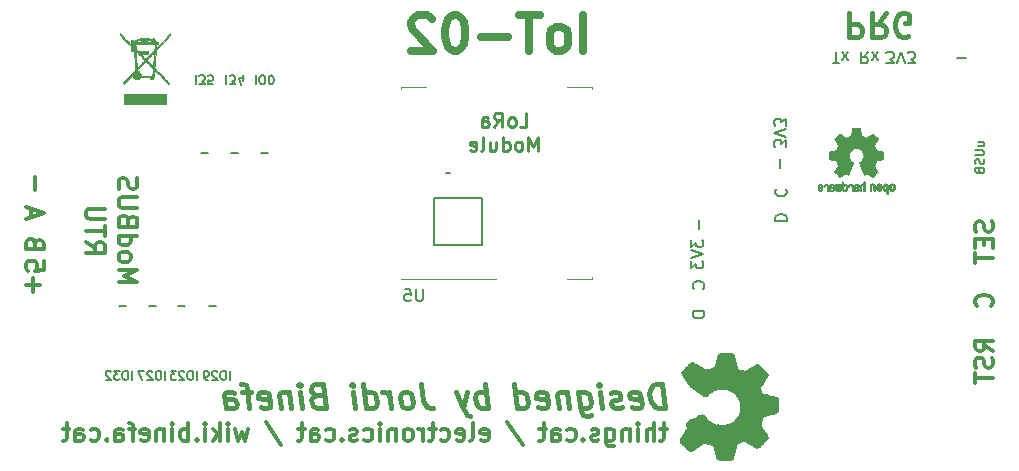
<source format=gbr>
G04 #@! TF.GenerationSoftware,KiCad,Pcbnew,5.0.2+dfsg1-1~bpo9+1*
G04 #@! TF.CreationDate,2020-03-04T21:18:40+01:00*
G04 #@! TF.ProjectId,things_02,7468696e-6773-45f3-9032-2e6b69636164,rev?*
G04 #@! TF.SameCoordinates,Original*
G04 #@! TF.FileFunction,Legend,Bot*
G04 #@! TF.FilePolarity,Positive*
%FSLAX46Y46*%
G04 Gerber Fmt 4.6, Leading zero omitted, Abs format (unit mm)*
G04 Created by KiCad (PCBNEW 5.0.2+dfsg1-1~bpo9+1) date Wed Mar  4 21:18:40 2020*
%MOMM*%
%LPD*%
G01*
G04 APERTURE LIST*
%ADD10C,0.700000*%
%ADD11C,0.200000*%
%ADD12C,0.250000*%
%ADD13C,0.150000*%
%ADD14C,0.300000*%
%ADD15C,0.400000*%
%ADD16C,0.350000*%
%ADD17C,0.100000*%
%ADD18C,0.010000*%
G04 APERTURE END LIST*
D10*
X115814285Y-82757142D02*
X115814285Y-79757142D01*
X113957142Y-82757142D02*
X114242857Y-82614285D01*
X114385714Y-82471428D01*
X114528571Y-82185714D01*
X114528571Y-81328571D01*
X114385714Y-81042857D01*
X114242857Y-80900000D01*
X113957142Y-80757142D01*
X113528571Y-80757142D01*
X113242857Y-80900000D01*
X113100000Y-81042857D01*
X112957142Y-81328571D01*
X112957142Y-82185714D01*
X113100000Y-82471428D01*
X113242857Y-82614285D01*
X113528571Y-82757142D01*
X113957142Y-82757142D01*
X112100000Y-79757142D02*
X110385714Y-79757142D01*
X111242857Y-82757142D02*
X111242857Y-79757142D01*
X109385714Y-81614285D02*
X107100000Y-81614285D01*
X105100000Y-79757142D02*
X104814285Y-79757142D01*
X104528571Y-79900000D01*
X104385714Y-80042857D01*
X104242857Y-80328571D01*
X104100000Y-80900000D01*
X104100000Y-81614285D01*
X104242857Y-82185714D01*
X104385714Y-82471428D01*
X104528571Y-82614285D01*
X104814285Y-82757142D01*
X105100000Y-82757142D01*
X105385714Y-82614285D01*
X105528571Y-82471428D01*
X105671428Y-82185714D01*
X105814285Y-81614285D01*
X105814285Y-80900000D01*
X105671428Y-80328571D01*
X105528571Y-80042857D01*
X105385714Y-79900000D01*
X105100000Y-79757142D01*
X102957142Y-80042857D02*
X102814285Y-79900000D01*
X102528571Y-79757142D01*
X101814285Y-79757142D01*
X101528571Y-79900000D01*
X101385714Y-80042857D01*
X101242857Y-80328571D01*
X101242857Y-80614285D01*
X101385714Y-81042857D01*
X103100000Y-82757142D01*
X101242857Y-82757142D01*
D11*
X107200000Y-95200000D02*
X103200000Y-95200000D01*
X107200000Y-99200000D02*
X107200000Y-95200000D01*
X103200000Y-99200000D02*
X107200000Y-99200000D01*
X103200000Y-95200000D02*
X103200000Y-99200000D01*
D12*
X110414285Y-89217857D02*
X110985714Y-89217857D01*
X110985714Y-88017857D01*
X109842857Y-89217857D02*
X109957142Y-89160714D01*
X110014285Y-89103571D01*
X110071428Y-88989285D01*
X110071428Y-88646428D01*
X110014285Y-88532142D01*
X109957142Y-88475000D01*
X109842857Y-88417857D01*
X109671428Y-88417857D01*
X109557142Y-88475000D01*
X109500000Y-88532142D01*
X109442857Y-88646428D01*
X109442857Y-88989285D01*
X109500000Y-89103571D01*
X109557142Y-89160714D01*
X109671428Y-89217857D01*
X109842857Y-89217857D01*
X108242857Y-89217857D02*
X108642857Y-88646428D01*
X108928571Y-89217857D02*
X108928571Y-88017857D01*
X108471428Y-88017857D01*
X108357142Y-88075000D01*
X108300000Y-88132142D01*
X108242857Y-88246428D01*
X108242857Y-88417857D01*
X108300000Y-88532142D01*
X108357142Y-88589285D01*
X108471428Y-88646428D01*
X108928571Y-88646428D01*
X107214285Y-89217857D02*
X107214285Y-88589285D01*
X107271428Y-88475000D01*
X107385714Y-88417857D01*
X107614285Y-88417857D01*
X107728571Y-88475000D01*
X107214285Y-89160714D02*
X107328571Y-89217857D01*
X107614285Y-89217857D01*
X107728571Y-89160714D01*
X107785714Y-89046428D01*
X107785714Y-88932142D01*
X107728571Y-88817857D01*
X107614285Y-88760714D01*
X107328571Y-88760714D01*
X107214285Y-88703571D01*
X111957142Y-91267857D02*
X111957142Y-90067857D01*
X111557142Y-90925000D01*
X111157142Y-90067857D01*
X111157142Y-91267857D01*
X110414285Y-91267857D02*
X110528571Y-91210714D01*
X110585714Y-91153571D01*
X110642857Y-91039285D01*
X110642857Y-90696428D01*
X110585714Y-90582142D01*
X110528571Y-90525000D01*
X110414285Y-90467857D01*
X110242857Y-90467857D01*
X110128571Y-90525000D01*
X110071428Y-90582142D01*
X110014285Y-90696428D01*
X110014285Y-91039285D01*
X110071428Y-91153571D01*
X110128571Y-91210714D01*
X110242857Y-91267857D01*
X110414285Y-91267857D01*
X108985714Y-91267857D02*
X108985714Y-90067857D01*
X108985714Y-91210714D02*
X109100000Y-91267857D01*
X109328571Y-91267857D01*
X109442857Y-91210714D01*
X109500000Y-91153571D01*
X109557142Y-91039285D01*
X109557142Y-90696428D01*
X109500000Y-90582142D01*
X109442857Y-90525000D01*
X109328571Y-90467857D01*
X109100000Y-90467857D01*
X108985714Y-90525000D01*
X107900000Y-90467857D02*
X107900000Y-91267857D01*
X108414285Y-90467857D02*
X108414285Y-91096428D01*
X108357142Y-91210714D01*
X108242857Y-91267857D01*
X108071428Y-91267857D01*
X107957142Y-91210714D01*
X107900000Y-91153571D01*
X107157142Y-91267857D02*
X107271428Y-91210714D01*
X107328571Y-91096428D01*
X107328571Y-90067857D01*
X106242857Y-91210714D02*
X106357142Y-91267857D01*
X106585714Y-91267857D01*
X106700000Y-91210714D01*
X106757142Y-91096428D01*
X106757142Y-90639285D01*
X106700000Y-90525000D01*
X106585714Y-90467857D01*
X106357142Y-90467857D01*
X106242857Y-90525000D01*
X106185714Y-90639285D01*
X106185714Y-90753571D01*
X106757142Y-90867857D01*
D11*
X104200000Y-93100000D02*
X104500000Y-93100000D01*
D13*
X149239285Y-90835714D02*
X149739285Y-90835714D01*
X149239285Y-90514285D02*
X149632142Y-90514285D01*
X149703571Y-90550000D01*
X149739285Y-90621428D01*
X149739285Y-90728571D01*
X149703571Y-90800000D01*
X149667857Y-90835714D01*
X148989285Y-91192857D02*
X149596428Y-91192857D01*
X149667857Y-91228571D01*
X149703571Y-91264285D01*
X149739285Y-91335714D01*
X149739285Y-91478571D01*
X149703571Y-91550000D01*
X149667857Y-91585714D01*
X149596428Y-91621428D01*
X148989285Y-91621428D01*
X149703571Y-91942857D02*
X149739285Y-92050000D01*
X149739285Y-92228571D01*
X149703571Y-92300000D01*
X149667857Y-92335714D01*
X149596428Y-92371428D01*
X149525000Y-92371428D01*
X149453571Y-92335714D01*
X149417857Y-92300000D01*
X149382142Y-92228571D01*
X149346428Y-92085714D01*
X149310714Y-92014285D01*
X149275000Y-91978571D01*
X149203571Y-91942857D01*
X149132142Y-91942857D01*
X149060714Y-91978571D01*
X149025000Y-92014285D01*
X148989285Y-92085714D01*
X148989285Y-92264285D01*
X149025000Y-92371428D01*
X149346428Y-92942857D02*
X149382142Y-93050000D01*
X149417857Y-93085714D01*
X149489285Y-93121428D01*
X149596428Y-93121428D01*
X149667857Y-93085714D01*
X149703571Y-93050000D01*
X149739285Y-92978571D01*
X149739285Y-92692857D01*
X148989285Y-92692857D01*
X148989285Y-92942857D01*
X149025000Y-93014285D01*
X149060714Y-93050000D01*
X149132142Y-93085714D01*
X149203571Y-93085714D01*
X149275000Y-93050000D01*
X149310714Y-93014285D01*
X149346428Y-92942857D01*
X149346428Y-92692857D01*
D14*
X150407142Y-97221428D02*
X150478571Y-97435714D01*
X150478571Y-97792857D01*
X150407142Y-97935714D01*
X150335714Y-98007142D01*
X150192857Y-98078571D01*
X150050000Y-98078571D01*
X149907142Y-98007142D01*
X149835714Y-97935714D01*
X149764285Y-97792857D01*
X149692857Y-97507142D01*
X149621428Y-97364285D01*
X149550000Y-97292857D01*
X149407142Y-97221428D01*
X149264285Y-97221428D01*
X149121428Y-97292857D01*
X149050000Y-97364285D01*
X148978571Y-97507142D01*
X148978571Y-97864285D01*
X149050000Y-98078571D01*
X149692857Y-98721428D02*
X149692857Y-99221428D01*
X150478571Y-99435714D02*
X150478571Y-98721428D01*
X148978571Y-98721428D01*
X148978571Y-99435714D01*
X148978571Y-99864285D02*
X148978571Y-100721428D01*
X150478571Y-100292857D02*
X148978571Y-100292857D01*
X150478571Y-108178571D02*
X149764285Y-107678571D01*
X150478571Y-107321428D02*
X148978571Y-107321428D01*
X148978571Y-107892857D01*
X149050000Y-108035714D01*
X149121428Y-108107142D01*
X149264285Y-108178571D01*
X149478571Y-108178571D01*
X149621428Y-108107142D01*
X149692857Y-108035714D01*
X149764285Y-107892857D01*
X149764285Y-107321428D01*
X150407142Y-108750000D02*
X150478571Y-108964285D01*
X150478571Y-109321428D01*
X150407142Y-109464285D01*
X150335714Y-109535714D01*
X150192857Y-109607142D01*
X150050000Y-109607142D01*
X149907142Y-109535714D01*
X149835714Y-109464285D01*
X149764285Y-109321428D01*
X149692857Y-109035714D01*
X149621428Y-108892857D01*
X149550000Y-108821428D01*
X149407142Y-108750000D01*
X149264285Y-108750000D01*
X149121428Y-108821428D01*
X149050000Y-108892857D01*
X148978571Y-109035714D01*
X148978571Y-109392857D01*
X149050000Y-109607142D01*
X148978571Y-110035714D02*
X148978571Y-110892857D01*
X150478571Y-110464285D02*
X148978571Y-110464285D01*
X150335714Y-104364285D02*
X150407142Y-104292857D01*
X150478571Y-104078571D01*
X150478571Y-103935714D01*
X150407142Y-103721428D01*
X150264285Y-103578571D01*
X150121428Y-103507142D01*
X149835714Y-103435714D01*
X149621428Y-103435714D01*
X149335714Y-103507142D01*
X149192857Y-103578571D01*
X149050000Y-103721428D01*
X148978571Y-103935714D01*
X148978571Y-104078571D01*
X149050000Y-104292857D01*
X149121428Y-104364285D01*
D13*
X82985714Y-84860714D02*
X82985714Y-85610714D01*
X83271428Y-85610714D02*
X83735714Y-85610714D01*
X83485714Y-85325000D01*
X83592857Y-85325000D01*
X83664285Y-85289285D01*
X83700000Y-85253571D01*
X83735714Y-85182142D01*
X83735714Y-85003571D01*
X83700000Y-84932142D01*
X83664285Y-84896428D01*
X83592857Y-84860714D01*
X83378571Y-84860714D01*
X83307142Y-84896428D01*
X83271428Y-84932142D01*
X84414285Y-85610714D02*
X84057142Y-85610714D01*
X84021428Y-85253571D01*
X84057142Y-85289285D01*
X84128571Y-85325000D01*
X84307142Y-85325000D01*
X84378571Y-85289285D01*
X84414285Y-85253571D01*
X84450000Y-85182142D01*
X84450000Y-85003571D01*
X84414285Y-84932142D01*
X84378571Y-84896428D01*
X84307142Y-84860714D01*
X84128571Y-84860714D01*
X84057142Y-84896428D01*
X84021428Y-84932142D01*
X85585714Y-84860714D02*
X85585714Y-85610714D01*
X85871428Y-85610714D02*
X86335714Y-85610714D01*
X86085714Y-85325000D01*
X86192857Y-85325000D01*
X86264285Y-85289285D01*
X86300000Y-85253571D01*
X86335714Y-85182142D01*
X86335714Y-85003571D01*
X86300000Y-84932142D01*
X86264285Y-84896428D01*
X86192857Y-84860714D01*
X85978571Y-84860714D01*
X85907142Y-84896428D01*
X85871428Y-84932142D01*
X86978571Y-85360714D02*
X86978571Y-84860714D01*
X86800000Y-85646428D02*
X86621428Y-85110714D01*
X87085714Y-85110714D01*
X88050000Y-84860714D02*
X88050000Y-85610714D01*
X88550000Y-85610714D02*
X88692857Y-85610714D01*
X88764285Y-85575000D01*
X88835714Y-85503571D01*
X88871428Y-85360714D01*
X88871428Y-85110714D01*
X88835714Y-84967857D01*
X88764285Y-84896428D01*
X88692857Y-84860714D01*
X88550000Y-84860714D01*
X88478571Y-84896428D01*
X88407142Y-84967857D01*
X88371428Y-85110714D01*
X88371428Y-85360714D01*
X88407142Y-85503571D01*
X88478571Y-85575000D01*
X88550000Y-85610714D01*
X89335714Y-85610714D02*
X89407142Y-85610714D01*
X89478571Y-85575000D01*
X89514285Y-85539285D01*
X89550000Y-85467857D01*
X89585714Y-85325000D01*
X89585714Y-85146428D01*
X89550000Y-85003571D01*
X89514285Y-84932142D01*
X89478571Y-84896428D01*
X89407142Y-84860714D01*
X89335714Y-84860714D01*
X89264285Y-84896428D01*
X89228571Y-84932142D01*
X89192857Y-85003571D01*
X89157142Y-85146428D01*
X89157142Y-85325000D01*
X89192857Y-85467857D01*
X89228571Y-85539285D01*
X89264285Y-85575000D01*
X89335714Y-85610714D01*
X89085714Y-91453571D02*
X88514285Y-91453571D01*
X86585714Y-91453571D02*
X86014285Y-91453571D01*
X83985714Y-91453571D02*
X83414285Y-91453571D01*
X84685714Y-104353571D02*
X84114285Y-104353571D01*
X82085714Y-104353571D02*
X81514285Y-104353571D01*
X79585714Y-104353571D02*
X79014285Y-104353571D01*
X77085714Y-104353571D02*
X76514285Y-104353571D01*
X85907142Y-110639285D02*
X85907142Y-109889285D01*
X85407142Y-109889285D02*
X85264285Y-109889285D01*
X85192857Y-109925000D01*
X85121428Y-109996428D01*
X85085714Y-110139285D01*
X85085714Y-110389285D01*
X85121428Y-110532142D01*
X85192857Y-110603571D01*
X85264285Y-110639285D01*
X85407142Y-110639285D01*
X85478571Y-110603571D01*
X85550000Y-110532142D01*
X85585714Y-110389285D01*
X85585714Y-110139285D01*
X85550000Y-109996428D01*
X85478571Y-109925000D01*
X85407142Y-109889285D01*
X84800000Y-109960714D02*
X84764285Y-109925000D01*
X84692857Y-109889285D01*
X84514285Y-109889285D01*
X84442857Y-109925000D01*
X84407142Y-109960714D01*
X84371428Y-110032142D01*
X84371428Y-110103571D01*
X84407142Y-110210714D01*
X84835714Y-110639285D01*
X84371428Y-110639285D01*
X84014285Y-110639285D02*
X83871428Y-110639285D01*
X83800000Y-110603571D01*
X83764285Y-110567857D01*
X83692857Y-110460714D01*
X83657142Y-110317857D01*
X83657142Y-110032142D01*
X83692857Y-109960714D01*
X83728571Y-109925000D01*
X83800000Y-109889285D01*
X83942857Y-109889285D01*
X84014285Y-109925000D01*
X84050000Y-109960714D01*
X84085714Y-110032142D01*
X84085714Y-110210714D01*
X84050000Y-110282142D01*
X84014285Y-110317857D01*
X83942857Y-110353571D01*
X83800000Y-110353571D01*
X83728571Y-110317857D01*
X83692857Y-110282142D01*
X83657142Y-110210714D01*
X83107142Y-110639285D02*
X83107142Y-109889285D01*
X82607142Y-109889285D02*
X82464285Y-109889285D01*
X82392857Y-109925000D01*
X82321428Y-109996428D01*
X82285714Y-110139285D01*
X82285714Y-110389285D01*
X82321428Y-110532142D01*
X82392857Y-110603571D01*
X82464285Y-110639285D01*
X82607142Y-110639285D01*
X82678571Y-110603571D01*
X82750000Y-110532142D01*
X82785714Y-110389285D01*
X82785714Y-110139285D01*
X82750000Y-109996428D01*
X82678571Y-109925000D01*
X82607142Y-109889285D01*
X82000000Y-109960714D02*
X81964285Y-109925000D01*
X81892857Y-109889285D01*
X81714285Y-109889285D01*
X81642857Y-109925000D01*
X81607142Y-109960714D01*
X81571428Y-110032142D01*
X81571428Y-110103571D01*
X81607142Y-110210714D01*
X82035714Y-110639285D01*
X81571428Y-110639285D01*
X81321428Y-109889285D02*
X80857142Y-109889285D01*
X81107142Y-110175000D01*
X81000000Y-110175000D01*
X80928571Y-110210714D01*
X80892857Y-110246428D01*
X80857142Y-110317857D01*
X80857142Y-110496428D01*
X80892857Y-110567857D01*
X80928571Y-110603571D01*
X81000000Y-110639285D01*
X81214285Y-110639285D01*
X81285714Y-110603571D01*
X81321428Y-110567857D01*
X80407142Y-110639285D02*
X80407142Y-109889285D01*
X79907142Y-109889285D02*
X79764285Y-109889285D01*
X79692857Y-109925000D01*
X79621428Y-109996428D01*
X79585714Y-110139285D01*
X79585714Y-110389285D01*
X79621428Y-110532142D01*
X79692857Y-110603571D01*
X79764285Y-110639285D01*
X79907142Y-110639285D01*
X79978571Y-110603571D01*
X80050000Y-110532142D01*
X80085714Y-110389285D01*
X80085714Y-110139285D01*
X80050000Y-109996428D01*
X79978571Y-109925000D01*
X79907142Y-109889285D01*
X79300000Y-109960714D02*
X79264285Y-109925000D01*
X79192857Y-109889285D01*
X79014285Y-109889285D01*
X78942857Y-109925000D01*
X78907142Y-109960714D01*
X78871428Y-110032142D01*
X78871428Y-110103571D01*
X78907142Y-110210714D01*
X79335714Y-110639285D01*
X78871428Y-110639285D01*
X78621428Y-109889285D02*
X78121428Y-109889285D01*
X78442857Y-110639285D01*
X77607142Y-110639285D02*
X77607142Y-109889285D01*
X77107142Y-109889285D02*
X76964285Y-109889285D01*
X76892857Y-109925000D01*
X76821428Y-109996428D01*
X76785714Y-110139285D01*
X76785714Y-110389285D01*
X76821428Y-110532142D01*
X76892857Y-110603571D01*
X76964285Y-110639285D01*
X77107142Y-110639285D01*
X77178571Y-110603571D01*
X77250000Y-110532142D01*
X77285714Y-110389285D01*
X77285714Y-110139285D01*
X77250000Y-109996428D01*
X77178571Y-109925000D01*
X77107142Y-109889285D01*
X76535714Y-109889285D02*
X76071428Y-109889285D01*
X76321428Y-110175000D01*
X76214285Y-110175000D01*
X76142857Y-110210714D01*
X76107142Y-110246428D01*
X76071428Y-110317857D01*
X76071428Y-110496428D01*
X76107142Y-110567857D01*
X76142857Y-110603571D01*
X76214285Y-110639285D01*
X76428571Y-110639285D01*
X76500000Y-110603571D01*
X76535714Y-110567857D01*
X75785714Y-109960714D02*
X75750000Y-109925000D01*
X75678571Y-109889285D01*
X75500000Y-109889285D01*
X75428571Y-109925000D01*
X75392857Y-109960714D01*
X75357142Y-110032142D01*
X75357142Y-110103571D01*
X75392857Y-110210714D01*
X75821428Y-110639285D01*
X75357142Y-110639285D01*
D14*
X122871428Y-114778571D02*
X122300000Y-114778571D01*
X122657142Y-114278571D02*
X122657142Y-115564285D01*
X122585714Y-115707142D01*
X122442857Y-115778571D01*
X122300000Y-115778571D01*
X121800000Y-115778571D02*
X121800000Y-114278571D01*
X121157142Y-115778571D02*
X121157142Y-114992857D01*
X121228571Y-114850000D01*
X121371428Y-114778571D01*
X121585714Y-114778571D01*
X121728571Y-114850000D01*
X121800000Y-114921428D01*
X120442857Y-115778571D02*
X120442857Y-114778571D01*
X120442857Y-114278571D02*
X120514285Y-114350000D01*
X120442857Y-114421428D01*
X120371428Y-114350000D01*
X120442857Y-114278571D01*
X120442857Y-114421428D01*
X119728571Y-114778571D02*
X119728571Y-115778571D01*
X119728571Y-114921428D02*
X119657142Y-114850000D01*
X119514285Y-114778571D01*
X119300000Y-114778571D01*
X119157142Y-114850000D01*
X119085714Y-114992857D01*
X119085714Y-115778571D01*
X117728571Y-114778571D02*
X117728571Y-115992857D01*
X117800000Y-116135714D01*
X117871428Y-116207142D01*
X118014285Y-116278571D01*
X118228571Y-116278571D01*
X118371428Y-116207142D01*
X117728571Y-115707142D02*
X117871428Y-115778571D01*
X118157142Y-115778571D01*
X118300000Y-115707142D01*
X118371428Y-115635714D01*
X118442857Y-115492857D01*
X118442857Y-115064285D01*
X118371428Y-114921428D01*
X118300000Y-114850000D01*
X118157142Y-114778571D01*
X117871428Y-114778571D01*
X117728571Y-114850000D01*
X117085714Y-115707142D02*
X116942857Y-115778571D01*
X116657142Y-115778571D01*
X116514285Y-115707142D01*
X116442857Y-115564285D01*
X116442857Y-115492857D01*
X116514285Y-115350000D01*
X116657142Y-115278571D01*
X116871428Y-115278571D01*
X117014285Y-115207142D01*
X117085714Y-115064285D01*
X117085714Y-114992857D01*
X117014285Y-114850000D01*
X116871428Y-114778571D01*
X116657142Y-114778571D01*
X116514285Y-114850000D01*
X115800000Y-115635714D02*
X115728571Y-115707142D01*
X115800000Y-115778571D01*
X115871428Y-115707142D01*
X115800000Y-115635714D01*
X115800000Y-115778571D01*
X114442857Y-115707142D02*
X114585714Y-115778571D01*
X114871428Y-115778571D01*
X115014285Y-115707142D01*
X115085714Y-115635714D01*
X115157142Y-115492857D01*
X115157142Y-115064285D01*
X115085714Y-114921428D01*
X115014285Y-114850000D01*
X114871428Y-114778571D01*
X114585714Y-114778571D01*
X114442857Y-114850000D01*
X113157142Y-115778571D02*
X113157142Y-114992857D01*
X113228571Y-114850000D01*
X113371428Y-114778571D01*
X113657142Y-114778571D01*
X113800000Y-114850000D01*
X113157142Y-115707142D02*
X113300000Y-115778571D01*
X113657142Y-115778571D01*
X113800000Y-115707142D01*
X113871428Y-115564285D01*
X113871428Y-115421428D01*
X113800000Y-115278571D01*
X113657142Y-115207142D01*
X113300000Y-115207142D01*
X113157142Y-115135714D01*
X112657142Y-114778571D02*
X112085714Y-114778571D01*
X112442857Y-114278571D02*
X112442857Y-115564285D01*
X112371428Y-115707142D01*
X112228571Y-115778571D01*
X112085714Y-115778571D01*
X109371428Y-114207142D02*
X110657142Y-116135714D01*
X107157142Y-115707142D02*
X107300000Y-115778571D01*
X107585714Y-115778571D01*
X107728571Y-115707142D01*
X107800000Y-115564285D01*
X107800000Y-114992857D01*
X107728571Y-114850000D01*
X107585714Y-114778571D01*
X107300000Y-114778571D01*
X107157142Y-114850000D01*
X107085714Y-114992857D01*
X107085714Y-115135714D01*
X107800000Y-115278571D01*
X106228571Y-115778571D02*
X106371428Y-115707142D01*
X106442857Y-115564285D01*
X106442857Y-114278571D01*
X105085714Y-115707142D02*
X105228571Y-115778571D01*
X105514285Y-115778571D01*
X105657142Y-115707142D01*
X105728571Y-115564285D01*
X105728571Y-114992857D01*
X105657142Y-114850000D01*
X105514285Y-114778571D01*
X105228571Y-114778571D01*
X105085714Y-114850000D01*
X105014285Y-114992857D01*
X105014285Y-115135714D01*
X105728571Y-115278571D01*
X103728571Y-115707142D02*
X103871428Y-115778571D01*
X104157142Y-115778571D01*
X104300000Y-115707142D01*
X104371428Y-115635714D01*
X104442857Y-115492857D01*
X104442857Y-115064285D01*
X104371428Y-114921428D01*
X104300000Y-114850000D01*
X104157142Y-114778571D01*
X103871428Y-114778571D01*
X103728571Y-114850000D01*
X103300000Y-114778571D02*
X102728571Y-114778571D01*
X103085714Y-114278571D02*
X103085714Y-115564285D01*
X103014285Y-115707142D01*
X102871428Y-115778571D01*
X102728571Y-115778571D01*
X102228571Y-115778571D02*
X102228571Y-114778571D01*
X102228571Y-115064285D02*
X102157142Y-114921428D01*
X102085714Y-114850000D01*
X101942857Y-114778571D01*
X101799999Y-114778571D01*
X101085714Y-115778571D02*
X101228571Y-115707142D01*
X101299999Y-115635714D01*
X101371428Y-115492857D01*
X101371428Y-115064285D01*
X101299999Y-114921428D01*
X101228571Y-114850000D01*
X101085714Y-114778571D01*
X100871428Y-114778571D01*
X100728571Y-114850000D01*
X100657142Y-114921428D01*
X100585714Y-115064285D01*
X100585714Y-115492857D01*
X100657142Y-115635714D01*
X100728571Y-115707142D01*
X100871428Y-115778571D01*
X101085714Y-115778571D01*
X99942857Y-114778571D02*
X99942857Y-115778571D01*
X99942857Y-114921428D02*
X99871428Y-114850000D01*
X99728571Y-114778571D01*
X99514285Y-114778571D01*
X99371428Y-114850000D01*
X99299999Y-114992857D01*
X99299999Y-115778571D01*
X98585714Y-115778571D02*
X98585714Y-114778571D01*
X98585714Y-114278571D02*
X98657142Y-114350000D01*
X98585714Y-114421428D01*
X98514285Y-114350000D01*
X98585714Y-114278571D01*
X98585714Y-114421428D01*
X97228571Y-115707142D02*
X97371428Y-115778571D01*
X97657142Y-115778571D01*
X97799999Y-115707142D01*
X97871428Y-115635714D01*
X97942857Y-115492857D01*
X97942857Y-115064285D01*
X97871428Y-114921428D01*
X97799999Y-114850000D01*
X97657142Y-114778571D01*
X97371428Y-114778571D01*
X97228571Y-114850000D01*
X96657142Y-115707142D02*
X96514285Y-115778571D01*
X96228571Y-115778571D01*
X96085714Y-115707142D01*
X96014285Y-115564285D01*
X96014285Y-115492857D01*
X96085714Y-115350000D01*
X96228571Y-115278571D01*
X96442857Y-115278571D01*
X96585714Y-115207142D01*
X96657142Y-115064285D01*
X96657142Y-114992857D01*
X96585714Y-114850000D01*
X96442857Y-114778571D01*
X96228571Y-114778571D01*
X96085714Y-114850000D01*
X95371428Y-115635714D02*
X95299999Y-115707142D01*
X95371428Y-115778571D01*
X95442857Y-115707142D01*
X95371428Y-115635714D01*
X95371428Y-115778571D01*
X94014285Y-115707142D02*
X94157142Y-115778571D01*
X94442857Y-115778571D01*
X94585714Y-115707142D01*
X94657142Y-115635714D01*
X94728571Y-115492857D01*
X94728571Y-115064285D01*
X94657142Y-114921428D01*
X94585714Y-114850000D01*
X94442857Y-114778571D01*
X94157142Y-114778571D01*
X94014285Y-114850000D01*
X92728571Y-115778571D02*
X92728571Y-114992857D01*
X92799999Y-114850000D01*
X92942857Y-114778571D01*
X93228571Y-114778571D01*
X93371428Y-114850000D01*
X92728571Y-115707142D02*
X92871428Y-115778571D01*
X93228571Y-115778571D01*
X93371428Y-115707142D01*
X93442857Y-115564285D01*
X93442857Y-115421428D01*
X93371428Y-115278571D01*
X93228571Y-115207142D01*
X92871428Y-115207142D01*
X92728571Y-115135714D01*
X92228571Y-114778571D02*
X91657142Y-114778571D01*
X92014285Y-114278571D02*
X92014285Y-115564285D01*
X91942857Y-115707142D01*
X91799999Y-115778571D01*
X91657142Y-115778571D01*
X88942857Y-114207142D02*
X90228571Y-116135714D01*
X87442857Y-114778571D02*
X87157142Y-115778571D01*
X86871428Y-115064285D01*
X86585714Y-115778571D01*
X86299999Y-114778571D01*
X85728571Y-115778571D02*
X85728571Y-114778571D01*
X85728571Y-114278571D02*
X85799999Y-114350000D01*
X85728571Y-114421428D01*
X85657142Y-114350000D01*
X85728571Y-114278571D01*
X85728571Y-114421428D01*
X85014285Y-115778571D02*
X85014285Y-114278571D01*
X84871428Y-115207142D02*
X84442857Y-115778571D01*
X84442857Y-114778571D02*
X85014285Y-115350000D01*
X83799999Y-115778571D02*
X83799999Y-114778571D01*
X83799999Y-114278571D02*
X83871428Y-114350000D01*
X83799999Y-114421428D01*
X83728571Y-114350000D01*
X83799999Y-114278571D01*
X83799999Y-114421428D01*
X83085714Y-115635714D02*
X83014285Y-115707142D01*
X83085714Y-115778571D01*
X83157142Y-115707142D01*
X83085714Y-115635714D01*
X83085714Y-115778571D01*
X82371428Y-115778571D02*
X82371428Y-114278571D01*
X82371428Y-114850000D02*
X82228571Y-114778571D01*
X81942857Y-114778571D01*
X81799999Y-114850000D01*
X81728571Y-114921428D01*
X81657142Y-115064285D01*
X81657142Y-115492857D01*
X81728571Y-115635714D01*
X81799999Y-115707142D01*
X81942857Y-115778571D01*
X82228571Y-115778571D01*
X82371428Y-115707142D01*
X81014285Y-115778571D02*
X81014285Y-114778571D01*
X81014285Y-114278571D02*
X81085714Y-114350000D01*
X81014285Y-114421428D01*
X80942857Y-114350000D01*
X81014285Y-114278571D01*
X81014285Y-114421428D01*
X80299999Y-114778571D02*
X80299999Y-115778571D01*
X80299999Y-114921428D02*
X80228571Y-114850000D01*
X80085714Y-114778571D01*
X79871428Y-114778571D01*
X79728571Y-114850000D01*
X79657142Y-114992857D01*
X79657142Y-115778571D01*
X78371428Y-115707142D02*
X78514285Y-115778571D01*
X78799999Y-115778571D01*
X78942857Y-115707142D01*
X79014285Y-115564285D01*
X79014285Y-114992857D01*
X78942857Y-114850000D01*
X78799999Y-114778571D01*
X78514285Y-114778571D01*
X78371428Y-114850000D01*
X78299999Y-114992857D01*
X78299999Y-115135714D01*
X79014285Y-115278571D01*
X77871428Y-114778571D02*
X77299999Y-114778571D01*
X77657142Y-115778571D02*
X77657142Y-114492857D01*
X77585714Y-114350000D01*
X77442857Y-114278571D01*
X77299999Y-114278571D01*
X76157142Y-115778571D02*
X76157142Y-114992857D01*
X76228571Y-114850000D01*
X76371428Y-114778571D01*
X76657142Y-114778571D01*
X76799999Y-114850000D01*
X76157142Y-115707142D02*
X76299999Y-115778571D01*
X76657142Y-115778571D01*
X76799999Y-115707142D01*
X76871428Y-115564285D01*
X76871428Y-115421428D01*
X76799999Y-115278571D01*
X76657142Y-115207142D01*
X76299999Y-115207142D01*
X76157142Y-115135714D01*
X75442857Y-115635714D02*
X75371428Y-115707142D01*
X75442857Y-115778571D01*
X75514285Y-115707142D01*
X75442857Y-115635714D01*
X75442857Y-115778571D01*
X74085714Y-115707142D02*
X74228571Y-115778571D01*
X74514285Y-115778571D01*
X74657142Y-115707142D01*
X74728571Y-115635714D01*
X74799999Y-115492857D01*
X74799999Y-115064285D01*
X74728571Y-114921428D01*
X74657142Y-114850000D01*
X74514285Y-114778571D01*
X74228571Y-114778571D01*
X74085714Y-114850000D01*
X72799999Y-115778571D02*
X72799999Y-114992857D01*
X72871428Y-114850000D01*
X73014285Y-114778571D01*
X73299999Y-114778571D01*
X73442857Y-114850000D01*
X72799999Y-115707142D02*
X72942857Y-115778571D01*
X73299999Y-115778571D01*
X73442857Y-115707142D01*
X73514285Y-115564285D01*
X73514285Y-115421428D01*
X73442857Y-115278571D01*
X73299999Y-115207142D01*
X72942857Y-115207142D01*
X72799999Y-115135714D01*
X72299999Y-114778571D02*
X71728571Y-114778571D01*
X72085714Y-114278571D02*
X72085714Y-115564285D01*
X72014285Y-115707142D01*
X71871428Y-115778571D01*
X71728571Y-115778571D01*
D15*
X122679523Y-113004761D02*
X122429523Y-111004761D01*
X121953333Y-111004761D01*
X121679523Y-111100000D01*
X121512857Y-111290476D01*
X121441428Y-111480952D01*
X121393809Y-111861904D01*
X121429523Y-112147619D01*
X121572380Y-112528571D01*
X121691428Y-112719047D01*
X121905714Y-112909523D01*
X122203333Y-113004761D01*
X122679523Y-113004761D01*
X119905714Y-112909523D02*
X120108095Y-113004761D01*
X120489047Y-113004761D01*
X120667619Y-112909523D01*
X120739047Y-112719047D01*
X120643809Y-111957142D01*
X120524761Y-111766666D01*
X120322380Y-111671428D01*
X119941428Y-111671428D01*
X119762857Y-111766666D01*
X119691428Y-111957142D01*
X119715238Y-112147619D01*
X120691428Y-112338095D01*
X119048571Y-112909523D02*
X118870000Y-113004761D01*
X118489047Y-113004761D01*
X118286666Y-112909523D01*
X118167619Y-112719047D01*
X118155714Y-112623809D01*
X118227142Y-112433333D01*
X118405714Y-112338095D01*
X118691428Y-112338095D01*
X118870000Y-112242857D01*
X118941428Y-112052380D01*
X118929523Y-111957142D01*
X118810476Y-111766666D01*
X118608095Y-111671428D01*
X118322380Y-111671428D01*
X118143809Y-111766666D01*
X117346190Y-113004761D02*
X117179523Y-111671428D01*
X117096190Y-111004761D02*
X117203333Y-111100000D01*
X117120000Y-111195238D01*
X117012857Y-111100000D01*
X117096190Y-111004761D01*
X117120000Y-111195238D01*
X115370000Y-111671428D02*
X115572380Y-113290476D01*
X115691428Y-113480952D01*
X115798571Y-113576190D01*
X116000952Y-113671428D01*
X116286666Y-113671428D01*
X116465238Y-113576190D01*
X115524761Y-112909523D02*
X115727142Y-113004761D01*
X116108095Y-113004761D01*
X116286666Y-112909523D01*
X116370000Y-112814285D01*
X116441428Y-112623809D01*
X116370000Y-112052380D01*
X116250952Y-111861904D01*
X116143809Y-111766666D01*
X115941428Y-111671428D01*
X115560476Y-111671428D01*
X115381904Y-111766666D01*
X114417619Y-111671428D02*
X114584285Y-113004761D01*
X114441428Y-111861904D02*
X114334285Y-111766666D01*
X114131904Y-111671428D01*
X113846190Y-111671428D01*
X113667619Y-111766666D01*
X113596190Y-111957142D01*
X113727142Y-113004761D01*
X112000952Y-112909523D02*
X112203333Y-113004761D01*
X112584285Y-113004761D01*
X112762857Y-112909523D01*
X112834285Y-112719047D01*
X112739047Y-111957142D01*
X112620000Y-111766666D01*
X112417619Y-111671428D01*
X112036666Y-111671428D01*
X111858095Y-111766666D01*
X111786666Y-111957142D01*
X111810476Y-112147619D01*
X112786666Y-112338095D01*
X110203333Y-113004761D02*
X109953333Y-111004761D01*
X110191428Y-112909523D02*
X110393809Y-113004761D01*
X110774761Y-113004761D01*
X110953333Y-112909523D01*
X111036666Y-112814285D01*
X111108095Y-112623809D01*
X111036666Y-112052380D01*
X110917619Y-111861904D01*
X110810476Y-111766666D01*
X110608095Y-111671428D01*
X110227142Y-111671428D01*
X110048571Y-111766666D01*
X107727142Y-113004761D02*
X107477142Y-111004761D01*
X107572380Y-111766666D02*
X107370000Y-111671428D01*
X106989047Y-111671428D01*
X106810476Y-111766666D01*
X106727142Y-111861904D01*
X106655714Y-112052380D01*
X106727142Y-112623809D01*
X106846190Y-112814285D01*
X106953333Y-112909523D01*
X107155714Y-113004761D01*
X107536666Y-113004761D01*
X107715238Y-112909523D01*
X105941428Y-111671428D02*
X105631904Y-113004761D01*
X104989047Y-111671428D02*
X105631904Y-113004761D01*
X105881904Y-113480952D01*
X105989047Y-113576190D01*
X106191428Y-113671428D01*
X102048571Y-111004761D02*
X102227142Y-112433333D01*
X102358095Y-112719047D01*
X102572380Y-112909523D01*
X102870000Y-113004761D01*
X103060476Y-113004761D01*
X101060476Y-113004761D02*
X101239047Y-112909523D01*
X101322380Y-112814285D01*
X101393809Y-112623809D01*
X101322380Y-112052380D01*
X101203333Y-111861904D01*
X101096190Y-111766666D01*
X100893809Y-111671428D01*
X100608095Y-111671428D01*
X100429523Y-111766666D01*
X100346190Y-111861904D01*
X100274761Y-112052380D01*
X100346190Y-112623809D01*
X100465238Y-112814285D01*
X100572380Y-112909523D01*
X100774761Y-113004761D01*
X101060476Y-113004761D01*
X99536666Y-113004761D02*
X99370000Y-111671428D01*
X99417619Y-112052380D02*
X99298571Y-111861904D01*
X99191428Y-111766666D01*
X98989047Y-111671428D01*
X98798571Y-111671428D01*
X97441428Y-113004761D02*
X97191428Y-111004761D01*
X97429523Y-112909523D02*
X97631904Y-113004761D01*
X98012857Y-113004761D01*
X98191428Y-112909523D01*
X98274761Y-112814285D01*
X98346190Y-112623809D01*
X98274761Y-112052380D01*
X98155714Y-111861904D01*
X98048571Y-111766666D01*
X97846190Y-111671428D01*
X97465238Y-111671428D01*
X97286666Y-111766666D01*
X96489047Y-113004761D02*
X96322380Y-111671428D01*
X96239047Y-111004761D02*
X96346190Y-111100000D01*
X96262857Y-111195238D01*
X96155714Y-111100000D01*
X96239047Y-111004761D01*
X96262857Y-111195238D01*
X93215238Y-111957142D02*
X92941428Y-112052380D01*
X92858095Y-112147619D01*
X92786666Y-112338095D01*
X92822380Y-112623809D01*
X92941428Y-112814285D01*
X93048571Y-112909523D01*
X93250952Y-113004761D01*
X94012857Y-113004761D01*
X93762857Y-111004761D01*
X93096190Y-111004761D01*
X92917619Y-111100000D01*
X92834285Y-111195238D01*
X92762857Y-111385714D01*
X92786666Y-111576190D01*
X92905714Y-111766666D01*
X93012857Y-111861904D01*
X93215238Y-111957142D01*
X93881904Y-111957142D01*
X92012857Y-113004761D02*
X91846190Y-111671428D01*
X91762857Y-111004761D02*
X91870000Y-111100000D01*
X91786666Y-111195238D01*
X91679523Y-111100000D01*
X91762857Y-111004761D01*
X91786666Y-111195238D01*
X90893809Y-111671428D02*
X91060476Y-113004761D01*
X90917619Y-111861904D02*
X90810476Y-111766666D01*
X90608095Y-111671428D01*
X90322380Y-111671428D01*
X90143809Y-111766666D01*
X90072380Y-111957142D01*
X90203333Y-113004761D01*
X88477142Y-112909523D02*
X88679523Y-113004761D01*
X89060476Y-113004761D01*
X89239047Y-112909523D01*
X89310476Y-112719047D01*
X89215238Y-111957142D01*
X89096190Y-111766666D01*
X88893809Y-111671428D01*
X88512857Y-111671428D01*
X88334285Y-111766666D01*
X88262857Y-111957142D01*
X88286666Y-112147619D01*
X89262857Y-112338095D01*
X87655714Y-111671428D02*
X86893809Y-111671428D01*
X87536666Y-113004761D02*
X87322380Y-111290476D01*
X87203333Y-111100000D01*
X87000952Y-111004761D01*
X86810476Y-111004761D01*
X85536666Y-113004761D02*
X85405714Y-111957142D01*
X85477142Y-111766666D01*
X85655714Y-111671428D01*
X86036666Y-111671428D01*
X86239047Y-111766666D01*
X85524761Y-112909523D02*
X85727142Y-113004761D01*
X86203333Y-113004761D01*
X86381904Y-112909523D01*
X86453333Y-112719047D01*
X86429523Y-112528571D01*
X86310476Y-112338095D01*
X86108095Y-112242857D01*
X85631904Y-112242857D01*
X85429523Y-112147619D01*
D11*
X125628571Y-97880952D02*
X125628571Y-97119047D01*
X132947619Y-90938095D02*
X132947619Y-90319047D01*
X132566666Y-90652380D01*
X132566666Y-90509523D01*
X132519047Y-90414285D01*
X132471428Y-90366666D01*
X132376190Y-90319047D01*
X132138095Y-90319047D01*
X132042857Y-90366666D01*
X131995238Y-90414285D01*
X131947619Y-90509523D01*
X131947619Y-90795238D01*
X131995238Y-90890476D01*
X132042857Y-90938095D01*
X132947619Y-90033333D02*
X131947619Y-89700000D01*
X132947619Y-89366666D01*
X132947619Y-89128571D02*
X132947619Y-88509523D01*
X132566666Y-88842857D01*
X132566666Y-88700000D01*
X132519047Y-88604761D01*
X132471428Y-88557142D01*
X132376190Y-88509523D01*
X132138095Y-88509523D01*
X132042857Y-88557142D01*
X131995238Y-88604761D01*
X131947619Y-88700000D01*
X131947619Y-88985714D01*
X131995238Y-89080952D01*
X132042857Y-89128571D01*
X132428571Y-92680952D02*
X132428571Y-91919047D01*
X132142857Y-94490476D02*
X132095238Y-94538095D01*
X132047619Y-94680952D01*
X132047619Y-94776190D01*
X132095238Y-94919047D01*
X132190476Y-95014285D01*
X132285714Y-95061904D01*
X132476190Y-95109523D01*
X132619047Y-95109523D01*
X132809523Y-95061904D01*
X132904761Y-95014285D01*
X133000000Y-94919047D01*
X133047619Y-94776190D01*
X133047619Y-94680952D01*
X133000000Y-94538095D01*
X132952380Y-94490476D01*
X132047619Y-97161904D02*
X133047619Y-97161904D01*
X133047619Y-96923809D01*
X133000000Y-96780952D01*
X132904761Y-96685714D01*
X132809523Y-96638095D01*
X132619047Y-96590476D01*
X132476190Y-96590476D01*
X132285714Y-96638095D01*
X132190476Y-96685714D01*
X132095238Y-96780952D01*
X132047619Y-96923809D01*
X132047619Y-97161904D01*
X126052380Y-104838095D02*
X125052380Y-104838095D01*
X125052380Y-105076190D01*
X125100000Y-105219047D01*
X125195238Y-105314285D01*
X125290476Y-105361904D01*
X125480952Y-105409523D01*
X125623809Y-105409523D01*
X125814285Y-105361904D01*
X125909523Y-105314285D01*
X126004761Y-105219047D01*
X126052380Y-105076190D01*
X126052380Y-104838095D01*
X125957142Y-102909523D02*
X126004761Y-102861904D01*
X126052380Y-102719047D01*
X126052380Y-102623809D01*
X126004761Y-102480952D01*
X125909523Y-102385714D01*
X125814285Y-102338095D01*
X125623809Y-102290476D01*
X125480952Y-102290476D01*
X125290476Y-102338095D01*
X125195238Y-102385714D01*
X125100000Y-102480952D01*
X125052380Y-102623809D01*
X125052380Y-102719047D01*
X125100000Y-102861904D01*
X125147619Y-102909523D01*
X124952380Y-98761904D02*
X124952380Y-99380952D01*
X125333333Y-99047619D01*
X125333333Y-99190476D01*
X125380952Y-99285714D01*
X125428571Y-99333333D01*
X125523809Y-99380952D01*
X125761904Y-99380952D01*
X125857142Y-99333333D01*
X125904761Y-99285714D01*
X125952380Y-99190476D01*
X125952380Y-98904761D01*
X125904761Y-98809523D01*
X125857142Y-98761904D01*
X124952380Y-99666666D02*
X125952380Y-100000000D01*
X124952380Y-100333333D01*
X124952380Y-100571428D02*
X124952380Y-101190476D01*
X125333333Y-100857142D01*
X125333333Y-101000000D01*
X125380952Y-101095238D01*
X125428571Y-101142857D01*
X125523809Y-101190476D01*
X125761904Y-101190476D01*
X125857142Y-101142857D01*
X125904761Y-101095238D01*
X125952380Y-101000000D01*
X125952380Y-100714285D01*
X125904761Y-100619047D01*
X125857142Y-100571428D01*
D16*
X76451190Y-102380952D02*
X78051190Y-102380952D01*
X76908333Y-101847619D01*
X78051190Y-101314285D01*
X76451190Y-101314285D01*
X76451190Y-100323809D02*
X76527380Y-100476190D01*
X76603571Y-100552380D01*
X76755952Y-100628571D01*
X77213095Y-100628571D01*
X77365476Y-100552380D01*
X77441666Y-100476190D01*
X77517857Y-100323809D01*
X77517857Y-100095238D01*
X77441666Y-99942857D01*
X77365476Y-99866666D01*
X77213095Y-99790476D01*
X76755952Y-99790476D01*
X76603571Y-99866666D01*
X76527380Y-99942857D01*
X76451190Y-100095238D01*
X76451190Y-100323809D01*
X76451190Y-98419047D02*
X78051190Y-98419047D01*
X76527380Y-98419047D02*
X76451190Y-98571428D01*
X76451190Y-98876190D01*
X76527380Y-99028571D01*
X76603571Y-99104761D01*
X76755952Y-99180952D01*
X77213095Y-99180952D01*
X77365476Y-99104761D01*
X77441666Y-99028571D01*
X77517857Y-98876190D01*
X77517857Y-98571428D01*
X77441666Y-98419047D01*
X77289285Y-97123809D02*
X77213095Y-96895238D01*
X77136904Y-96819047D01*
X76984523Y-96742857D01*
X76755952Y-96742857D01*
X76603571Y-96819047D01*
X76527380Y-96895238D01*
X76451190Y-97047619D01*
X76451190Y-97657142D01*
X78051190Y-97657142D01*
X78051190Y-97123809D01*
X77975000Y-96971428D01*
X77898809Y-96895238D01*
X77746428Y-96819047D01*
X77594047Y-96819047D01*
X77441666Y-96895238D01*
X77365476Y-96971428D01*
X77289285Y-97123809D01*
X77289285Y-97657142D01*
X78051190Y-96057142D02*
X76755952Y-96057142D01*
X76603571Y-95980952D01*
X76527380Y-95904761D01*
X76451190Y-95752380D01*
X76451190Y-95447619D01*
X76527380Y-95295238D01*
X76603571Y-95219047D01*
X76755952Y-95142857D01*
X78051190Y-95142857D01*
X76527380Y-94457142D02*
X76451190Y-94228571D01*
X76451190Y-93847619D01*
X76527380Y-93695238D01*
X76603571Y-93619047D01*
X76755952Y-93542857D01*
X76908333Y-93542857D01*
X77060714Y-93619047D01*
X77136904Y-93695238D01*
X77213095Y-93847619D01*
X77289285Y-94152380D01*
X77365476Y-94304761D01*
X77441666Y-94380952D01*
X77594047Y-94457142D01*
X77746428Y-94457142D01*
X77898809Y-94380952D01*
X77975000Y-94304761D01*
X78051190Y-94152380D01*
X78051190Y-93771428D01*
X77975000Y-93542857D01*
X73701190Y-98952380D02*
X74463095Y-99485714D01*
X73701190Y-99866666D02*
X75301190Y-99866666D01*
X75301190Y-99257142D01*
X75225000Y-99104761D01*
X75148809Y-99028571D01*
X74996428Y-98952380D01*
X74767857Y-98952380D01*
X74615476Y-99028571D01*
X74539285Y-99104761D01*
X74463095Y-99257142D01*
X74463095Y-99866666D01*
X75301190Y-98495238D02*
X75301190Y-97580952D01*
X73701190Y-98038095D02*
X75301190Y-98038095D01*
X75301190Y-97047619D02*
X74005952Y-97047619D01*
X73853571Y-96971428D01*
X73777380Y-96895238D01*
X73701190Y-96742857D01*
X73701190Y-96438095D01*
X73777380Y-96285714D01*
X73853571Y-96209523D01*
X74005952Y-96133333D01*
X75301190Y-96133333D01*
D15*
X138276190Y-79595238D02*
X138276190Y-81595238D01*
X139038095Y-81595238D01*
X139228571Y-81500000D01*
X139323809Y-81404761D01*
X139419047Y-81214285D01*
X139419047Y-80928571D01*
X139323809Y-80738095D01*
X139228571Y-80642857D01*
X139038095Y-80547619D01*
X138276190Y-80547619D01*
X141419047Y-79595238D02*
X140752380Y-80547619D01*
X140276190Y-79595238D02*
X140276190Y-81595238D01*
X141038095Y-81595238D01*
X141228571Y-81500000D01*
X141323809Y-81404761D01*
X141419047Y-81214285D01*
X141419047Y-80928571D01*
X141323809Y-80738095D01*
X141228571Y-80642857D01*
X141038095Y-80547619D01*
X140276190Y-80547619D01*
X143323809Y-81500000D02*
X143133333Y-81595238D01*
X142847619Y-81595238D01*
X142561904Y-81500000D01*
X142371428Y-81309523D01*
X142276190Y-81119047D01*
X142180952Y-80738095D01*
X142180952Y-80452380D01*
X142276190Y-80071428D01*
X142371428Y-79880952D01*
X142561904Y-79690476D01*
X142847619Y-79595238D01*
X143038095Y-79595238D01*
X143323809Y-79690476D01*
X143419047Y-79785714D01*
X143419047Y-80452380D01*
X143038095Y-80452380D01*
D11*
X136909523Y-83847619D02*
X137480952Y-83847619D01*
X137195238Y-82847619D02*
X137195238Y-83847619D01*
X137719047Y-82847619D02*
X138242857Y-83514285D01*
X137719047Y-83514285D02*
X138242857Y-82847619D01*
X139904761Y-82847619D02*
X139571428Y-83323809D01*
X139333333Y-82847619D02*
X139333333Y-83847619D01*
X139714285Y-83847619D01*
X139809523Y-83800000D01*
X139857142Y-83752380D01*
X139904761Y-83657142D01*
X139904761Y-83514285D01*
X139857142Y-83419047D01*
X139809523Y-83371428D01*
X139714285Y-83323809D01*
X139333333Y-83323809D01*
X140238095Y-82847619D02*
X140761904Y-83514285D01*
X140238095Y-83514285D02*
X140761904Y-82847619D01*
X141461904Y-83847619D02*
X142080952Y-83847619D01*
X141747619Y-83466666D01*
X141890476Y-83466666D01*
X141985714Y-83419047D01*
X142033333Y-83371428D01*
X142080952Y-83276190D01*
X142080952Y-83038095D01*
X142033333Y-82942857D01*
X141985714Y-82895238D01*
X141890476Y-82847619D01*
X141604761Y-82847619D01*
X141509523Y-82895238D01*
X141461904Y-82942857D01*
X142366666Y-83847619D02*
X142700000Y-82847619D01*
X143033333Y-83847619D01*
X143271428Y-83847619D02*
X143890476Y-83847619D01*
X143557142Y-83466666D01*
X143700000Y-83466666D01*
X143795238Y-83419047D01*
X143842857Y-83371428D01*
X143890476Y-83276190D01*
X143890476Y-83038095D01*
X143842857Y-82942857D01*
X143795238Y-82895238D01*
X143700000Y-82847619D01*
X143414285Y-82847619D01*
X143319047Y-82895238D01*
X143271428Y-82942857D01*
X147419047Y-83428571D02*
X148180952Y-83428571D01*
D14*
X69192857Y-103185714D02*
X69192857Y-102042857D01*
X68621428Y-102614285D02*
X69764285Y-102614285D01*
X70121428Y-100614285D02*
X70121428Y-101328571D01*
X69407142Y-101400000D01*
X69478571Y-101328571D01*
X69550000Y-101185714D01*
X69550000Y-100828571D01*
X69478571Y-100685714D01*
X69407142Y-100614285D01*
X69264285Y-100542857D01*
X68907142Y-100542857D01*
X68764285Y-100614285D01*
X68692857Y-100685714D01*
X68621428Y-100828571D01*
X68621428Y-101185714D01*
X68692857Y-101328571D01*
X68764285Y-101400000D01*
X69407142Y-99092857D02*
X69335714Y-98878571D01*
X69264285Y-98807142D01*
X69121428Y-98735714D01*
X68907142Y-98735714D01*
X68764285Y-98807142D01*
X68692857Y-98878571D01*
X68621428Y-99021428D01*
X68621428Y-99592857D01*
X70121428Y-99592857D01*
X70121428Y-99092857D01*
X70050000Y-98950000D01*
X69978571Y-98878571D01*
X69835714Y-98807142D01*
X69692857Y-98807142D01*
X69550000Y-98878571D01*
X69478571Y-98950000D01*
X69407142Y-99092857D01*
X69407142Y-99592857D01*
X69050000Y-96857142D02*
X69050000Y-96142857D01*
X68621428Y-97000000D02*
X70121428Y-96500000D01*
X68621428Y-96000000D01*
X69407142Y-93428571D02*
X69407142Y-94571428D01*
D17*
G04 #@! TO.C,U5*
X100330000Y-102120000D02*
X108450000Y-102120000D01*
X114450000Y-85880000D02*
X116570000Y-85880000D01*
X116570000Y-85880000D02*
X116570000Y-86050000D01*
X100330000Y-85880000D02*
X102450000Y-85880000D01*
X100330000Y-85880000D02*
X100330000Y-86050000D01*
X114450000Y-102120000D02*
X116570000Y-102120000D01*
X116570000Y-102120000D02*
X116570000Y-101950000D01*
D18*
G04 #@! TO.C,REF\002A\002A*
G36*
X138796090Y-89342348D02*
X138717546Y-89342778D01*
X138660702Y-89343942D01*
X138621895Y-89346207D01*
X138597462Y-89349940D01*
X138583738Y-89355506D01*
X138577060Y-89363273D01*
X138573764Y-89373605D01*
X138573444Y-89374943D01*
X138568438Y-89399079D01*
X138559171Y-89446701D01*
X138546608Y-89512741D01*
X138531713Y-89592128D01*
X138515449Y-89679796D01*
X138514881Y-89682875D01*
X138498590Y-89768789D01*
X138483348Y-89844696D01*
X138470139Y-89906045D01*
X138459946Y-89948282D01*
X138453752Y-89966855D01*
X138453457Y-89967184D01*
X138435212Y-89976253D01*
X138397595Y-89991367D01*
X138348729Y-90009262D01*
X138348457Y-90009358D01*
X138286907Y-90032493D01*
X138214343Y-90061965D01*
X138145943Y-90091597D01*
X138142706Y-90093062D01*
X138031298Y-90143626D01*
X137784601Y-89975160D01*
X137708923Y-89923803D01*
X137640369Y-89877889D01*
X137582912Y-89840030D01*
X137540524Y-89812837D01*
X137517175Y-89798921D01*
X137514958Y-89797889D01*
X137497990Y-89802484D01*
X137466299Y-89824655D01*
X137418648Y-89865447D01*
X137353802Y-89925905D01*
X137287603Y-89990227D01*
X137223786Y-90053612D01*
X137166671Y-90111451D01*
X137119695Y-90160175D01*
X137086297Y-90196210D01*
X137069915Y-90215984D01*
X137069306Y-90217002D01*
X137067495Y-90230572D01*
X137074317Y-90252733D01*
X137091460Y-90286478D01*
X137120607Y-90334800D01*
X137163445Y-90400692D01*
X137220552Y-90485517D01*
X137271234Y-90560177D01*
X137316539Y-90627140D01*
X137353850Y-90682516D01*
X137380548Y-90722420D01*
X137394015Y-90742962D01*
X137394863Y-90744356D01*
X137393219Y-90764038D01*
X137380755Y-90802293D01*
X137359952Y-90851889D01*
X137352538Y-90867728D01*
X137320186Y-90938290D01*
X137285672Y-91018353D01*
X137257635Y-91087629D01*
X137237432Y-91139045D01*
X137221385Y-91178119D01*
X137212112Y-91198541D01*
X137210959Y-91200114D01*
X137193904Y-91202721D01*
X137153702Y-91209863D01*
X137095698Y-91220523D01*
X137025237Y-91233685D01*
X136947665Y-91248333D01*
X136868328Y-91263449D01*
X136792569Y-91278018D01*
X136725736Y-91291022D01*
X136673172Y-91301445D01*
X136640224Y-91308270D01*
X136632143Y-91310199D01*
X136623795Y-91314962D01*
X136617494Y-91325718D01*
X136612955Y-91346098D01*
X136609896Y-91379734D01*
X136608033Y-91430255D01*
X136607082Y-91501292D01*
X136606760Y-91596476D01*
X136606743Y-91635492D01*
X136606743Y-91952799D01*
X136682943Y-91967839D01*
X136725337Y-91975995D01*
X136788600Y-91987899D01*
X136865038Y-92002116D01*
X136946957Y-92017210D01*
X136969600Y-92021355D01*
X137045194Y-92036053D01*
X137111047Y-92050505D01*
X137161634Y-92063375D01*
X137191426Y-92073322D01*
X137196388Y-92076287D01*
X137208574Y-92097283D01*
X137226047Y-92137967D01*
X137245423Y-92190322D01*
X137249266Y-92201600D01*
X137274661Y-92271523D01*
X137306183Y-92350418D01*
X137337031Y-92421266D01*
X137337183Y-92421595D01*
X137388553Y-92532733D01*
X137219601Y-92781253D01*
X137050648Y-93029772D01*
X137267571Y-93247058D01*
X137333181Y-93311726D01*
X137393021Y-93368733D01*
X137443733Y-93415033D01*
X137481954Y-93447584D01*
X137504325Y-93463343D01*
X137507534Y-93464343D01*
X137526374Y-93456469D01*
X137564820Y-93434578D01*
X137618670Y-93401267D01*
X137683724Y-93359131D01*
X137754060Y-93311943D01*
X137825445Y-93263810D01*
X137889092Y-93221928D01*
X137940959Y-93188871D01*
X137977005Y-93167218D01*
X137993133Y-93159543D01*
X138012811Y-93166037D01*
X138050125Y-93183150D01*
X138097379Y-93207326D01*
X138102388Y-93210013D01*
X138166023Y-93241927D01*
X138209659Y-93257579D01*
X138236798Y-93257745D01*
X138250943Y-93243204D01*
X138251025Y-93243000D01*
X138258095Y-93225779D01*
X138274958Y-93184899D01*
X138300305Y-93123525D01*
X138332829Y-93044819D01*
X138371222Y-92951947D01*
X138414178Y-92848072D01*
X138455778Y-92747502D01*
X138501496Y-92636516D01*
X138543474Y-92533703D01*
X138580452Y-92442215D01*
X138611173Y-92365201D01*
X138634378Y-92305815D01*
X138648810Y-92267209D01*
X138653257Y-92252800D01*
X138642104Y-92236272D01*
X138612931Y-92209930D01*
X138574029Y-92180887D01*
X138463243Y-92089039D01*
X138376649Y-91983759D01*
X138315284Y-91867266D01*
X138280185Y-91741776D01*
X138272392Y-91609507D01*
X138278057Y-91548457D01*
X138308922Y-91421795D01*
X138362080Y-91309941D01*
X138434233Y-91214001D01*
X138522083Y-91135076D01*
X138622335Y-91074270D01*
X138731690Y-91032687D01*
X138846853Y-91011428D01*
X138964525Y-91011599D01*
X139081410Y-91034301D01*
X139194211Y-91080638D01*
X139299631Y-91151713D01*
X139343632Y-91191911D01*
X139428021Y-91295129D01*
X139486778Y-91407925D01*
X139520296Y-91527010D01*
X139528965Y-91649095D01*
X139513177Y-91770893D01*
X139473322Y-91889116D01*
X139409793Y-92000475D01*
X139322979Y-92101684D01*
X139225971Y-92180887D01*
X139185563Y-92211162D01*
X139157018Y-92237219D01*
X139146743Y-92252825D01*
X139152123Y-92269843D01*
X139167425Y-92310500D01*
X139191388Y-92371642D01*
X139222756Y-92450119D01*
X139260268Y-92542780D01*
X139302667Y-92646472D01*
X139344337Y-92747526D01*
X139390310Y-92858607D01*
X139432893Y-92961541D01*
X139470779Y-93053165D01*
X139502660Y-93130316D01*
X139527229Y-93189831D01*
X139543180Y-93228544D01*
X139549090Y-93243000D01*
X139563052Y-93257685D01*
X139590060Y-93257642D01*
X139633587Y-93242099D01*
X139697110Y-93210284D01*
X139697612Y-93210013D01*
X139745440Y-93185323D01*
X139784103Y-93167338D01*
X139805905Y-93159614D01*
X139806867Y-93159543D01*
X139823279Y-93167378D01*
X139859513Y-93189165D01*
X139911526Y-93222328D01*
X139975275Y-93264291D01*
X140045940Y-93311943D01*
X140117884Y-93360191D01*
X140182726Y-93402151D01*
X140236265Y-93435227D01*
X140274303Y-93456821D01*
X140292467Y-93464343D01*
X140309192Y-93454457D01*
X140342820Y-93426826D01*
X140389990Y-93384495D01*
X140447342Y-93330505D01*
X140511516Y-93267899D01*
X140532503Y-93246983D01*
X140749501Y-93029623D01*
X140584332Y-92787220D01*
X140534136Y-92712781D01*
X140490081Y-92645972D01*
X140454638Y-92590665D01*
X140430281Y-92550729D01*
X140419478Y-92530036D01*
X140419162Y-92528563D01*
X140424857Y-92509058D01*
X140440174Y-92469822D01*
X140462463Y-92417430D01*
X140478107Y-92382355D01*
X140507359Y-92315201D01*
X140534906Y-92247358D01*
X140556263Y-92190034D01*
X140562065Y-92172572D01*
X140578548Y-92125938D01*
X140594660Y-92089905D01*
X140603510Y-92076287D01*
X140623040Y-92067952D01*
X140665666Y-92056137D01*
X140725855Y-92042181D01*
X140798078Y-92027422D01*
X140830400Y-92021355D01*
X140912478Y-92006273D01*
X140991205Y-91991669D01*
X141058891Y-91978980D01*
X141107840Y-91969642D01*
X141117057Y-91967839D01*
X141193257Y-91952799D01*
X141193257Y-91635492D01*
X141193086Y-91531154D01*
X141192384Y-91452213D01*
X141190866Y-91395038D01*
X141188251Y-91355999D01*
X141184254Y-91331465D01*
X141178591Y-91317805D01*
X141170980Y-91311389D01*
X141167857Y-91310199D01*
X141149022Y-91305980D01*
X141107412Y-91297562D01*
X141048370Y-91285961D01*
X140977243Y-91272195D01*
X140899375Y-91257280D01*
X140820113Y-91242232D01*
X140744802Y-91228069D01*
X140678787Y-91215806D01*
X140627413Y-91206461D01*
X140596025Y-91201050D01*
X140589041Y-91200114D01*
X140582715Y-91187596D01*
X140568710Y-91154246D01*
X140549645Y-91106377D01*
X140542366Y-91087629D01*
X140513004Y-91015195D01*
X140478429Y-90935170D01*
X140447463Y-90867728D01*
X140424677Y-90816159D01*
X140409518Y-90773785D01*
X140404458Y-90747834D01*
X140405264Y-90744356D01*
X140415959Y-90727936D01*
X140440380Y-90691417D01*
X140475905Y-90638687D01*
X140519913Y-90573635D01*
X140569783Y-90500151D01*
X140579644Y-90485645D01*
X140637508Y-90399704D01*
X140680044Y-90334261D01*
X140708946Y-90286304D01*
X140725910Y-90252820D01*
X140732633Y-90230795D01*
X140730810Y-90217217D01*
X140730764Y-90217131D01*
X140716414Y-90199297D01*
X140684677Y-90164817D01*
X140638990Y-90117268D01*
X140582796Y-90060222D01*
X140519532Y-89997255D01*
X140512398Y-89990227D01*
X140432670Y-89913020D01*
X140371143Y-89856330D01*
X140326579Y-89819110D01*
X140297743Y-89800315D01*
X140285042Y-89797889D01*
X140266506Y-89808471D01*
X140228039Y-89832916D01*
X140173614Y-89868612D01*
X140107202Y-89912947D01*
X140032775Y-89963311D01*
X140015399Y-89975160D01*
X139768703Y-90143626D01*
X139657294Y-90093062D01*
X139589543Y-90063595D01*
X139516817Y-90033959D01*
X139454297Y-90010330D01*
X139451543Y-90009358D01*
X139402640Y-89991457D01*
X139364943Y-89976320D01*
X139346575Y-89967210D01*
X139346544Y-89967184D01*
X139340715Y-89950717D01*
X139330808Y-89910219D01*
X139317805Y-89850242D01*
X139302691Y-89775340D01*
X139286448Y-89690064D01*
X139285119Y-89682875D01*
X139268825Y-89595014D01*
X139253867Y-89515260D01*
X139241209Y-89448681D01*
X139231814Y-89400347D01*
X139226646Y-89375325D01*
X139226556Y-89374943D01*
X139223411Y-89364299D01*
X139217296Y-89356262D01*
X139204547Y-89350467D01*
X139181500Y-89346547D01*
X139144491Y-89344135D01*
X139089856Y-89342865D01*
X139013933Y-89342371D01*
X138913056Y-89342286D01*
X138900000Y-89342286D01*
X138796090Y-89342348D01*
X138796090Y-89342348D01*
G37*
X138796090Y-89342348D02*
X138717546Y-89342778D01*
X138660702Y-89343942D01*
X138621895Y-89346207D01*
X138597462Y-89349940D01*
X138583738Y-89355506D01*
X138577060Y-89363273D01*
X138573764Y-89373605D01*
X138573444Y-89374943D01*
X138568438Y-89399079D01*
X138559171Y-89446701D01*
X138546608Y-89512741D01*
X138531713Y-89592128D01*
X138515449Y-89679796D01*
X138514881Y-89682875D01*
X138498590Y-89768789D01*
X138483348Y-89844696D01*
X138470139Y-89906045D01*
X138459946Y-89948282D01*
X138453752Y-89966855D01*
X138453457Y-89967184D01*
X138435212Y-89976253D01*
X138397595Y-89991367D01*
X138348729Y-90009262D01*
X138348457Y-90009358D01*
X138286907Y-90032493D01*
X138214343Y-90061965D01*
X138145943Y-90091597D01*
X138142706Y-90093062D01*
X138031298Y-90143626D01*
X137784601Y-89975160D01*
X137708923Y-89923803D01*
X137640369Y-89877889D01*
X137582912Y-89840030D01*
X137540524Y-89812837D01*
X137517175Y-89798921D01*
X137514958Y-89797889D01*
X137497990Y-89802484D01*
X137466299Y-89824655D01*
X137418648Y-89865447D01*
X137353802Y-89925905D01*
X137287603Y-89990227D01*
X137223786Y-90053612D01*
X137166671Y-90111451D01*
X137119695Y-90160175D01*
X137086297Y-90196210D01*
X137069915Y-90215984D01*
X137069306Y-90217002D01*
X137067495Y-90230572D01*
X137074317Y-90252733D01*
X137091460Y-90286478D01*
X137120607Y-90334800D01*
X137163445Y-90400692D01*
X137220552Y-90485517D01*
X137271234Y-90560177D01*
X137316539Y-90627140D01*
X137353850Y-90682516D01*
X137380548Y-90722420D01*
X137394015Y-90742962D01*
X137394863Y-90744356D01*
X137393219Y-90764038D01*
X137380755Y-90802293D01*
X137359952Y-90851889D01*
X137352538Y-90867728D01*
X137320186Y-90938290D01*
X137285672Y-91018353D01*
X137257635Y-91087629D01*
X137237432Y-91139045D01*
X137221385Y-91178119D01*
X137212112Y-91198541D01*
X137210959Y-91200114D01*
X137193904Y-91202721D01*
X137153702Y-91209863D01*
X137095698Y-91220523D01*
X137025237Y-91233685D01*
X136947665Y-91248333D01*
X136868328Y-91263449D01*
X136792569Y-91278018D01*
X136725736Y-91291022D01*
X136673172Y-91301445D01*
X136640224Y-91308270D01*
X136632143Y-91310199D01*
X136623795Y-91314962D01*
X136617494Y-91325718D01*
X136612955Y-91346098D01*
X136609896Y-91379734D01*
X136608033Y-91430255D01*
X136607082Y-91501292D01*
X136606760Y-91596476D01*
X136606743Y-91635492D01*
X136606743Y-91952799D01*
X136682943Y-91967839D01*
X136725337Y-91975995D01*
X136788600Y-91987899D01*
X136865038Y-92002116D01*
X136946957Y-92017210D01*
X136969600Y-92021355D01*
X137045194Y-92036053D01*
X137111047Y-92050505D01*
X137161634Y-92063375D01*
X137191426Y-92073322D01*
X137196388Y-92076287D01*
X137208574Y-92097283D01*
X137226047Y-92137967D01*
X137245423Y-92190322D01*
X137249266Y-92201600D01*
X137274661Y-92271523D01*
X137306183Y-92350418D01*
X137337031Y-92421266D01*
X137337183Y-92421595D01*
X137388553Y-92532733D01*
X137219601Y-92781253D01*
X137050648Y-93029772D01*
X137267571Y-93247058D01*
X137333181Y-93311726D01*
X137393021Y-93368733D01*
X137443733Y-93415033D01*
X137481954Y-93447584D01*
X137504325Y-93463343D01*
X137507534Y-93464343D01*
X137526374Y-93456469D01*
X137564820Y-93434578D01*
X137618670Y-93401267D01*
X137683724Y-93359131D01*
X137754060Y-93311943D01*
X137825445Y-93263810D01*
X137889092Y-93221928D01*
X137940959Y-93188871D01*
X137977005Y-93167218D01*
X137993133Y-93159543D01*
X138012811Y-93166037D01*
X138050125Y-93183150D01*
X138097379Y-93207326D01*
X138102388Y-93210013D01*
X138166023Y-93241927D01*
X138209659Y-93257579D01*
X138236798Y-93257745D01*
X138250943Y-93243204D01*
X138251025Y-93243000D01*
X138258095Y-93225779D01*
X138274958Y-93184899D01*
X138300305Y-93123525D01*
X138332829Y-93044819D01*
X138371222Y-92951947D01*
X138414178Y-92848072D01*
X138455778Y-92747502D01*
X138501496Y-92636516D01*
X138543474Y-92533703D01*
X138580452Y-92442215D01*
X138611173Y-92365201D01*
X138634378Y-92305815D01*
X138648810Y-92267209D01*
X138653257Y-92252800D01*
X138642104Y-92236272D01*
X138612931Y-92209930D01*
X138574029Y-92180887D01*
X138463243Y-92089039D01*
X138376649Y-91983759D01*
X138315284Y-91867266D01*
X138280185Y-91741776D01*
X138272392Y-91609507D01*
X138278057Y-91548457D01*
X138308922Y-91421795D01*
X138362080Y-91309941D01*
X138434233Y-91214001D01*
X138522083Y-91135076D01*
X138622335Y-91074270D01*
X138731690Y-91032687D01*
X138846853Y-91011428D01*
X138964525Y-91011599D01*
X139081410Y-91034301D01*
X139194211Y-91080638D01*
X139299631Y-91151713D01*
X139343632Y-91191911D01*
X139428021Y-91295129D01*
X139486778Y-91407925D01*
X139520296Y-91527010D01*
X139528965Y-91649095D01*
X139513177Y-91770893D01*
X139473322Y-91889116D01*
X139409793Y-92000475D01*
X139322979Y-92101684D01*
X139225971Y-92180887D01*
X139185563Y-92211162D01*
X139157018Y-92237219D01*
X139146743Y-92252825D01*
X139152123Y-92269843D01*
X139167425Y-92310500D01*
X139191388Y-92371642D01*
X139222756Y-92450119D01*
X139260268Y-92542780D01*
X139302667Y-92646472D01*
X139344337Y-92747526D01*
X139390310Y-92858607D01*
X139432893Y-92961541D01*
X139470779Y-93053165D01*
X139502660Y-93130316D01*
X139527229Y-93189831D01*
X139543180Y-93228544D01*
X139549090Y-93243000D01*
X139563052Y-93257685D01*
X139590060Y-93257642D01*
X139633587Y-93242099D01*
X139697110Y-93210284D01*
X139697612Y-93210013D01*
X139745440Y-93185323D01*
X139784103Y-93167338D01*
X139805905Y-93159614D01*
X139806867Y-93159543D01*
X139823279Y-93167378D01*
X139859513Y-93189165D01*
X139911526Y-93222328D01*
X139975275Y-93264291D01*
X140045940Y-93311943D01*
X140117884Y-93360191D01*
X140182726Y-93402151D01*
X140236265Y-93435227D01*
X140274303Y-93456821D01*
X140292467Y-93464343D01*
X140309192Y-93454457D01*
X140342820Y-93426826D01*
X140389990Y-93384495D01*
X140447342Y-93330505D01*
X140511516Y-93267899D01*
X140532503Y-93246983D01*
X140749501Y-93029623D01*
X140584332Y-92787220D01*
X140534136Y-92712781D01*
X140490081Y-92645972D01*
X140454638Y-92590665D01*
X140430281Y-92550729D01*
X140419478Y-92530036D01*
X140419162Y-92528563D01*
X140424857Y-92509058D01*
X140440174Y-92469822D01*
X140462463Y-92417430D01*
X140478107Y-92382355D01*
X140507359Y-92315201D01*
X140534906Y-92247358D01*
X140556263Y-92190034D01*
X140562065Y-92172572D01*
X140578548Y-92125938D01*
X140594660Y-92089905D01*
X140603510Y-92076287D01*
X140623040Y-92067952D01*
X140665666Y-92056137D01*
X140725855Y-92042181D01*
X140798078Y-92027422D01*
X140830400Y-92021355D01*
X140912478Y-92006273D01*
X140991205Y-91991669D01*
X141058891Y-91978980D01*
X141107840Y-91969642D01*
X141117057Y-91967839D01*
X141193257Y-91952799D01*
X141193257Y-91635492D01*
X141193086Y-91531154D01*
X141192384Y-91452213D01*
X141190866Y-91395038D01*
X141188251Y-91355999D01*
X141184254Y-91331465D01*
X141178591Y-91317805D01*
X141170980Y-91311389D01*
X141167857Y-91310199D01*
X141149022Y-91305980D01*
X141107412Y-91297562D01*
X141048370Y-91285961D01*
X140977243Y-91272195D01*
X140899375Y-91257280D01*
X140820113Y-91242232D01*
X140744802Y-91228069D01*
X140678787Y-91215806D01*
X140627413Y-91206461D01*
X140596025Y-91201050D01*
X140589041Y-91200114D01*
X140582715Y-91187596D01*
X140568710Y-91154246D01*
X140549645Y-91106377D01*
X140542366Y-91087629D01*
X140513004Y-91015195D01*
X140478429Y-90935170D01*
X140447463Y-90867728D01*
X140424677Y-90816159D01*
X140409518Y-90773785D01*
X140404458Y-90747834D01*
X140405264Y-90744356D01*
X140415959Y-90727936D01*
X140440380Y-90691417D01*
X140475905Y-90638687D01*
X140519913Y-90573635D01*
X140569783Y-90500151D01*
X140579644Y-90485645D01*
X140637508Y-90399704D01*
X140680044Y-90334261D01*
X140708946Y-90286304D01*
X140725910Y-90252820D01*
X140732633Y-90230795D01*
X140730810Y-90217217D01*
X140730764Y-90217131D01*
X140716414Y-90199297D01*
X140684677Y-90164817D01*
X140638990Y-90117268D01*
X140582796Y-90060222D01*
X140519532Y-89997255D01*
X140512398Y-89990227D01*
X140432670Y-89913020D01*
X140371143Y-89856330D01*
X140326579Y-89819110D01*
X140297743Y-89800315D01*
X140285042Y-89797889D01*
X140266506Y-89808471D01*
X140228039Y-89832916D01*
X140173614Y-89868612D01*
X140107202Y-89912947D01*
X140032775Y-89963311D01*
X140015399Y-89975160D01*
X139768703Y-90143626D01*
X139657294Y-90093062D01*
X139589543Y-90063595D01*
X139516817Y-90033959D01*
X139454297Y-90010330D01*
X139451543Y-90009358D01*
X139402640Y-89991457D01*
X139364943Y-89976320D01*
X139346575Y-89967210D01*
X139346544Y-89967184D01*
X139340715Y-89950717D01*
X139330808Y-89910219D01*
X139317805Y-89850242D01*
X139302691Y-89775340D01*
X139286448Y-89690064D01*
X139285119Y-89682875D01*
X139268825Y-89595014D01*
X139253867Y-89515260D01*
X139241209Y-89448681D01*
X139231814Y-89400347D01*
X139226646Y-89375325D01*
X139226556Y-89374943D01*
X139223411Y-89364299D01*
X139217296Y-89356262D01*
X139204547Y-89350467D01*
X139181500Y-89346547D01*
X139144491Y-89344135D01*
X139089856Y-89342865D01*
X139013933Y-89342371D01*
X138913056Y-89342286D01*
X138900000Y-89342286D01*
X138796090Y-89342348D01*
G36*
X135746405Y-94066966D02*
X135688979Y-94104497D01*
X135661281Y-94138096D01*
X135639338Y-94199064D01*
X135637595Y-94247308D01*
X135641543Y-94311816D01*
X135790314Y-94376934D01*
X135862651Y-94410202D01*
X135909916Y-94436964D01*
X135934493Y-94460144D01*
X135938763Y-94482667D01*
X135925111Y-94507455D01*
X135910057Y-94523886D01*
X135866254Y-94550235D01*
X135818611Y-94552081D01*
X135774855Y-94531546D01*
X135742711Y-94490752D01*
X135736962Y-94476347D01*
X135709424Y-94431356D01*
X135677742Y-94412182D01*
X135634286Y-94395779D01*
X135634286Y-94457966D01*
X135638128Y-94500283D01*
X135653177Y-94535969D01*
X135684720Y-94576943D01*
X135689408Y-94582267D01*
X135724494Y-94618720D01*
X135754653Y-94638283D01*
X135792385Y-94647283D01*
X135823665Y-94650230D01*
X135879615Y-94650965D01*
X135919445Y-94641660D01*
X135944292Y-94627846D01*
X135983344Y-94597467D01*
X136010375Y-94564613D01*
X136027483Y-94523294D01*
X136036762Y-94467521D01*
X136040307Y-94391305D01*
X136040590Y-94352622D01*
X136039628Y-94306247D01*
X135951993Y-94306247D01*
X135950977Y-94331126D01*
X135948444Y-94335200D01*
X135931726Y-94329665D01*
X135895751Y-94315017D01*
X135847669Y-94294190D01*
X135837614Y-94289714D01*
X135776848Y-94258814D01*
X135743368Y-94231657D01*
X135736010Y-94206220D01*
X135753609Y-94180481D01*
X135768144Y-94169109D01*
X135820590Y-94146364D01*
X135869678Y-94150122D01*
X135910773Y-94177884D01*
X135939242Y-94227152D01*
X135948369Y-94266257D01*
X135951993Y-94306247D01*
X136039628Y-94306247D01*
X136038715Y-94262249D01*
X136031804Y-94195384D01*
X136018116Y-94146695D01*
X135995904Y-94110849D01*
X135963426Y-94082513D01*
X135949267Y-94073355D01*
X135884947Y-94049507D01*
X135814527Y-94048006D01*
X135746405Y-94066966D01*
X135746405Y-94066966D01*
G37*
X135746405Y-94066966D02*
X135688979Y-94104497D01*
X135661281Y-94138096D01*
X135639338Y-94199064D01*
X135637595Y-94247308D01*
X135641543Y-94311816D01*
X135790314Y-94376934D01*
X135862651Y-94410202D01*
X135909916Y-94436964D01*
X135934493Y-94460144D01*
X135938763Y-94482667D01*
X135925111Y-94507455D01*
X135910057Y-94523886D01*
X135866254Y-94550235D01*
X135818611Y-94552081D01*
X135774855Y-94531546D01*
X135742711Y-94490752D01*
X135736962Y-94476347D01*
X135709424Y-94431356D01*
X135677742Y-94412182D01*
X135634286Y-94395779D01*
X135634286Y-94457966D01*
X135638128Y-94500283D01*
X135653177Y-94535969D01*
X135684720Y-94576943D01*
X135689408Y-94582267D01*
X135724494Y-94618720D01*
X135754653Y-94638283D01*
X135792385Y-94647283D01*
X135823665Y-94650230D01*
X135879615Y-94650965D01*
X135919445Y-94641660D01*
X135944292Y-94627846D01*
X135983344Y-94597467D01*
X136010375Y-94564613D01*
X136027483Y-94523294D01*
X136036762Y-94467521D01*
X136040307Y-94391305D01*
X136040590Y-94352622D01*
X136039628Y-94306247D01*
X135951993Y-94306247D01*
X135950977Y-94331126D01*
X135948444Y-94335200D01*
X135931726Y-94329665D01*
X135895751Y-94315017D01*
X135847669Y-94294190D01*
X135837614Y-94289714D01*
X135776848Y-94258814D01*
X135743368Y-94231657D01*
X135736010Y-94206220D01*
X135753609Y-94180481D01*
X135768144Y-94169109D01*
X135820590Y-94146364D01*
X135869678Y-94150122D01*
X135910773Y-94177884D01*
X135939242Y-94227152D01*
X135948369Y-94266257D01*
X135951993Y-94306247D01*
X136039628Y-94306247D01*
X136038715Y-94262249D01*
X136031804Y-94195384D01*
X136018116Y-94146695D01*
X135995904Y-94110849D01*
X135963426Y-94082513D01*
X135949267Y-94073355D01*
X135884947Y-94049507D01*
X135814527Y-94048006D01*
X135746405Y-94066966D01*
G36*
X136247400Y-94058752D02*
X136230052Y-94066334D01*
X136188644Y-94099128D01*
X136153235Y-94146547D01*
X136131336Y-94197151D01*
X136127771Y-94222098D01*
X136139721Y-94256927D01*
X136165933Y-94275357D01*
X136194036Y-94286516D01*
X136206905Y-94288572D01*
X136213171Y-94273649D01*
X136225544Y-94241175D01*
X136230972Y-94226502D01*
X136261410Y-94175744D01*
X136305480Y-94150427D01*
X136361990Y-94151206D01*
X136366175Y-94152203D01*
X136396345Y-94166507D01*
X136418524Y-94194393D01*
X136433673Y-94239287D01*
X136442750Y-94304615D01*
X136446714Y-94393804D01*
X136447086Y-94441261D01*
X136447270Y-94516071D01*
X136448478Y-94567069D01*
X136451691Y-94599471D01*
X136457891Y-94618495D01*
X136468060Y-94629356D01*
X136483181Y-94637272D01*
X136484054Y-94637670D01*
X136513172Y-94649981D01*
X136527597Y-94654514D01*
X136529814Y-94640809D01*
X136531711Y-94602925D01*
X136533153Y-94545715D01*
X136534002Y-94474027D01*
X136534171Y-94421565D01*
X136533308Y-94320047D01*
X136529930Y-94243032D01*
X136522858Y-94186023D01*
X136510912Y-94144526D01*
X136492910Y-94114043D01*
X136467673Y-94090080D01*
X136442753Y-94073355D01*
X136382829Y-94051097D01*
X136313089Y-94046076D01*
X136247400Y-94058752D01*
X136247400Y-94058752D01*
G37*
X136247400Y-94058752D02*
X136230052Y-94066334D01*
X136188644Y-94099128D01*
X136153235Y-94146547D01*
X136131336Y-94197151D01*
X136127771Y-94222098D01*
X136139721Y-94256927D01*
X136165933Y-94275357D01*
X136194036Y-94286516D01*
X136206905Y-94288572D01*
X136213171Y-94273649D01*
X136225544Y-94241175D01*
X136230972Y-94226502D01*
X136261410Y-94175744D01*
X136305480Y-94150427D01*
X136361990Y-94151206D01*
X136366175Y-94152203D01*
X136396345Y-94166507D01*
X136418524Y-94194393D01*
X136433673Y-94239287D01*
X136442750Y-94304615D01*
X136446714Y-94393804D01*
X136447086Y-94441261D01*
X136447270Y-94516071D01*
X136448478Y-94567069D01*
X136451691Y-94599471D01*
X136457891Y-94618495D01*
X136468060Y-94629356D01*
X136483181Y-94637272D01*
X136484054Y-94637670D01*
X136513172Y-94649981D01*
X136527597Y-94654514D01*
X136529814Y-94640809D01*
X136531711Y-94602925D01*
X136533153Y-94545715D01*
X136534002Y-94474027D01*
X136534171Y-94421565D01*
X136533308Y-94320047D01*
X136529930Y-94243032D01*
X136522858Y-94186023D01*
X136510912Y-94144526D01*
X136492910Y-94114043D01*
X136467673Y-94090080D01*
X136442753Y-94073355D01*
X136382829Y-94051097D01*
X136313089Y-94046076D01*
X136247400Y-94058752D01*
G36*
X136755124Y-94056335D02*
X136713333Y-94075344D01*
X136680531Y-94098378D01*
X136656497Y-94124133D01*
X136639903Y-94157358D01*
X136629423Y-94202800D01*
X136623729Y-94265207D01*
X136621493Y-94349327D01*
X136621257Y-94404721D01*
X136621257Y-94620826D01*
X136658226Y-94637670D01*
X136687344Y-94649981D01*
X136701769Y-94654514D01*
X136704528Y-94641025D01*
X136706718Y-94604653D01*
X136708058Y-94551542D01*
X136708343Y-94509372D01*
X136709566Y-94448447D01*
X136712864Y-94400115D01*
X136717679Y-94370518D01*
X136721504Y-94364229D01*
X136747217Y-94370652D01*
X136787582Y-94387125D01*
X136834321Y-94409458D01*
X136879155Y-94433457D01*
X136913807Y-94454930D01*
X136929998Y-94469685D01*
X136930062Y-94469845D01*
X136928670Y-94497152D01*
X136916182Y-94523219D01*
X136894257Y-94544392D01*
X136862257Y-94551474D01*
X136834908Y-94550649D01*
X136796174Y-94550042D01*
X136775842Y-94559116D01*
X136763631Y-94583092D01*
X136762091Y-94587613D01*
X136756797Y-94621806D01*
X136770953Y-94642568D01*
X136807852Y-94652462D01*
X136847711Y-94654292D01*
X136919438Y-94640727D01*
X136956568Y-94621355D01*
X137002424Y-94575845D01*
X137026744Y-94519983D01*
X137028927Y-94460957D01*
X137008371Y-94405953D01*
X136977451Y-94371486D01*
X136946580Y-94352189D01*
X136898058Y-94327759D01*
X136841515Y-94302985D01*
X136832090Y-94299199D01*
X136769981Y-94271791D01*
X136734178Y-94247634D01*
X136722663Y-94223619D01*
X136733420Y-94196635D01*
X136751886Y-94175543D01*
X136795531Y-94149572D01*
X136843554Y-94147624D01*
X136887594Y-94167637D01*
X136919291Y-94207551D01*
X136923451Y-94217848D01*
X136947673Y-94255724D01*
X136983035Y-94283842D01*
X137027657Y-94306917D01*
X137027657Y-94241485D01*
X137025031Y-94201506D01*
X137013770Y-94169997D01*
X136988801Y-94136378D01*
X136964831Y-94110484D01*
X136927559Y-94073817D01*
X136898599Y-94054121D01*
X136867495Y-94046220D01*
X136832287Y-94044914D01*
X136755124Y-94056335D01*
X136755124Y-94056335D01*
G37*
X136755124Y-94056335D02*
X136713333Y-94075344D01*
X136680531Y-94098378D01*
X136656497Y-94124133D01*
X136639903Y-94157358D01*
X136629423Y-94202800D01*
X136623729Y-94265207D01*
X136621493Y-94349327D01*
X136621257Y-94404721D01*
X136621257Y-94620826D01*
X136658226Y-94637670D01*
X136687344Y-94649981D01*
X136701769Y-94654514D01*
X136704528Y-94641025D01*
X136706718Y-94604653D01*
X136708058Y-94551542D01*
X136708343Y-94509372D01*
X136709566Y-94448447D01*
X136712864Y-94400115D01*
X136717679Y-94370518D01*
X136721504Y-94364229D01*
X136747217Y-94370652D01*
X136787582Y-94387125D01*
X136834321Y-94409458D01*
X136879155Y-94433457D01*
X136913807Y-94454930D01*
X136929998Y-94469685D01*
X136930062Y-94469845D01*
X136928670Y-94497152D01*
X136916182Y-94523219D01*
X136894257Y-94544392D01*
X136862257Y-94551474D01*
X136834908Y-94550649D01*
X136796174Y-94550042D01*
X136775842Y-94559116D01*
X136763631Y-94583092D01*
X136762091Y-94587613D01*
X136756797Y-94621806D01*
X136770953Y-94642568D01*
X136807852Y-94652462D01*
X136847711Y-94654292D01*
X136919438Y-94640727D01*
X136956568Y-94621355D01*
X137002424Y-94575845D01*
X137026744Y-94519983D01*
X137028927Y-94460957D01*
X137008371Y-94405953D01*
X136977451Y-94371486D01*
X136946580Y-94352189D01*
X136898058Y-94327759D01*
X136841515Y-94302985D01*
X136832090Y-94299199D01*
X136769981Y-94271791D01*
X136734178Y-94247634D01*
X136722663Y-94223619D01*
X136733420Y-94196635D01*
X136751886Y-94175543D01*
X136795531Y-94149572D01*
X136843554Y-94147624D01*
X136887594Y-94167637D01*
X136919291Y-94207551D01*
X136923451Y-94217848D01*
X136947673Y-94255724D01*
X136983035Y-94283842D01*
X137027657Y-94306917D01*
X137027657Y-94241485D01*
X137025031Y-94201506D01*
X137013770Y-94169997D01*
X136988801Y-94136378D01*
X136964831Y-94110484D01*
X136927559Y-94073817D01*
X136898599Y-94054121D01*
X136867495Y-94046220D01*
X136832287Y-94044914D01*
X136755124Y-94056335D01*
G36*
X137120167Y-94058663D02*
X137117952Y-94096850D01*
X137116216Y-94154886D01*
X137115101Y-94228180D01*
X137114743Y-94305055D01*
X137114743Y-94565196D01*
X137160674Y-94611127D01*
X137192325Y-94639429D01*
X137220110Y-94650893D01*
X137258085Y-94650168D01*
X137273160Y-94648321D01*
X137320274Y-94642948D01*
X137359244Y-94639869D01*
X137368743Y-94639585D01*
X137400767Y-94641445D01*
X137446568Y-94646114D01*
X137464326Y-94648321D01*
X137507943Y-94651735D01*
X137537255Y-94644320D01*
X137566320Y-94621427D01*
X137576812Y-94611127D01*
X137622743Y-94565196D01*
X137622743Y-94078602D01*
X137585774Y-94061758D01*
X137553941Y-94049282D01*
X137535317Y-94044914D01*
X137530542Y-94058718D01*
X137526079Y-94097286D01*
X137522225Y-94156356D01*
X137519278Y-94231663D01*
X137517857Y-94295286D01*
X137513886Y-94545657D01*
X137479241Y-94550556D01*
X137447732Y-94547131D01*
X137432292Y-94536041D01*
X137427977Y-94515308D01*
X137424292Y-94471145D01*
X137421531Y-94409146D01*
X137419988Y-94334909D01*
X137419765Y-94296706D01*
X137419543Y-94076783D01*
X137373834Y-94060849D01*
X137341482Y-94050015D01*
X137323885Y-94044962D01*
X137323377Y-94044914D01*
X137321612Y-94058648D01*
X137319671Y-94096730D01*
X137317718Y-94154482D01*
X137315916Y-94227227D01*
X137314657Y-94295286D01*
X137310686Y-94545657D01*
X137223600Y-94545657D01*
X137219604Y-94317240D01*
X137215608Y-94088822D01*
X137173153Y-94066868D01*
X137141808Y-94051793D01*
X137123256Y-94044951D01*
X137122721Y-94044914D01*
X137120167Y-94058663D01*
X137120167Y-94058663D01*
G37*
X137120167Y-94058663D02*
X137117952Y-94096850D01*
X137116216Y-94154886D01*
X137115101Y-94228180D01*
X137114743Y-94305055D01*
X137114743Y-94565196D01*
X137160674Y-94611127D01*
X137192325Y-94639429D01*
X137220110Y-94650893D01*
X137258085Y-94650168D01*
X137273160Y-94648321D01*
X137320274Y-94642948D01*
X137359244Y-94639869D01*
X137368743Y-94639585D01*
X137400767Y-94641445D01*
X137446568Y-94646114D01*
X137464326Y-94648321D01*
X137507943Y-94651735D01*
X137537255Y-94644320D01*
X137566320Y-94621427D01*
X137576812Y-94611127D01*
X137622743Y-94565196D01*
X137622743Y-94078602D01*
X137585774Y-94061758D01*
X137553941Y-94049282D01*
X137535317Y-94044914D01*
X137530542Y-94058718D01*
X137526079Y-94097286D01*
X137522225Y-94156356D01*
X137519278Y-94231663D01*
X137517857Y-94295286D01*
X137513886Y-94545657D01*
X137479241Y-94550556D01*
X137447732Y-94547131D01*
X137432292Y-94536041D01*
X137427977Y-94515308D01*
X137424292Y-94471145D01*
X137421531Y-94409146D01*
X137419988Y-94334909D01*
X137419765Y-94296706D01*
X137419543Y-94076783D01*
X137373834Y-94060849D01*
X137341482Y-94050015D01*
X137323885Y-94044962D01*
X137323377Y-94044914D01*
X137321612Y-94058648D01*
X137319671Y-94096730D01*
X137317718Y-94154482D01*
X137315916Y-94227227D01*
X137314657Y-94295286D01*
X137310686Y-94545657D01*
X137223600Y-94545657D01*
X137219604Y-94317240D01*
X137215608Y-94088822D01*
X137173153Y-94066868D01*
X137141808Y-94051793D01*
X137123256Y-94044951D01*
X137122721Y-94044914D01*
X137120167Y-94058663D01*
G36*
X137709883Y-94165358D02*
X137710067Y-94273837D01*
X137710781Y-94357287D01*
X137712325Y-94419704D01*
X137714999Y-94465085D01*
X137719106Y-94497429D01*
X137724945Y-94520733D01*
X137732818Y-94538995D01*
X137738779Y-94549418D01*
X137788145Y-94605945D01*
X137850736Y-94641377D01*
X137919987Y-94654090D01*
X137989332Y-94642463D01*
X138030625Y-94621568D01*
X138073975Y-94585422D01*
X138103519Y-94541276D01*
X138121345Y-94483462D01*
X138129537Y-94406313D01*
X138130698Y-94349714D01*
X138130542Y-94345647D01*
X138029143Y-94345647D01*
X138028524Y-94410550D01*
X138025686Y-94453514D01*
X138019160Y-94481622D01*
X138007477Y-94501953D01*
X137993517Y-94517288D01*
X137946635Y-94546890D01*
X137896299Y-94549419D01*
X137848724Y-94524705D01*
X137845021Y-94521356D01*
X137829217Y-94503935D01*
X137819307Y-94483209D01*
X137813942Y-94452362D01*
X137811772Y-94404577D01*
X137811429Y-94351748D01*
X137812173Y-94285381D01*
X137815252Y-94241106D01*
X137821939Y-94212009D01*
X137833504Y-94191173D01*
X137842987Y-94180107D01*
X137887040Y-94152198D01*
X137937776Y-94148843D01*
X137986204Y-94170159D01*
X137995550Y-94178073D01*
X138011460Y-94195647D01*
X138021390Y-94216587D01*
X138026722Y-94247782D01*
X138028837Y-94296122D01*
X138029143Y-94345647D01*
X138130542Y-94345647D01*
X138127190Y-94258568D01*
X138115274Y-94190086D01*
X138092865Y-94138600D01*
X138057876Y-94098443D01*
X138030625Y-94077861D01*
X137981093Y-94055625D01*
X137923684Y-94045304D01*
X137870318Y-94048067D01*
X137840457Y-94059212D01*
X137828739Y-94062383D01*
X137820963Y-94050557D01*
X137815535Y-94018866D01*
X137811429Y-93970593D01*
X137806933Y-93916829D01*
X137800687Y-93884482D01*
X137789324Y-93865985D01*
X137769472Y-93853770D01*
X137757000Y-93848362D01*
X137709829Y-93828601D01*
X137709883Y-94165358D01*
X137709883Y-94165358D01*
G37*
X137709883Y-94165358D02*
X137710067Y-94273837D01*
X137710781Y-94357287D01*
X137712325Y-94419704D01*
X137714999Y-94465085D01*
X137719106Y-94497429D01*
X137724945Y-94520733D01*
X137732818Y-94538995D01*
X137738779Y-94549418D01*
X137788145Y-94605945D01*
X137850736Y-94641377D01*
X137919987Y-94654090D01*
X137989332Y-94642463D01*
X138030625Y-94621568D01*
X138073975Y-94585422D01*
X138103519Y-94541276D01*
X138121345Y-94483462D01*
X138129537Y-94406313D01*
X138130698Y-94349714D01*
X138130542Y-94345647D01*
X138029143Y-94345647D01*
X138028524Y-94410550D01*
X138025686Y-94453514D01*
X138019160Y-94481622D01*
X138007477Y-94501953D01*
X137993517Y-94517288D01*
X137946635Y-94546890D01*
X137896299Y-94549419D01*
X137848724Y-94524705D01*
X137845021Y-94521356D01*
X137829217Y-94503935D01*
X137819307Y-94483209D01*
X137813942Y-94452362D01*
X137811772Y-94404577D01*
X137811429Y-94351748D01*
X137812173Y-94285381D01*
X137815252Y-94241106D01*
X137821939Y-94212009D01*
X137833504Y-94191173D01*
X137842987Y-94180107D01*
X137887040Y-94152198D01*
X137937776Y-94148843D01*
X137986204Y-94170159D01*
X137995550Y-94178073D01*
X138011460Y-94195647D01*
X138021390Y-94216587D01*
X138026722Y-94247782D01*
X138028837Y-94296122D01*
X138029143Y-94345647D01*
X138130542Y-94345647D01*
X138127190Y-94258568D01*
X138115274Y-94190086D01*
X138092865Y-94138600D01*
X138057876Y-94098443D01*
X138030625Y-94077861D01*
X137981093Y-94055625D01*
X137923684Y-94045304D01*
X137870318Y-94048067D01*
X137840457Y-94059212D01*
X137828739Y-94062383D01*
X137820963Y-94050557D01*
X137815535Y-94018866D01*
X137811429Y-93970593D01*
X137806933Y-93916829D01*
X137800687Y-93884482D01*
X137789324Y-93865985D01*
X137769472Y-93853770D01*
X137757000Y-93848362D01*
X137709829Y-93828601D01*
X137709883Y-94165358D01*
G36*
X138370074Y-94049755D02*
X138304142Y-94074084D01*
X138250727Y-94117117D01*
X138229836Y-94147409D01*
X138207061Y-94202994D01*
X138207534Y-94243186D01*
X138231438Y-94270217D01*
X138240283Y-94274813D01*
X138278470Y-94289144D01*
X138297972Y-94285472D01*
X138304578Y-94261407D01*
X138304914Y-94248114D01*
X138317008Y-94199210D01*
X138348529Y-94164999D01*
X138392341Y-94148476D01*
X138441305Y-94152634D01*
X138481106Y-94174227D01*
X138494550Y-94186544D01*
X138504079Y-94201487D01*
X138510515Y-94224075D01*
X138514683Y-94259328D01*
X138517403Y-94312266D01*
X138519498Y-94387907D01*
X138520040Y-94411857D01*
X138522019Y-94493790D01*
X138524269Y-94551455D01*
X138527643Y-94589608D01*
X138532994Y-94613004D01*
X138541176Y-94626398D01*
X138553041Y-94634545D01*
X138560638Y-94638144D01*
X138592898Y-94650452D01*
X138611889Y-94654514D01*
X138618164Y-94640948D01*
X138621994Y-94599934D01*
X138623400Y-94530999D01*
X138622402Y-94433669D01*
X138622092Y-94418657D01*
X138619899Y-94329859D01*
X138617307Y-94265019D01*
X138613618Y-94219067D01*
X138608136Y-94186935D01*
X138600165Y-94163553D01*
X138589007Y-94143852D01*
X138583170Y-94135410D01*
X138549704Y-94098057D01*
X138512273Y-94069003D01*
X138507691Y-94066467D01*
X138440574Y-94046443D01*
X138370074Y-94049755D01*
X138370074Y-94049755D01*
G37*
X138370074Y-94049755D02*
X138304142Y-94074084D01*
X138250727Y-94117117D01*
X138229836Y-94147409D01*
X138207061Y-94202994D01*
X138207534Y-94243186D01*
X138231438Y-94270217D01*
X138240283Y-94274813D01*
X138278470Y-94289144D01*
X138297972Y-94285472D01*
X138304578Y-94261407D01*
X138304914Y-94248114D01*
X138317008Y-94199210D01*
X138348529Y-94164999D01*
X138392341Y-94148476D01*
X138441305Y-94152634D01*
X138481106Y-94174227D01*
X138494550Y-94186544D01*
X138504079Y-94201487D01*
X138510515Y-94224075D01*
X138514683Y-94259328D01*
X138517403Y-94312266D01*
X138519498Y-94387907D01*
X138520040Y-94411857D01*
X138522019Y-94493790D01*
X138524269Y-94551455D01*
X138527643Y-94589608D01*
X138532994Y-94613004D01*
X138541176Y-94626398D01*
X138553041Y-94634545D01*
X138560638Y-94638144D01*
X138592898Y-94650452D01*
X138611889Y-94654514D01*
X138618164Y-94640948D01*
X138621994Y-94599934D01*
X138623400Y-94530999D01*
X138622402Y-94433669D01*
X138622092Y-94418657D01*
X138619899Y-94329859D01*
X138617307Y-94265019D01*
X138613618Y-94219067D01*
X138608136Y-94186935D01*
X138600165Y-94163553D01*
X138589007Y-94143852D01*
X138583170Y-94135410D01*
X138549704Y-94098057D01*
X138512273Y-94069003D01*
X138507691Y-94066467D01*
X138440574Y-94046443D01*
X138370074Y-94049755D01*
G36*
X138860256Y-94050968D02*
X138803384Y-94072087D01*
X138802733Y-94072493D01*
X138767560Y-94098380D01*
X138741593Y-94128633D01*
X138723330Y-94168058D01*
X138711268Y-94221462D01*
X138703904Y-94293651D01*
X138699736Y-94389432D01*
X138699371Y-94403078D01*
X138694124Y-94608842D01*
X138738284Y-94631678D01*
X138770237Y-94647110D01*
X138789530Y-94654423D01*
X138790422Y-94654514D01*
X138793761Y-94641022D01*
X138796413Y-94604626D01*
X138798044Y-94551452D01*
X138798400Y-94508393D01*
X138798408Y-94438641D01*
X138801597Y-94394837D01*
X138812712Y-94373944D01*
X138836499Y-94372925D01*
X138877704Y-94388741D01*
X138939914Y-94417815D01*
X138985659Y-94441963D01*
X139009187Y-94462913D01*
X139016104Y-94485747D01*
X139016114Y-94486877D01*
X139004701Y-94526212D01*
X138970908Y-94547462D01*
X138919191Y-94550539D01*
X138881939Y-94550006D01*
X138862297Y-94560735D01*
X138850048Y-94586505D01*
X138842998Y-94619337D01*
X138853158Y-94637966D01*
X138856983Y-94640632D01*
X138892999Y-94651340D01*
X138943434Y-94652856D01*
X138995374Y-94645759D01*
X139032178Y-94632788D01*
X139083062Y-94589585D01*
X139111986Y-94529446D01*
X139117714Y-94482462D01*
X139113343Y-94440082D01*
X139097525Y-94405488D01*
X139066203Y-94374763D01*
X139015322Y-94343990D01*
X138940824Y-94309252D01*
X138936286Y-94307288D01*
X138869179Y-94276287D01*
X138827768Y-94250862D01*
X138810019Y-94228014D01*
X138813893Y-94204745D01*
X138837357Y-94178056D01*
X138844373Y-94171914D01*
X138891370Y-94148100D01*
X138940067Y-94149103D01*
X138982478Y-94172451D01*
X139010616Y-94215675D01*
X139013231Y-94224160D01*
X139038692Y-94265308D01*
X139070999Y-94285128D01*
X139117714Y-94304770D01*
X139117714Y-94253950D01*
X139103504Y-94180082D01*
X139061325Y-94112327D01*
X139039376Y-94089661D01*
X138989483Y-94060569D01*
X138926033Y-94047400D01*
X138860256Y-94050968D01*
X138860256Y-94050968D01*
G37*
X138860256Y-94050968D02*
X138803384Y-94072087D01*
X138802733Y-94072493D01*
X138767560Y-94098380D01*
X138741593Y-94128633D01*
X138723330Y-94168058D01*
X138711268Y-94221462D01*
X138703904Y-94293651D01*
X138699736Y-94389432D01*
X138699371Y-94403078D01*
X138694124Y-94608842D01*
X138738284Y-94631678D01*
X138770237Y-94647110D01*
X138789530Y-94654423D01*
X138790422Y-94654514D01*
X138793761Y-94641022D01*
X138796413Y-94604626D01*
X138798044Y-94551452D01*
X138798400Y-94508393D01*
X138798408Y-94438641D01*
X138801597Y-94394837D01*
X138812712Y-94373944D01*
X138836499Y-94372925D01*
X138877704Y-94388741D01*
X138939914Y-94417815D01*
X138985659Y-94441963D01*
X139009187Y-94462913D01*
X139016104Y-94485747D01*
X139016114Y-94486877D01*
X139004701Y-94526212D01*
X138970908Y-94547462D01*
X138919191Y-94550539D01*
X138881939Y-94550006D01*
X138862297Y-94560735D01*
X138850048Y-94586505D01*
X138842998Y-94619337D01*
X138853158Y-94637966D01*
X138856983Y-94640632D01*
X138892999Y-94651340D01*
X138943434Y-94652856D01*
X138995374Y-94645759D01*
X139032178Y-94632788D01*
X139083062Y-94589585D01*
X139111986Y-94529446D01*
X139117714Y-94482462D01*
X139113343Y-94440082D01*
X139097525Y-94405488D01*
X139066203Y-94374763D01*
X139015322Y-94343990D01*
X138940824Y-94309252D01*
X138936286Y-94307288D01*
X138869179Y-94276287D01*
X138827768Y-94250862D01*
X138810019Y-94228014D01*
X138813893Y-94204745D01*
X138837357Y-94178056D01*
X138844373Y-94171914D01*
X138891370Y-94148100D01*
X138940067Y-94149103D01*
X138982478Y-94172451D01*
X139010616Y-94215675D01*
X139013231Y-94224160D01*
X139038692Y-94265308D01*
X139070999Y-94285128D01*
X139117714Y-94304770D01*
X139117714Y-94253950D01*
X139103504Y-94180082D01*
X139061325Y-94112327D01*
X139039376Y-94089661D01*
X138989483Y-94060569D01*
X138926033Y-94047400D01*
X138860256Y-94050968D01*
G36*
X139524114Y-93951289D02*
X139519861Y-94010613D01*
X139514975Y-94045572D01*
X139508205Y-94060820D01*
X139498298Y-94061015D01*
X139495086Y-94059195D01*
X139452356Y-94046015D01*
X139396773Y-94046785D01*
X139340263Y-94060333D01*
X139304918Y-94077861D01*
X139268679Y-94105861D01*
X139242187Y-94137549D01*
X139224001Y-94177813D01*
X139212678Y-94231543D01*
X139206778Y-94303626D01*
X139204857Y-94398951D01*
X139204823Y-94417237D01*
X139204800Y-94622646D01*
X139250509Y-94638580D01*
X139282973Y-94649420D01*
X139300785Y-94654468D01*
X139301309Y-94654514D01*
X139303063Y-94640828D01*
X139304556Y-94603076D01*
X139305674Y-94546224D01*
X139306303Y-94475234D01*
X139306400Y-94432073D01*
X139306602Y-94346973D01*
X139307642Y-94285981D01*
X139310169Y-94244177D01*
X139314836Y-94216642D01*
X139322293Y-94198456D01*
X139333189Y-94184698D01*
X139339993Y-94178073D01*
X139386728Y-94151375D01*
X139437728Y-94149375D01*
X139483999Y-94171955D01*
X139492556Y-94180107D01*
X139505107Y-94195436D01*
X139513812Y-94213618D01*
X139519369Y-94239909D01*
X139522474Y-94279562D01*
X139523824Y-94337832D01*
X139524114Y-94418173D01*
X139524114Y-94622646D01*
X139569823Y-94638580D01*
X139602287Y-94649420D01*
X139620099Y-94654468D01*
X139620623Y-94654514D01*
X139621963Y-94640623D01*
X139623172Y-94601439D01*
X139624199Y-94540700D01*
X139624998Y-94462141D01*
X139625519Y-94369498D01*
X139625714Y-94266509D01*
X139625714Y-93869342D01*
X139578543Y-93849444D01*
X139531371Y-93829547D01*
X139524114Y-93951289D01*
X139524114Y-93951289D01*
G37*
X139524114Y-93951289D02*
X139519861Y-94010613D01*
X139514975Y-94045572D01*
X139508205Y-94060820D01*
X139498298Y-94061015D01*
X139495086Y-94059195D01*
X139452356Y-94046015D01*
X139396773Y-94046785D01*
X139340263Y-94060333D01*
X139304918Y-94077861D01*
X139268679Y-94105861D01*
X139242187Y-94137549D01*
X139224001Y-94177813D01*
X139212678Y-94231543D01*
X139206778Y-94303626D01*
X139204857Y-94398951D01*
X139204823Y-94417237D01*
X139204800Y-94622646D01*
X139250509Y-94638580D01*
X139282973Y-94649420D01*
X139300785Y-94654468D01*
X139301309Y-94654514D01*
X139303063Y-94640828D01*
X139304556Y-94603076D01*
X139305674Y-94546224D01*
X139306303Y-94475234D01*
X139306400Y-94432073D01*
X139306602Y-94346973D01*
X139307642Y-94285981D01*
X139310169Y-94244177D01*
X139314836Y-94216642D01*
X139322293Y-94198456D01*
X139333189Y-94184698D01*
X139339993Y-94178073D01*
X139386728Y-94151375D01*
X139437728Y-94149375D01*
X139483999Y-94171955D01*
X139492556Y-94180107D01*
X139505107Y-94195436D01*
X139513812Y-94213618D01*
X139519369Y-94239909D01*
X139522474Y-94279562D01*
X139523824Y-94337832D01*
X139524114Y-94418173D01*
X139524114Y-94622646D01*
X139569823Y-94638580D01*
X139602287Y-94649420D01*
X139620099Y-94654468D01*
X139620623Y-94654514D01*
X139621963Y-94640623D01*
X139623172Y-94601439D01*
X139624199Y-94540700D01*
X139624998Y-94462141D01*
X139625519Y-94369498D01*
X139625714Y-94266509D01*
X139625714Y-93869342D01*
X139578543Y-93849444D01*
X139531371Y-93829547D01*
X139524114Y-93951289D01*
G36*
X140731697Y-94031239D02*
X140674473Y-94069735D01*
X140630251Y-94125335D01*
X140603833Y-94196086D01*
X140598490Y-94248162D01*
X140599097Y-94269893D01*
X140604178Y-94286531D01*
X140618145Y-94301437D01*
X140645411Y-94317973D01*
X140690388Y-94339498D01*
X140757489Y-94369374D01*
X140757829Y-94369524D01*
X140819593Y-94397813D01*
X140870241Y-94422933D01*
X140904596Y-94442179D01*
X140917482Y-94452848D01*
X140917486Y-94452934D01*
X140906128Y-94476166D01*
X140879569Y-94501774D01*
X140849077Y-94520221D01*
X140833630Y-94523886D01*
X140791485Y-94511212D01*
X140755192Y-94479471D01*
X140737483Y-94444572D01*
X140720448Y-94418845D01*
X140687078Y-94389546D01*
X140647851Y-94364235D01*
X140613244Y-94350471D01*
X140606007Y-94349714D01*
X140597861Y-94362160D01*
X140597370Y-94393972D01*
X140603357Y-94436866D01*
X140614643Y-94482558D01*
X140630050Y-94522761D01*
X140630829Y-94524322D01*
X140677196Y-94589062D01*
X140737289Y-94633097D01*
X140805535Y-94654711D01*
X140876362Y-94652185D01*
X140944196Y-94623804D01*
X140947212Y-94621808D01*
X141000573Y-94573448D01*
X141035660Y-94510352D01*
X141055078Y-94427387D01*
X141057684Y-94404078D01*
X141062299Y-94294055D01*
X141056767Y-94242748D01*
X140917486Y-94242748D01*
X140915676Y-94274753D01*
X140905778Y-94284093D01*
X140881102Y-94277105D01*
X140842205Y-94260587D01*
X140798725Y-94239881D01*
X140797644Y-94239333D01*
X140760791Y-94219949D01*
X140746000Y-94207013D01*
X140749647Y-94193451D01*
X140765005Y-94175632D01*
X140804077Y-94149845D01*
X140846154Y-94147950D01*
X140883897Y-94166717D01*
X140909966Y-94202915D01*
X140917486Y-94242748D01*
X141056767Y-94242748D01*
X141052806Y-94206027D01*
X141028450Y-94136212D01*
X140994544Y-94087302D01*
X140933347Y-94037878D01*
X140865937Y-94013359D01*
X140797120Y-94011797D01*
X140731697Y-94031239D01*
X140731697Y-94031239D01*
G37*
X140731697Y-94031239D02*
X140674473Y-94069735D01*
X140630251Y-94125335D01*
X140603833Y-94196086D01*
X140598490Y-94248162D01*
X140599097Y-94269893D01*
X140604178Y-94286531D01*
X140618145Y-94301437D01*
X140645411Y-94317973D01*
X140690388Y-94339498D01*
X140757489Y-94369374D01*
X140757829Y-94369524D01*
X140819593Y-94397813D01*
X140870241Y-94422933D01*
X140904596Y-94442179D01*
X140917482Y-94452848D01*
X140917486Y-94452934D01*
X140906128Y-94476166D01*
X140879569Y-94501774D01*
X140849077Y-94520221D01*
X140833630Y-94523886D01*
X140791485Y-94511212D01*
X140755192Y-94479471D01*
X140737483Y-94444572D01*
X140720448Y-94418845D01*
X140687078Y-94389546D01*
X140647851Y-94364235D01*
X140613244Y-94350471D01*
X140606007Y-94349714D01*
X140597861Y-94362160D01*
X140597370Y-94393972D01*
X140603357Y-94436866D01*
X140614643Y-94482558D01*
X140630050Y-94522761D01*
X140630829Y-94524322D01*
X140677196Y-94589062D01*
X140737289Y-94633097D01*
X140805535Y-94654711D01*
X140876362Y-94652185D01*
X140944196Y-94623804D01*
X140947212Y-94621808D01*
X141000573Y-94573448D01*
X141035660Y-94510352D01*
X141055078Y-94427387D01*
X141057684Y-94404078D01*
X141062299Y-94294055D01*
X141056767Y-94242748D01*
X140917486Y-94242748D01*
X140915676Y-94274753D01*
X140905778Y-94284093D01*
X140881102Y-94277105D01*
X140842205Y-94260587D01*
X140798725Y-94239881D01*
X140797644Y-94239333D01*
X140760791Y-94219949D01*
X140746000Y-94207013D01*
X140749647Y-94193451D01*
X140765005Y-94175632D01*
X140804077Y-94149845D01*
X140846154Y-94147950D01*
X140883897Y-94166717D01*
X140909966Y-94202915D01*
X140917486Y-94242748D01*
X141056767Y-94242748D01*
X141052806Y-94206027D01*
X141028450Y-94136212D01*
X140994544Y-94087302D01*
X140933347Y-94037878D01*
X140865937Y-94013359D01*
X140797120Y-94011797D01*
X140731697Y-94031239D01*
G36*
X141858885Y-94021962D02*
X141790855Y-94057733D01*
X141740649Y-94115301D01*
X141722815Y-94152312D01*
X141708937Y-94207882D01*
X141701833Y-94278096D01*
X141701160Y-94354727D01*
X141706573Y-94429552D01*
X141717730Y-94494342D01*
X141734286Y-94540873D01*
X141739374Y-94548887D01*
X141799645Y-94608707D01*
X141871231Y-94644535D01*
X141948908Y-94655020D01*
X142027452Y-94638810D01*
X142049311Y-94629092D01*
X142091878Y-94599143D01*
X142129237Y-94559433D01*
X142132768Y-94554397D01*
X142147119Y-94530124D01*
X142156606Y-94504178D01*
X142162210Y-94470022D01*
X142164914Y-94421119D01*
X142165701Y-94350935D01*
X142165714Y-94335200D01*
X142165678Y-94330192D01*
X142020571Y-94330192D01*
X142019727Y-94396430D01*
X142016404Y-94440386D01*
X142009417Y-94468779D01*
X141997584Y-94488325D01*
X141991543Y-94494857D01*
X141956814Y-94519680D01*
X141923097Y-94518548D01*
X141889005Y-94497016D01*
X141868671Y-94474029D01*
X141856629Y-94440478D01*
X141849866Y-94387569D01*
X141849402Y-94381399D01*
X141848248Y-94285513D01*
X141860312Y-94214299D01*
X141885430Y-94168194D01*
X141923440Y-94147635D01*
X141937008Y-94146514D01*
X141972636Y-94152152D01*
X141997006Y-94171686D01*
X142011907Y-94209042D01*
X142019125Y-94268150D01*
X142020571Y-94330192D01*
X142165678Y-94330192D01*
X142165174Y-94260413D01*
X142162904Y-94208159D01*
X142157932Y-94171949D01*
X142149287Y-94145299D01*
X142135995Y-94121722D01*
X142133057Y-94117338D01*
X142083687Y-94058249D01*
X142029891Y-94023947D01*
X141964398Y-94010331D01*
X141942158Y-94009665D01*
X141858885Y-94021962D01*
X141858885Y-94021962D01*
G37*
X141858885Y-94021962D02*
X141790855Y-94057733D01*
X141740649Y-94115301D01*
X141722815Y-94152312D01*
X141708937Y-94207882D01*
X141701833Y-94278096D01*
X141701160Y-94354727D01*
X141706573Y-94429552D01*
X141717730Y-94494342D01*
X141734286Y-94540873D01*
X141739374Y-94548887D01*
X141799645Y-94608707D01*
X141871231Y-94644535D01*
X141948908Y-94655020D01*
X142027452Y-94638810D01*
X142049311Y-94629092D01*
X142091878Y-94599143D01*
X142129237Y-94559433D01*
X142132768Y-94554397D01*
X142147119Y-94530124D01*
X142156606Y-94504178D01*
X142162210Y-94470022D01*
X142164914Y-94421119D01*
X142165701Y-94350935D01*
X142165714Y-94335200D01*
X142165678Y-94330192D01*
X142020571Y-94330192D01*
X142019727Y-94396430D01*
X142016404Y-94440386D01*
X142009417Y-94468779D01*
X141997584Y-94488325D01*
X141991543Y-94494857D01*
X141956814Y-94519680D01*
X141923097Y-94518548D01*
X141889005Y-94497016D01*
X141868671Y-94474029D01*
X141856629Y-94440478D01*
X141849866Y-94387569D01*
X141849402Y-94381399D01*
X141848248Y-94285513D01*
X141860312Y-94214299D01*
X141885430Y-94168194D01*
X141923440Y-94147635D01*
X141937008Y-94146514D01*
X141972636Y-94152152D01*
X141997006Y-94171686D01*
X142011907Y-94209042D01*
X142019125Y-94268150D01*
X142020571Y-94330192D01*
X142165678Y-94330192D01*
X142165174Y-94260413D01*
X142162904Y-94208159D01*
X142157932Y-94171949D01*
X142149287Y-94145299D01*
X142135995Y-94121722D01*
X142133057Y-94117338D01*
X142083687Y-94058249D01*
X142029891Y-94023947D01*
X141964398Y-94010331D01*
X141942158Y-94009665D01*
X141858885Y-94021962D01*
G36*
X140183907Y-94027780D02*
X140137328Y-94054723D01*
X140104943Y-94081466D01*
X140081258Y-94109484D01*
X140064941Y-94143748D01*
X140054661Y-94189227D01*
X140049086Y-94250892D01*
X140046884Y-94333711D01*
X140046629Y-94393246D01*
X140046629Y-94612391D01*
X140108314Y-94640044D01*
X140170000Y-94667697D01*
X140177257Y-94427670D01*
X140180256Y-94338028D01*
X140183402Y-94272962D01*
X140187299Y-94228026D01*
X140192553Y-94198770D01*
X140199769Y-94180748D01*
X140209550Y-94169511D01*
X140212688Y-94167079D01*
X140260239Y-94148083D01*
X140308303Y-94155600D01*
X140336914Y-94175543D01*
X140348553Y-94189675D01*
X140356609Y-94208220D01*
X140361729Y-94236334D01*
X140364559Y-94279173D01*
X140365744Y-94341895D01*
X140365943Y-94407261D01*
X140365982Y-94489268D01*
X140367386Y-94547316D01*
X140372086Y-94586465D01*
X140382013Y-94611780D01*
X140399097Y-94628323D01*
X140425268Y-94641156D01*
X140460225Y-94654491D01*
X140498404Y-94669007D01*
X140493859Y-94411389D01*
X140492029Y-94318519D01*
X140489888Y-94249889D01*
X140486819Y-94200711D01*
X140482206Y-94166198D01*
X140475432Y-94141562D01*
X140465881Y-94122016D01*
X140454366Y-94104770D01*
X140398810Y-94049680D01*
X140331020Y-94017822D01*
X140257287Y-94010191D01*
X140183907Y-94027780D01*
X140183907Y-94027780D01*
G37*
X140183907Y-94027780D02*
X140137328Y-94054723D01*
X140104943Y-94081466D01*
X140081258Y-94109484D01*
X140064941Y-94143748D01*
X140054661Y-94189227D01*
X140049086Y-94250892D01*
X140046884Y-94333711D01*
X140046629Y-94393246D01*
X140046629Y-94612391D01*
X140108314Y-94640044D01*
X140170000Y-94667697D01*
X140177257Y-94427670D01*
X140180256Y-94338028D01*
X140183402Y-94272962D01*
X140187299Y-94228026D01*
X140192553Y-94198770D01*
X140199769Y-94180748D01*
X140209550Y-94169511D01*
X140212688Y-94167079D01*
X140260239Y-94148083D01*
X140308303Y-94155600D01*
X140336914Y-94175543D01*
X140348553Y-94189675D01*
X140356609Y-94208220D01*
X140361729Y-94236334D01*
X140364559Y-94279173D01*
X140365744Y-94341895D01*
X140365943Y-94407261D01*
X140365982Y-94489268D01*
X140367386Y-94547316D01*
X140372086Y-94586465D01*
X140382013Y-94611780D01*
X140399097Y-94628323D01*
X140425268Y-94641156D01*
X140460225Y-94654491D01*
X140498404Y-94669007D01*
X140493859Y-94411389D01*
X140492029Y-94318519D01*
X140489888Y-94249889D01*
X140486819Y-94200711D01*
X140482206Y-94166198D01*
X140475432Y-94141562D01*
X140465881Y-94122016D01*
X140454366Y-94104770D01*
X140398810Y-94049680D01*
X140331020Y-94017822D01*
X140257287Y-94010191D01*
X140183907Y-94027780D01*
G36*
X141300256Y-94019918D02*
X141244799Y-94047568D01*
X141195852Y-94098480D01*
X141182371Y-94117338D01*
X141167686Y-94142015D01*
X141158158Y-94168816D01*
X141152707Y-94204587D01*
X141150253Y-94256169D01*
X141149714Y-94324267D01*
X141152148Y-94417588D01*
X141160606Y-94487657D01*
X141176826Y-94539931D01*
X141202546Y-94579869D01*
X141239503Y-94612929D01*
X141242218Y-94614886D01*
X141278640Y-94634908D01*
X141322498Y-94644815D01*
X141378276Y-94647257D01*
X141468952Y-94647257D01*
X141468990Y-94735283D01*
X141469834Y-94784308D01*
X141474976Y-94813065D01*
X141488413Y-94830311D01*
X141514142Y-94844808D01*
X141520321Y-94847769D01*
X141549236Y-94861648D01*
X141571624Y-94870414D01*
X141588271Y-94871171D01*
X141599964Y-94861023D01*
X141607490Y-94837073D01*
X141611634Y-94796426D01*
X141613185Y-94736186D01*
X141612929Y-94653455D01*
X141611651Y-94545339D01*
X141611252Y-94513000D01*
X141609815Y-94401524D01*
X141608528Y-94328603D01*
X141469029Y-94328603D01*
X141468245Y-94390499D01*
X141464760Y-94430997D01*
X141456876Y-94457708D01*
X141442895Y-94478244D01*
X141433403Y-94488260D01*
X141394596Y-94517567D01*
X141360237Y-94519952D01*
X141324784Y-94495750D01*
X141323886Y-94494857D01*
X141309461Y-94476153D01*
X141300687Y-94450732D01*
X141296261Y-94411584D01*
X141294882Y-94351697D01*
X141294857Y-94338430D01*
X141298188Y-94255901D01*
X141309031Y-94198691D01*
X141328660Y-94163766D01*
X141358350Y-94148094D01*
X141375509Y-94146514D01*
X141416234Y-94153926D01*
X141444168Y-94178330D01*
X141460983Y-94222980D01*
X141468350Y-94291130D01*
X141469029Y-94328603D01*
X141608528Y-94328603D01*
X141608292Y-94315245D01*
X141606323Y-94250333D01*
X141603550Y-94202958D01*
X141599612Y-94169290D01*
X141594151Y-94145498D01*
X141586808Y-94127753D01*
X141577223Y-94112224D01*
X141573113Y-94106381D01*
X141518595Y-94051185D01*
X141449664Y-94019890D01*
X141369928Y-94011165D01*
X141300256Y-94019918D01*
X141300256Y-94019918D01*
G37*
X141300256Y-94019918D02*
X141244799Y-94047568D01*
X141195852Y-94098480D01*
X141182371Y-94117338D01*
X141167686Y-94142015D01*
X141158158Y-94168816D01*
X141152707Y-94204587D01*
X141150253Y-94256169D01*
X141149714Y-94324267D01*
X141152148Y-94417588D01*
X141160606Y-94487657D01*
X141176826Y-94539931D01*
X141202546Y-94579869D01*
X141239503Y-94612929D01*
X141242218Y-94614886D01*
X141278640Y-94634908D01*
X141322498Y-94644815D01*
X141378276Y-94647257D01*
X141468952Y-94647257D01*
X141468990Y-94735283D01*
X141469834Y-94784308D01*
X141474976Y-94813065D01*
X141488413Y-94830311D01*
X141514142Y-94844808D01*
X141520321Y-94847769D01*
X141549236Y-94861648D01*
X141571624Y-94870414D01*
X141588271Y-94871171D01*
X141599964Y-94861023D01*
X141607490Y-94837073D01*
X141611634Y-94796426D01*
X141613185Y-94736186D01*
X141612929Y-94653455D01*
X141611651Y-94545339D01*
X141611252Y-94513000D01*
X141609815Y-94401524D01*
X141608528Y-94328603D01*
X141469029Y-94328603D01*
X141468245Y-94390499D01*
X141464760Y-94430997D01*
X141456876Y-94457708D01*
X141442895Y-94478244D01*
X141433403Y-94488260D01*
X141394596Y-94517567D01*
X141360237Y-94519952D01*
X141324784Y-94495750D01*
X141323886Y-94494857D01*
X141309461Y-94476153D01*
X141300687Y-94450732D01*
X141296261Y-94411584D01*
X141294882Y-94351697D01*
X141294857Y-94338430D01*
X141298188Y-94255901D01*
X141309031Y-94198691D01*
X141328660Y-94163766D01*
X141358350Y-94148094D01*
X141375509Y-94146514D01*
X141416234Y-94153926D01*
X141444168Y-94178330D01*
X141460983Y-94222980D01*
X141468350Y-94291130D01*
X141469029Y-94328603D01*
X141608528Y-94328603D01*
X141608292Y-94315245D01*
X141606323Y-94250333D01*
X141603550Y-94202958D01*
X141599612Y-94169290D01*
X141594151Y-94145498D01*
X141586808Y-94127753D01*
X141577223Y-94112224D01*
X141573113Y-94106381D01*
X141518595Y-94051185D01*
X141449664Y-94019890D01*
X141369928Y-94011165D01*
X141300256Y-94019918D01*
G36*
X76575570Y-81364848D02*
X76576189Y-81451931D01*
X77027914Y-81910891D01*
X77479639Y-82369852D01*
X77479968Y-82580471D01*
X77480297Y-82791089D01*
X77755390Y-82791089D01*
X77762478Y-82844530D01*
X77765162Y-82868888D01*
X77769687Y-82914759D01*
X77775809Y-82979405D01*
X77783288Y-83060091D01*
X77791881Y-83154081D01*
X77801346Y-83258637D01*
X77811442Y-83371025D01*
X77821926Y-83488507D01*
X77832556Y-83608348D01*
X77843091Y-83727811D01*
X77853287Y-83844159D01*
X77862905Y-83954657D01*
X77871700Y-84056569D01*
X77879432Y-84147158D01*
X77885858Y-84223687D01*
X77890737Y-84283421D01*
X77893825Y-84323624D01*
X77894883Y-84341559D01*
X77894882Y-84341644D01*
X77887173Y-84356035D01*
X77864019Y-84385748D01*
X77825105Y-84431131D01*
X77770116Y-84492529D01*
X77698736Y-84570288D01*
X77610651Y-84664754D01*
X77505546Y-84776272D01*
X77383105Y-84905188D01*
X77348690Y-84941287D01*
X76802863Y-85513416D01*
X76891119Y-85601436D01*
X76962515Y-85523758D01*
X76988634Y-85495686D01*
X77029434Y-85452274D01*
X77082223Y-85396366D01*
X77144309Y-85330808D01*
X77213000Y-85258441D01*
X77285604Y-85182112D01*
X77329040Y-85136524D01*
X77410584Y-85051119D01*
X77476496Y-84982710D01*
X77528456Y-84930053D01*
X77568145Y-84891905D01*
X77597243Y-84867020D01*
X77617431Y-84854156D01*
X77630390Y-84852068D01*
X77637800Y-84859513D01*
X77641342Y-84875246D01*
X77642697Y-84898023D01*
X77642879Y-84904239D01*
X77652297Y-84947061D01*
X77675503Y-84998819D01*
X77707864Y-85051328D01*
X77744748Y-85096403D01*
X77759507Y-85110328D01*
X77835233Y-85159047D01*
X77923692Y-85186306D01*
X78001900Y-85192773D01*
X78090532Y-85180576D01*
X78172388Y-85144813D01*
X78244836Y-85086722D01*
X78258203Y-85072262D01*
X78307082Y-85016733D01*
X79152674Y-85016733D01*
X79152674Y-85192773D01*
X79379010Y-85192773D01*
X79379010Y-85110531D01*
X79381850Y-85054386D01*
X79391393Y-85015416D01*
X79402991Y-84994219D01*
X79411277Y-84979052D01*
X79418373Y-84957062D01*
X79424748Y-84924987D01*
X79430872Y-84879569D01*
X79437216Y-84817548D01*
X79444250Y-84735662D01*
X79449066Y-84674746D01*
X79471161Y-84389343D01*
X80013565Y-84938805D01*
X80111637Y-85038228D01*
X80205784Y-85133815D01*
X80294285Y-85223810D01*
X80375420Y-85306457D01*
X80447469Y-85380001D01*
X80508712Y-85442684D01*
X80557427Y-85492752D01*
X80591896Y-85528448D01*
X80610379Y-85547995D01*
X80640743Y-85578944D01*
X80666071Y-85600530D01*
X80679695Y-85607723D01*
X80697095Y-85599297D01*
X80722460Y-85578245D01*
X80731058Y-85569671D01*
X80767514Y-85531620D01*
X80566802Y-85327658D01*
X80515596Y-85275699D01*
X80449569Y-85208820D01*
X80371618Y-85129950D01*
X80284638Y-85042014D01*
X80191526Y-84947941D01*
X80095179Y-84850658D01*
X79998492Y-84753093D01*
X79929134Y-84683145D01*
X79823703Y-84576550D01*
X79735129Y-84486307D01*
X79662281Y-84411192D01*
X79604023Y-84349986D01*
X79559225Y-84301466D01*
X79537021Y-84276129D01*
X79358724Y-84276129D01*
X79336401Y-84561555D01*
X79329669Y-84645219D01*
X79323157Y-84721727D01*
X79317234Y-84787081D01*
X79312268Y-84837281D01*
X79308629Y-84868329D01*
X79307458Y-84875273D01*
X79300838Y-84903565D01*
X78351364Y-84903565D01*
X78345026Y-84824606D01*
X78325890Y-84731315D01*
X78285846Y-84648791D01*
X78227418Y-84580038D01*
X78153129Y-84528063D01*
X78069748Y-84496863D01*
X78042698Y-84482228D01*
X78029156Y-84450819D01*
X78028872Y-84449434D01*
X78027247Y-84436174D01*
X78029256Y-84422595D01*
X78036858Y-84406181D01*
X78052016Y-84384411D01*
X78076688Y-84354767D01*
X78112836Y-84314732D01*
X78162420Y-84261785D01*
X78227401Y-84193409D01*
X78231599Y-84189005D01*
X78301493Y-84115611D01*
X78375800Y-84037437D01*
X78449414Y-83959864D01*
X78517229Y-83888275D01*
X78574140Y-83828051D01*
X78586832Y-83814587D01*
X78635487Y-83763820D01*
X78678709Y-83720375D01*
X78713395Y-83687241D01*
X78736444Y-83667405D01*
X78744182Y-83663046D01*
X78755722Y-83672170D01*
X78782710Y-83697200D01*
X78823021Y-83736052D01*
X78874529Y-83786643D01*
X78935109Y-83846888D01*
X79002636Y-83914704D01*
X79057826Y-83970565D01*
X79358724Y-84276129D01*
X79537021Y-84276129D01*
X79526751Y-84264411D01*
X79505471Y-84237599D01*
X79494251Y-84219808D01*
X79491754Y-84211570D01*
X79492700Y-84193590D01*
X79495573Y-84152892D01*
X79500187Y-84091819D01*
X79506358Y-84012713D01*
X79513898Y-83917914D01*
X79522621Y-83809767D01*
X79532343Y-83690612D01*
X79542876Y-83562791D01*
X79551365Y-83460635D01*
X79599396Y-82884674D01*
X79475805Y-82884674D01*
X79475273Y-82897104D01*
X79472769Y-82932110D01*
X79468496Y-82987215D01*
X79462653Y-83059943D01*
X79455443Y-83147814D01*
X79447066Y-83248351D01*
X79437723Y-83359077D01*
X79428758Y-83464205D01*
X79418602Y-83583483D01*
X79409142Y-83696080D01*
X79400596Y-83799305D01*
X79393179Y-83890473D01*
X79387108Y-83966895D01*
X79382601Y-84025883D01*
X79379873Y-84064749D01*
X79379116Y-84079844D01*
X79377935Y-84089238D01*
X79373256Y-84092966D01*
X79363276Y-84089471D01*
X79346190Y-84077199D01*
X79320196Y-84054594D01*
X79283490Y-84020100D01*
X79234267Y-83972162D01*
X79170726Y-83909224D01*
X79103305Y-83841968D01*
X78827601Y-83566477D01*
X78829533Y-83564406D01*
X78647290Y-83564406D01*
X78638984Y-83575780D01*
X78615733Y-83602563D01*
X78579865Y-83642292D01*
X78533713Y-83692507D01*
X78479606Y-83750746D01*
X78419874Y-83814547D01*
X78356848Y-83881449D01*
X78292858Y-83948990D01*
X78230236Y-84014710D01*
X78171310Y-84076146D01*
X78118412Y-84130837D01*
X78073872Y-84176322D01*
X78040020Y-84210138D01*
X78019188Y-84229826D01*
X78013506Y-84233837D01*
X78011634Y-84220891D01*
X78007746Y-84185134D01*
X78002057Y-84128804D01*
X77994781Y-84054140D01*
X77986131Y-83963380D01*
X77976322Y-83858762D01*
X77965566Y-83742526D01*
X77954079Y-83616908D01*
X77944907Y-83515618D01*
X77933174Y-83384279D01*
X77922335Y-83260552D01*
X77912570Y-83146681D01*
X77904063Y-83044911D01*
X77896995Y-82957487D01*
X77891549Y-82886653D01*
X77887908Y-82834653D01*
X77886253Y-82803732D01*
X77886442Y-82795703D01*
X77896334Y-82802854D01*
X77921524Y-82825841D01*
X77959810Y-82862439D01*
X78008989Y-82910422D01*
X78066861Y-82967566D01*
X78131222Y-83031647D01*
X78199871Y-83100438D01*
X78270605Y-83171716D01*
X78341222Y-83243255D01*
X78409520Y-83312830D01*
X78473296Y-83378217D01*
X78530350Y-83437191D01*
X78578478Y-83487527D01*
X78615478Y-83526999D01*
X78639148Y-83553383D01*
X78647290Y-83564406D01*
X78829533Y-83564406D01*
X78930409Y-83456295D01*
X78982768Y-83400377D01*
X79041535Y-83337948D01*
X79104385Y-83271443D01*
X79168995Y-83203298D01*
X79233042Y-83135948D01*
X79294203Y-83071828D01*
X79350153Y-83013372D01*
X79398570Y-82963018D01*
X79437130Y-82923198D01*
X79463509Y-82896350D01*
X79475384Y-82884908D01*
X79475805Y-82884674D01*
X79599396Y-82884674D01*
X79611401Y-82740726D01*
X80211938Y-82109158D01*
X80812475Y-81477589D01*
X80812034Y-81389315D01*
X80811592Y-81301040D01*
X80714583Y-81404666D01*
X80660291Y-81462463D01*
X80596192Y-81530368D01*
X80524016Y-81606572D01*
X80445492Y-81689269D01*
X80362349Y-81776653D01*
X80276319Y-81866915D01*
X80189130Y-81958250D01*
X80102513Y-82048849D01*
X80018197Y-82136907D01*
X79937912Y-82220615D01*
X79863387Y-82298167D01*
X79796354Y-82367757D01*
X79738541Y-82427576D01*
X79691679Y-82475818D01*
X79657496Y-82510676D01*
X79637724Y-82530343D01*
X79633390Y-82534116D01*
X79633092Y-82520992D01*
X79634731Y-82487389D01*
X79638023Y-82437880D01*
X79642682Y-82377037D01*
X79644682Y-82352732D01*
X79659577Y-82174951D01*
X79542955Y-82174951D01*
X79536934Y-82203243D01*
X79533863Y-82225618D01*
X79529548Y-82267717D01*
X79524488Y-82324178D01*
X79519181Y-82389635D01*
X79517344Y-82413862D01*
X79511927Y-82483421D01*
X79506459Y-82548018D01*
X79501488Y-82601548D01*
X79497561Y-82637910D01*
X79496675Y-82644509D01*
X79493334Y-82658056D01*
X79486101Y-82673914D01*
X79473440Y-82693861D01*
X79453811Y-82719673D01*
X79425678Y-82753129D01*
X79387502Y-82796007D01*
X79337746Y-82850083D01*
X79274871Y-82917136D01*
X79197341Y-82998943D01*
X79118251Y-83081950D01*
X79039564Y-83164094D01*
X78966112Y-83240169D01*
X78899724Y-83308325D01*
X78842227Y-83366712D01*
X78795451Y-83413481D01*
X78761224Y-83446782D01*
X78741373Y-83464767D01*
X78737140Y-83467442D01*
X78726003Y-83457741D01*
X78699971Y-83432441D01*
X78661570Y-83394082D01*
X78613328Y-83345200D01*
X78557770Y-83288334D01*
X78517592Y-83246906D01*
X78307831Y-83030000D01*
X78926337Y-83030000D01*
X78926337Y-82791089D01*
X78171881Y-82791089D01*
X78171881Y-82897542D01*
X78033565Y-82759654D01*
X77935447Y-82661840D01*
X77744357Y-82661840D01*
X77742529Y-82677270D01*
X77733277Y-82685867D01*
X77710950Y-82689613D01*
X77669895Y-82690489D01*
X77662624Y-82690495D01*
X77580891Y-82690495D01*
X77580891Y-82471172D01*
X77662624Y-82552179D01*
X77708730Y-82601428D01*
X77736306Y-82639159D01*
X77744357Y-82661840D01*
X77935447Y-82661840D01*
X77895248Y-82621766D01*
X77895248Y-82498952D01*
X77894863Y-82442450D01*
X77893100Y-82406505D01*
X77889050Y-82386530D01*
X77881801Y-82377937D01*
X77870870Y-82376139D01*
X77858712Y-82373498D01*
X77849727Y-82362912D01*
X77842826Y-82340381D01*
X77836924Y-82301909D01*
X77830935Y-82243498D01*
X77829013Y-82222104D01*
X77824852Y-82174951D01*
X79542955Y-82174951D01*
X79659577Y-82174951D01*
X79819109Y-82174951D01*
X79819109Y-82061782D01*
X79751314Y-82061782D01*
X79711662Y-82060696D01*
X79690116Y-82055454D01*
X79687480Y-82052334D01*
X79548616Y-82052334D01*
X79541308Y-82059462D01*
X79515993Y-82061662D01*
X79498908Y-82061782D01*
X79441881Y-82061782D01*
X79229221Y-82061782D01*
X77814698Y-82061782D01*
X77862542Y-82012786D01*
X77936850Y-81952324D01*
X78028816Y-81905691D01*
X78139998Y-81872249D01*
X78250471Y-81853753D01*
X78322773Y-81845122D01*
X78322773Y-81936040D01*
X78901188Y-81936040D01*
X78901188Y-81832893D01*
X78986065Y-81841496D01*
X79045368Y-81848756D01*
X79108551Y-81858379D01*
X79146386Y-81865252D01*
X79221832Y-81880407D01*
X79225526Y-81971095D01*
X79229221Y-82061782D01*
X79441881Y-82061782D01*
X79441881Y-82011485D01*
X79443544Y-81979976D01*
X79447697Y-81962463D01*
X79449371Y-81961188D01*
X79467987Y-81969254D01*
X79495183Y-81988820D01*
X79522448Y-82012944D01*
X79541267Y-82034682D01*
X79542943Y-82037508D01*
X79548616Y-82052334D01*
X79687480Y-82052334D01*
X79679662Y-82043081D01*
X79675442Y-82029604D01*
X79658219Y-81994627D01*
X79625138Y-81952579D01*
X79581893Y-81909356D01*
X79534174Y-81870854D01*
X79502830Y-81850801D01*
X79467123Y-81828851D01*
X79448819Y-81810411D01*
X79442388Y-81788668D01*
X79441894Y-81775718D01*
X79441894Y-81772575D01*
X78800594Y-81772575D01*
X78800594Y-81835446D01*
X78423367Y-81835446D01*
X78423367Y-81772575D01*
X78800594Y-81772575D01*
X79441894Y-81772575D01*
X79441881Y-81734852D01*
X79336048Y-81734852D01*
X79287355Y-81736029D01*
X79249405Y-81739165D01*
X79228308Y-81743671D01*
X79226023Y-81745495D01*
X79212641Y-81748295D01*
X79180074Y-81747148D01*
X79133916Y-81742393D01*
X79102376Y-81738003D01*
X79045188Y-81729378D01*
X78992886Y-81721591D01*
X78953582Y-81715847D01*
X78942055Y-81714215D01*
X78911937Y-81704888D01*
X78901188Y-81690272D01*
X78897920Y-81684320D01*
X78886230Y-81679778D01*
X78863288Y-81676470D01*
X78826265Y-81674215D01*
X78772332Y-81672834D01*
X78698660Y-81672150D01*
X78611980Y-81671980D01*
X78519471Y-81672077D01*
X78449094Y-81672530D01*
X78397836Y-81673590D01*
X78362680Y-81675503D01*
X78340611Y-81678519D01*
X78328615Y-81682885D01*
X78323676Y-81688849D01*
X78322773Y-81695784D01*
X78315079Y-81717795D01*
X78289879Y-81730321D01*
X78243991Y-81734788D01*
X78235736Y-81734852D01*
X78158027Y-81742868D01*
X78069767Y-81764936D01*
X77978915Y-81798084D01*
X77893430Y-81839339D01*
X77821274Y-81885731D01*
X77811928Y-81893082D01*
X77781467Y-81916998D01*
X77763428Y-81926576D01*
X77750831Y-81923480D01*
X77737900Y-81910704D01*
X77699707Y-81885678D01*
X77650002Y-81876071D01*
X77596476Y-81881067D01*
X77546822Y-81899851D01*
X77508733Y-81931606D01*
X77505975Y-81935297D01*
X77477474Y-81994575D01*
X77472172Y-82055934D01*
X77489482Y-82114427D01*
X77528820Y-82165104D01*
X77533630Y-82169289D01*
X77561560Y-82189167D01*
X77589898Y-82197921D01*
X77629737Y-82198553D01*
X77639689Y-82197992D01*
X77678668Y-82196562D01*
X77698746Y-82199839D01*
X77706015Y-82209728D01*
X77706760Y-82218961D01*
X77708284Y-82245744D01*
X77712065Y-82286025D01*
X77714782Y-82310124D01*
X77718723Y-82348401D01*
X77717084Y-82367996D01*
X77707579Y-82375158D01*
X77690649Y-82376139D01*
X77680608Y-82372901D01*
X77664410Y-82362420D01*
X77640855Y-82343548D01*
X77608743Y-82315135D01*
X77566872Y-82276035D01*
X77514043Y-82225097D01*
X77449055Y-82161173D01*
X77370709Y-82083114D01*
X77277803Y-81989772D01*
X77169137Y-81879998D01*
X77116769Y-81826952D01*
X76574951Y-81277767D01*
X76575570Y-81364848D01*
X76575570Y-81364848D01*
G37*
X76575570Y-81364848D02*
X76576189Y-81451931D01*
X77027914Y-81910891D01*
X77479639Y-82369852D01*
X77479968Y-82580471D01*
X77480297Y-82791089D01*
X77755390Y-82791089D01*
X77762478Y-82844530D01*
X77765162Y-82868888D01*
X77769687Y-82914759D01*
X77775809Y-82979405D01*
X77783288Y-83060091D01*
X77791881Y-83154081D01*
X77801346Y-83258637D01*
X77811442Y-83371025D01*
X77821926Y-83488507D01*
X77832556Y-83608348D01*
X77843091Y-83727811D01*
X77853287Y-83844159D01*
X77862905Y-83954657D01*
X77871700Y-84056569D01*
X77879432Y-84147158D01*
X77885858Y-84223687D01*
X77890737Y-84283421D01*
X77893825Y-84323624D01*
X77894883Y-84341559D01*
X77894882Y-84341644D01*
X77887173Y-84356035D01*
X77864019Y-84385748D01*
X77825105Y-84431131D01*
X77770116Y-84492529D01*
X77698736Y-84570288D01*
X77610651Y-84664754D01*
X77505546Y-84776272D01*
X77383105Y-84905188D01*
X77348690Y-84941287D01*
X76802863Y-85513416D01*
X76891119Y-85601436D01*
X76962515Y-85523758D01*
X76988634Y-85495686D01*
X77029434Y-85452274D01*
X77082223Y-85396366D01*
X77144309Y-85330808D01*
X77213000Y-85258441D01*
X77285604Y-85182112D01*
X77329040Y-85136524D01*
X77410584Y-85051119D01*
X77476496Y-84982710D01*
X77528456Y-84930053D01*
X77568145Y-84891905D01*
X77597243Y-84867020D01*
X77617431Y-84854156D01*
X77630390Y-84852068D01*
X77637800Y-84859513D01*
X77641342Y-84875246D01*
X77642697Y-84898023D01*
X77642879Y-84904239D01*
X77652297Y-84947061D01*
X77675503Y-84998819D01*
X77707864Y-85051328D01*
X77744748Y-85096403D01*
X77759507Y-85110328D01*
X77835233Y-85159047D01*
X77923692Y-85186306D01*
X78001900Y-85192773D01*
X78090532Y-85180576D01*
X78172388Y-85144813D01*
X78244836Y-85086722D01*
X78258203Y-85072262D01*
X78307082Y-85016733D01*
X79152674Y-85016733D01*
X79152674Y-85192773D01*
X79379010Y-85192773D01*
X79379010Y-85110531D01*
X79381850Y-85054386D01*
X79391393Y-85015416D01*
X79402991Y-84994219D01*
X79411277Y-84979052D01*
X79418373Y-84957062D01*
X79424748Y-84924987D01*
X79430872Y-84879569D01*
X79437216Y-84817548D01*
X79444250Y-84735662D01*
X79449066Y-84674746D01*
X79471161Y-84389343D01*
X80013565Y-84938805D01*
X80111637Y-85038228D01*
X80205784Y-85133815D01*
X80294285Y-85223810D01*
X80375420Y-85306457D01*
X80447469Y-85380001D01*
X80508712Y-85442684D01*
X80557427Y-85492752D01*
X80591896Y-85528448D01*
X80610379Y-85547995D01*
X80640743Y-85578944D01*
X80666071Y-85600530D01*
X80679695Y-85607723D01*
X80697095Y-85599297D01*
X80722460Y-85578245D01*
X80731058Y-85569671D01*
X80767514Y-85531620D01*
X80566802Y-85327658D01*
X80515596Y-85275699D01*
X80449569Y-85208820D01*
X80371618Y-85129950D01*
X80284638Y-85042014D01*
X80191526Y-84947941D01*
X80095179Y-84850658D01*
X79998492Y-84753093D01*
X79929134Y-84683145D01*
X79823703Y-84576550D01*
X79735129Y-84486307D01*
X79662281Y-84411192D01*
X79604023Y-84349986D01*
X79559225Y-84301466D01*
X79537021Y-84276129D01*
X79358724Y-84276129D01*
X79336401Y-84561555D01*
X79329669Y-84645219D01*
X79323157Y-84721727D01*
X79317234Y-84787081D01*
X79312268Y-84837281D01*
X79308629Y-84868329D01*
X79307458Y-84875273D01*
X79300838Y-84903565D01*
X78351364Y-84903565D01*
X78345026Y-84824606D01*
X78325890Y-84731315D01*
X78285846Y-84648791D01*
X78227418Y-84580038D01*
X78153129Y-84528063D01*
X78069748Y-84496863D01*
X78042698Y-84482228D01*
X78029156Y-84450819D01*
X78028872Y-84449434D01*
X78027247Y-84436174D01*
X78029256Y-84422595D01*
X78036858Y-84406181D01*
X78052016Y-84384411D01*
X78076688Y-84354767D01*
X78112836Y-84314732D01*
X78162420Y-84261785D01*
X78227401Y-84193409D01*
X78231599Y-84189005D01*
X78301493Y-84115611D01*
X78375800Y-84037437D01*
X78449414Y-83959864D01*
X78517229Y-83888275D01*
X78574140Y-83828051D01*
X78586832Y-83814587D01*
X78635487Y-83763820D01*
X78678709Y-83720375D01*
X78713395Y-83687241D01*
X78736444Y-83667405D01*
X78744182Y-83663046D01*
X78755722Y-83672170D01*
X78782710Y-83697200D01*
X78823021Y-83736052D01*
X78874529Y-83786643D01*
X78935109Y-83846888D01*
X79002636Y-83914704D01*
X79057826Y-83970565D01*
X79358724Y-84276129D01*
X79537021Y-84276129D01*
X79526751Y-84264411D01*
X79505471Y-84237599D01*
X79494251Y-84219808D01*
X79491754Y-84211570D01*
X79492700Y-84193590D01*
X79495573Y-84152892D01*
X79500187Y-84091819D01*
X79506358Y-84012713D01*
X79513898Y-83917914D01*
X79522621Y-83809767D01*
X79532343Y-83690612D01*
X79542876Y-83562791D01*
X79551365Y-83460635D01*
X79599396Y-82884674D01*
X79475805Y-82884674D01*
X79475273Y-82897104D01*
X79472769Y-82932110D01*
X79468496Y-82987215D01*
X79462653Y-83059943D01*
X79455443Y-83147814D01*
X79447066Y-83248351D01*
X79437723Y-83359077D01*
X79428758Y-83464205D01*
X79418602Y-83583483D01*
X79409142Y-83696080D01*
X79400596Y-83799305D01*
X79393179Y-83890473D01*
X79387108Y-83966895D01*
X79382601Y-84025883D01*
X79379873Y-84064749D01*
X79379116Y-84079844D01*
X79377935Y-84089238D01*
X79373256Y-84092966D01*
X79363276Y-84089471D01*
X79346190Y-84077199D01*
X79320196Y-84054594D01*
X79283490Y-84020100D01*
X79234267Y-83972162D01*
X79170726Y-83909224D01*
X79103305Y-83841968D01*
X78827601Y-83566477D01*
X78829533Y-83564406D01*
X78647290Y-83564406D01*
X78638984Y-83575780D01*
X78615733Y-83602563D01*
X78579865Y-83642292D01*
X78533713Y-83692507D01*
X78479606Y-83750746D01*
X78419874Y-83814547D01*
X78356848Y-83881449D01*
X78292858Y-83948990D01*
X78230236Y-84014710D01*
X78171310Y-84076146D01*
X78118412Y-84130837D01*
X78073872Y-84176322D01*
X78040020Y-84210138D01*
X78019188Y-84229826D01*
X78013506Y-84233837D01*
X78011634Y-84220891D01*
X78007746Y-84185134D01*
X78002057Y-84128804D01*
X77994781Y-84054140D01*
X77986131Y-83963380D01*
X77976322Y-83858762D01*
X77965566Y-83742526D01*
X77954079Y-83616908D01*
X77944907Y-83515618D01*
X77933174Y-83384279D01*
X77922335Y-83260552D01*
X77912570Y-83146681D01*
X77904063Y-83044911D01*
X77896995Y-82957487D01*
X77891549Y-82886653D01*
X77887908Y-82834653D01*
X77886253Y-82803732D01*
X77886442Y-82795703D01*
X77896334Y-82802854D01*
X77921524Y-82825841D01*
X77959810Y-82862439D01*
X78008989Y-82910422D01*
X78066861Y-82967566D01*
X78131222Y-83031647D01*
X78199871Y-83100438D01*
X78270605Y-83171716D01*
X78341222Y-83243255D01*
X78409520Y-83312830D01*
X78473296Y-83378217D01*
X78530350Y-83437191D01*
X78578478Y-83487527D01*
X78615478Y-83526999D01*
X78639148Y-83553383D01*
X78647290Y-83564406D01*
X78829533Y-83564406D01*
X78930409Y-83456295D01*
X78982768Y-83400377D01*
X79041535Y-83337948D01*
X79104385Y-83271443D01*
X79168995Y-83203298D01*
X79233042Y-83135948D01*
X79294203Y-83071828D01*
X79350153Y-83013372D01*
X79398570Y-82963018D01*
X79437130Y-82923198D01*
X79463509Y-82896350D01*
X79475384Y-82884908D01*
X79475805Y-82884674D01*
X79599396Y-82884674D01*
X79611401Y-82740726D01*
X80211938Y-82109158D01*
X80812475Y-81477589D01*
X80812034Y-81389315D01*
X80811592Y-81301040D01*
X80714583Y-81404666D01*
X80660291Y-81462463D01*
X80596192Y-81530368D01*
X80524016Y-81606572D01*
X80445492Y-81689269D01*
X80362349Y-81776653D01*
X80276319Y-81866915D01*
X80189130Y-81958250D01*
X80102513Y-82048849D01*
X80018197Y-82136907D01*
X79937912Y-82220615D01*
X79863387Y-82298167D01*
X79796354Y-82367757D01*
X79738541Y-82427576D01*
X79691679Y-82475818D01*
X79657496Y-82510676D01*
X79637724Y-82530343D01*
X79633390Y-82534116D01*
X79633092Y-82520992D01*
X79634731Y-82487389D01*
X79638023Y-82437880D01*
X79642682Y-82377037D01*
X79644682Y-82352732D01*
X79659577Y-82174951D01*
X79542955Y-82174951D01*
X79536934Y-82203243D01*
X79533863Y-82225618D01*
X79529548Y-82267717D01*
X79524488Y-82324178D01*
X79519181Y-82389635D01*
X79517344Y-82413862D01*
X79511927Y-82483421D01*
X79506459Y-82548018D01*
X79501488Y-82601548D01*
X79497561Y-82637910D01*
X79496675Y-82644509D01*
X79493334Y-82658056D01*
X79486101Y-82673914D01*
X79473440Y-82693861D01*
X79453811Y-82719673D01*
X79425678Y-82753129D01*
X79387502Y-82796007D01*
X79337746Y-82850083D01*
X79274871Y-82917136D01*
X79197341Y-82998943D01*
X79118251Y-83081950D01*
X79039564Y-83164094D01*
X78966112Y-83240169D01*
X78899724Y-83308325D01*
X78842227Y-83366712D01*
X78795451Y-83413481D01*
X78761224Y-83446782D01*
X78741373Y-83464767D01*
X78737140Y-83467442D01*
X78726003Y-83457741D01*
X78699971Y-83432441D01*
X78661570Y-83394082D01*
X78613328Y-83345200D01*
X78557770Y-83288334D01*
X78517592Y-83246906D01*
X78307831Y-83030000D01*
X78926337Y-83030000D01*
X78926337Y-82791089D01*
X78171881Y-82791089D01*
X78171881Y-82897542D01*
X78033565Y-82759654D01*
X77935447Y-82661840D01*
X77744357Y-82661840D01*
X77742529Y-82677270D01*
X77733277Y-82685867D01*
X77710950Y-82689613D01*
X77669895Y-82690489D01*
X77662624Y-82690495D01*
X77580891Y-82690495D01*
X77580891Y-82471172D01*
X77662624Y-82552179D01*
X77708730Y-82601428D01*
X77736306Y-82639159D01*
X77744357Y-82661840D01*
X77935447Y-82661840D01*
X77895248Y-82621766D01*
X77895248Y-82498952D01*
X77894863Y-82442450D01*
X77893100Y-82406505D01*
X77889050Y-82386530D01*
X77881801Y-82377937D01*
X77870870Y-82376139D01*
X77858712Y-82373498D01*
X77849727Y-82362912D01*
X77842826Y-82340381D01*
X77836924Y-82301909D01*
X77830935Y-82243498D01*
X77829013Y-82222104D01*
X77824852Y-82174951D01*
X79542955Y-82174951D01*
X79659577Y-82174951D01*
X79819109Y-82174951D01*
X79819109Y-82061782D01*
X79751314Y-82061782D01*
X79711662Y-82060696D01*
X79690116Y-82055454D01*
X79687480Y-82052334D01*
X79548616Y-82052334D01*
X79541308Y-82059462D01*
X79515993Y-82061662D01*
X79498908Y-82061782D01*
X79441881Y-82061782D01*
X79229221Y-82061782D01*
X77814698Y-82061782D01*
X77862542Y-82012786D01*
X77936850Y-81952324D01*
X78028816Y-81905691D01*
X78139998Y-81872249D01*
X78250471Y-81853753D01*
X78322773Y-81845122D01*
X78322773Y-81936040D01*
X78901188Y-81936040D01*
X78901188Y-81832893D01*
X78986065Y-81841496D01*
X79045368Y-81848756D01*
X79108551Y-81858379D01*
X79146386Y-81865252D01*
X79221832Y-81880407D01*
X79225526Y-81971095D01*
X79229221Y-82061782D01*
X79441881Y-82061782D01*
X79441881Y-82011485D01*
X79443544Y-81979976D01*
X79447697Y-81962463D01*
X79449371Y-81961188D01*
X79467987Y-81969254D01*
X79495183Y-81988820D01*
X79522448Y-82012944D01*
X79541267Y-82034682D01*
X79542943Y-82037508D01*
X79548616Y-82052334D01*
X79687480Y-82052334D01*
X79679662Y-82043081D01*
X79675442Y-82029604D01*
X79658219Y-81994627D01*
X79625138Y-81952579D01*
X79581893Y-81909356D01*
X79534174Y-81870854D01*
X79502830Y-81850801D01*
X79467123Y-81828851D01*
X79448819Y-81810411D01*
X79442388Y-81788668D01*
X79441894Y-81775718D01*
X79441894Y-81772575D01*
X78800594Y-81772575D01*
X78800594Y-81835446D01*
X78423367Y-81835446D01*
X78423367Y-81772575D01*
X78800594Y-81772575D01*
X79441894Y-81772575D01*
X79441881Y-81734852D01*
X79336048Y-81734852D01*
X79287355Y-81736029D01*
X79249405Y-81739165D01*
X79228308Y-81743671D01*
X79226023Y-81745495D01*
X79212641Y-81748295D01*
X79180074Y-81747148D01*
X79133916Y-81742393D01*
X79102376Y-81738003D01*
X79045188Y-81729378D01*
X78992886Y-81721591D01*
X78953582Y-81715847D01*
X78942055Y-81714215D01*
X78911937Y-81704888D01*
X78901188Y-81690272D01*
X78897920Y-81684320D01*
X78886230Y-81679778D01*
X78863288Y-81676470D01*
X78826265Y-81674215D01*
X78772332Y-81672834D01*
X78698660Y-81672150D01*
X78611980Y-81671980D01*
X78519471Y-81672077D01*
X78449094Y-81672530D01*
X78397836Y-81673590D01*
X78362680Y-81675503D01*
X78340611Y-81678519D01*
X78328615Y-81682885D01*
X78323676Y-81688849D01*
X78322773Y-81695784D01*
X78315079Y-81717795D01*
X78289879Y-81730321D01*
X78243991Y-81734788D01*
X78235736Y-81734852D01*
X78158027Y-81742868D01*
X78069767Y-81764936D01*
X77978915Y-81798084D01*
X77893430Y-81839339D01*
X77821274Y-81885731D01*
X77811928Y-81893082D01*
X77781467Y-81916998D01*
X77763428Y-81926576D01*
X77750831Y-81923480D01*
X77737900Y-81910704D01*
X77699707Y-81885678D01*
X77650002Y-81876071D01*
X77596476Y-81881067D01*
X77546822Y-81899851D01*
X77508733Y-81931606D01*
X77505975Y-81935297D01*
X77477474Y-81994575D01*
X77472172Y-82055934D01*
X77489482Y-82114427D01*
X77528820Y-82165104D01*
X77533630Y-82169289D01*
X77561560Y-82189167D01*
X77589898Y-82197921D01*
X77629737Y-82198553D01*
X77639689Y-82197992D01*
X77678668Y-82196562D01*
X77698746Y-82199839D01*
X77706015Y-82209728D01*
X77706760Y-82218961D01*
X77708284Y-82245744D01*
X77712065Y-82286025D01*
X77714782Y-82310124D01*
X77718723Y-82348401D01*
X77717084Y-82367996D01*
X77707579Y-82375158D01*
X77690649Y-82376139D01*
X77680608Y-82372901D01*
X77664410Y-82362420D01*
X77640855Y-82343548D01*
X77608743Y-82315135D01*
X77566872Y-82276035D01*
X77514043Y-82225097D01*
X77449055Y-82161173D01*
X77370709Y-82083114D01*
X77277803Y-81989772D01*
X77169137Y-81879998D01*
X77116769Y-81826952D01*
X76574951Y-81277767D01*
X76575570Y-81364848D01*
G36*
X76952178Y-87317822D02*
X80472971Y-87317822D01*
X80472971Y-86450198D01*
X76952178Y-86450198D01*
X76952178Y-87317822D01*
X76952178Y-87317822D01*
G37*
X76952178Y-87317822D02*
X80472971Y-87317822D01*
X80472971Y-86450198D01*
X76952178Y-86450198D01*
X76952178Y-87317822D01*
G04 #@! TO.C,G\002A\002A\002A*
G36*
X131406750Y-115582875D02*
X131422625Y-115598750D01*
X131438500Y-115582875D01*
X131422625Y-115567000D01*
X131406750Y-115582875D01*
X131406750Y-115582875D01*
G37*
X131406750Y-115582875D02*
X131422625Y-115598750D01*
X131438500Y-115582875D01*
X131422625Y-115567000D01*
X131406750Y-115582875D01*
G36*
X124199500Y-116122625D02*
X124215375Y-116138500D01*
X124231250Y-116122625D01*
X124215375Y-116106750D01*
X124199500Y-116122625D01*
X124199500Y-116122625D01*
G37*
X124199500Y-116122625D02*
X124215375Y-116138500D01*
X124231250Y-116122625D01*
X124215375Y-116106750D01*
X124199500Y-116122625D01*
G36*
X127663895Y-108391808D02*
X127519708Y-108393590D01*
X127418413Y-108398129D01*
X127349708Y-108406708D01*
X127303287Y-108420611D01*
X127268847Y-108441121D01*
X127236262Y-108469358D01*
X127178245Y-108537020D01*
X127148199Y-108598794D01*
X127147415Y-108604296D01*
X127139331Y-108670892D01*
X127135202Y-108693125D01*
X127120957Y-108754648D01*
X127120500Y-108756625D01*
X127106258Y-108818148D01*
X127105799Y-108820125D01*
X127098070Y-108874490D01*
X127093100Y-108931250D01*
X127084591Y-108982125D01*
X127066006Y-108975304D01*
X127058349Y-108964094D01*
X127040543Y-108956439D01*
X127033311Y-109008321D01*
X127033864Y-109069155D01*
X127030159Y-109162707D01*
X127015139Y-109227932D01*
X127004564Y-109242686D01*
X126982694Y-109286683D01*
X126976554Y-109363258D01*
X126976806Y-109367812D01*
X126974076Y-109437912D01*
X126958743Y-109470675D01*
X126956646Y-109471000D01*
X126932985Y-109496789D01*
X126930000Y-109518625D01*
X126902300Y-109556866D01*
X126848752Y-109566250D01*
X126794733Y-109576328D01*
X126787125Y-109598000D01*
X126783555Y-109627210D01*
X126771250Y-109629749D01*
X126747577Y-109645188D01*
X126750476Y-109653562D01*
X126730409Y-109666173D01*
X126663181Y-109673631D01*
X126594904Y-109674579D01*
X126494858Y-109678077D01*
X126446109Y-109691664D01*
X126444145Y-109703393D01*
X126436357Y-109722112D01*
X126395215Y-109717098D01*
X126341935Y-109712575D01*
X126326750Y-109724368D01*
X126300443Y-109753664D01*
X126237638Y-109764612D01*
X126162513Y-109757596D01*
X126099247Y-109732998D01*
X126084580Y-109720529D01*
X126031135Y-109682234D01*
X125971192Y-109696632D01*
X125969673Y-109697439D01*
X125926152Y-109715978D01*
X125927437Y-109697451D01*
X125931252Y-109691022D01*
X125936519Y-109663805D01*
X125906928Y-109669603D01*
X125872291Y-109670722D01*
X125873325Y-109645625D01*
X125818750Y-109645625D01*
X125802875Y-109661500D01*
X125787000Y-109645625D01*
X125802875Y-109629750D01*
X125818750Y-109645625D01*
X125873325Y-109645625D01*
X125874150Y-109625602D01*
X125874970Y-109622409D01*
X125877346Y-109582125D01*
X125723500Y-109582125D01*
X125707625Y-109598000D01*
X125691750Y-109582125D01*
X125707625Y-109566250D01*
X125723500Y-109582125D01*
X125877346Y-109582125D01*
X125877681Y-109576456D01*
X125858062Y-109577452D01*
X125811218Y-109575001D01*
X125775953Y-109550666D01*
X125733780Y-109518625D01*
X125628250Y-109518625D01*
X125612375Y-109534500D01*
X125596500Y-109518625D01*
X125612375Y-109502750D01*
X125628250Y-109518625D01*
X125733780Y-109518625D01*
X125724559Y-109511620D01*
X125698782Y-109502749D01*
X125658113Y-109485435D01*
X125586482Y-109441213D01*
X125538039Y-109407500D01*
X125456737Y-109352834D01*
X125394271Y-109318383D01*
X125374525Y-109312250D01*
X125343428Y-109293219D01*
X125342500Y-109287256D01*
X125315735Y-109264965D01*
X125278314Y-109257428D01*
X125234678Y-109266018D01*
X125234521Y-109285589D01*
X125229418Y-109299620D01*
X125186693Y-109282074D01*
X125145076Y-109242389D01*
X125139975Y-109202126D01*
X125141852Y-109201125D01*
X125088500Y-109201125D01*
X125072625Y-109217000D01*
X125056750Y-109201125D01*
X125072625Y-109185250D01*
X125088500Y-109201125D01*
X125141852Y-109201125D01*
X125171623Y-109185250D01*
X125173789Y-109205758D01*
X125167876Y-109217000D01*
X125171877Y-109246190D01*
X125184523Y-109248750D01*
X125211073Y-109226819D01*
X125209415Y-109214618D01*
X125181996Y-109184120D01*
X125174687Y-109183512D01*
X125132224Y-109172831D01*
X125106189Y-109161551D01*
X125018173Y-109161551D01*
X124991876Y-109178855D01*
X124977375Y-109185250D01*
X124917414Y-109209833D01*
X124901459Y-109209069D01*
X124913875Y-109185250D01*
X124959010Y-109158578D01*
X124987187Y-109155731D01*
X125018173Y-109161551D01*
X125106189Y-109161551D01*
X125064355Y-109143426D01*
X124984406Y-109117088D01*
X124914735Y-109133327D01*
X124906126Y-109137679D01*
X124859966Y-109172104D01*
X124855108Y-109195274D01*
X124848360Y-109221180D01*
X124822697Y-109235706D01*
X124764294Y-109270677D01*
X124693157Y-109328866D01*
X124627708Y-109393023D01*
X124586371Y-109445895D01*
X124580500Y-109462498D01*
X124555495Y-109497510D01*
X124502643Y-109533687D01*
X124447805Y-109569997D01*
X124430193Y-109594615D01*
X124411827Y-109624388D01*
X124358236Y-109686492D01*
X124279821Y-109769090D01*
X124254051Y-109795058D01*
X124152174Y-109905549D01*
X124089874Y-109992520D01*
X124070138Y-110050496D01*
X124095951Y-110074003D01*
X124101728Y-110074249D01*
X124128193Y-110101620D01*
X124151463Y-110167647D01*
X124151875Y-110169499D01*
X124174914Y-110236155D01*
X124201451Y-110264732D01*
X124202023Y-110264749D01*
X124227965Y-110290503D01*
X124231250Y-110312375D01*
X124254448Y-110354517D01*
X124274562Y-110359999D01*
X124310275Y-110387175D01*
X124352253Y-110456256D01*
X124372438Y-110502874D01*
X124410145Y-110586251D01*
X124444721Y-110637729D01*
X124458000Y-110645749D01*
X124476512Y-110663873D01*
X124473344Y-110671078D01*
X124474468Y-110716292D01*
X124486859Y-110742515D01*
X124510770Y-110772193D01*
X124517624Y-110745067D01*
X124517789Y-110741000D01*
X124529597Y-110741465D01*
X124558616Y-110790021D01*
X124593658Y-110865126D01*
X124653711Y-110979762D01*
X124728913Y-111089219D01*
X124807512Y-111179455D01*
X124877753Y-111236426D01*
X124914938Y-111248999D01*
X124959931Y-111274524D01*
X124972982Y-111296624D01*
X125015414Y-111338861D01*
X125039879Y-111344249D01*
X125082821Y-111357027D01*
X125088500Y-111368249D01*
X125114199Y-111396931D01*
X125175813Y-111432061D01*
X125251609Y-111477390D01*
X125343792Y-111546705D01*
X125385694Y-111582687D01*
X125468011Y-111646559D01*
X125542067Y-111686604D01*
X125571653Y-111693499D01*
X125618038Y-111709278D01*
X125618148Y-111737531D01*
X125621720Y-111768310D01*
X125663728Y-111765224D01*
X125712111Y-111766275D01*
X125716915Y-111792630D01*
X125734355Y-111826876D01*
X125779063Y-111832573D01*
X125835968Y-111845883D01*
X125850500Y-111872260D01*
X125876601Y-111913696D01*
X125948021Y-111919988D01*
X125956048Y-111918723D01*
X125967078Y-111934729D01*
X125959918Y-111950263D01*
X125961589Y-111993540D01*
X126011706Y-112027515D01*
X126095218Y-112042218D01*
X126098831Y-112042263D01*
X126164802Y-112027976D01*
X126220713Y-111994044D01*
X126241518Y-111963375D01*
X126136250Y-111963375D01*
X126120375Y-111979250D01*
X126104500Y-111963375D01*
X126120375Y-111947500D01*
X126136250Y-111963375D01*
X126241518Y-111963375D01*
X126247106Y-111955138D01*
X126240572Y-111935404D01*
X126248057Y-111918672D01*
X126271694Y-111915750D01*
X126321314Y-111889242D01*
X126342625Y-111852250D01*
X126372030Y-111800912D01*
X126394508Y-111788749D01*
X126437896Y-111770902D01*
X126484295Y-111741125D01*
X126422000Y-111741125D01*
X126406125Y-111757000D01*
X126390250Y-111741125D01*
X126406125Y-111725250D01*
X126422000Y-111741125D01*
X126484295Y-111741125D01*
X126507254Y-111726391D01*
X126530303Y-111709374D01*
X126604348Y-111659230D01*
X126631920Y-111645875D01*
X125564750Y-111645875D01*
X125548875Y-111661750D01*
X125533000Y-111645875D01*
X125548875Y-111630000D01*
X125564750Y-111645875D01*
X126631920Y-111645875D01*
X126661043Y-111631769D01*
X126671060Y-111629999D01*
X126705767Y-111609972D01*
X126707750Y-111600389D01*
X126733978Y-111570435D01*
X126792738Y-111541696D01*
X126854145Y-111527068D01*
X126874438Y-111528459D01*
X126897433Y-111511020D01*
X126898250Y-111503000D01*
X126924843Y-111477203D01*
X126961750Y-111471250D01*
X127013370Y-111459769D01*
X127025250Y-111443874D01*
X127054996Y-111434285D01*
X127136303Y-111427641D01*
X127257282Y-111424472D01*
X127406041Y-111425309D01*
X127430063Y-111425813D01*
X127657350Y-111431862D01*
X127827129Y-111438457D01*
X127945392Y-111446092D01*
X128018129Y-111455256D01*
X128051334Y-111466440D01*
X128053633Y-111476901D01*
X128064077Y-111502440D01*
X128113967Y-111519526D01*
X128179323Y-111522713D01*
X128219340Y-111514536D01*
X128257450Y-111507451D01*
X128255838Y-111518832D01*
X128252748Y-111561473D01*
X128267664Y-111587391D01*
X128311550Y-111619933D01*
X128355796Y-111629355D01*
X128378018Y-111614376D01*
X128371594Y-111593344D01*
X128367694Y-111571755D01*
X128387759Y-111580680D01*
X128412646Y-111626640D01*
X128408904Y-111650735D01*
X128408217Y-111680985D01*
X128421500Y-111678089D01*
X128458179Y-111688712D01*
X128521332Y-111735663D01*
X128576170Y-111787565D01*
X128650803Y-111858081D01*
X128711964Y-111904639D01*
X128737909Y-111915750D01*
X128761077Y-111933868D01*
X128756892Y-111945449D01*
X128764819Y-111985113D01*
X128808061Y-112044248D01*
X128818519Y-112055131D01*
X128873423Y-112132220D01*
X128898363Y-112211038D01*
X128898500Y-112215931D01*
X128908990Y-112276290D01*
X128929646Y-112296750D01*
X128959546Y-112323733D01*
X128981188Y-112378018D01*
X129007654Y-112433189D01*
X129037355Y-112445559D01*
X129050339Y-112469496D01*
X129060010Y-112543987D01*
X129066424Y-112656176D01*
X129069639Y-112793206D01*
X129069711Y-112942222D01*
X129066696Y-113090367D01*
X129060652Y-113224784D01*
X129051636Y-113332618D01*
X129039703Y-113401013D01*
X129033072Y-113415915D01*
X129004225Y-113473673D01*
X128979302Y-113557499D01*
X128979019Y-113558812D01*
X128956256Y-113628799D01*
X128930216Y-113661648D01*
X128927728Y-113662000D01*
X128901833Y-113687774D01*
X128898500Y-113709935D01*
X128876094Y-113765592D01*
X128835000Y-113812241D01*
X128786478Y-113870789D01*
X128771014Y-113915118D01*
X128766234Y-113947289D01*
X128744736Y-113923634D01*
X128739750Y-113916000D01*
X128715397Y-113887734D01*
X128708615Y-113918567D01*
X128708487Y-113927074D01*
X128686167Y-113984655D01*
X128631114Y-114056261D01*
X128610334Y-114077007D01*
X128554560Y-114140381D01*
X128531263Y-114190427D01*
X128533319Y-114201657D01*
X128536755Y-114228058D01*
X128527798Y-114228238D01*
X128472913Y-114229280D01*
X128398709Y-114246213D01*
X128331125Y-114271084D01*
X128296101Y-114295943D01*
X128295250Y-114299522D01*
X128268009Y-114321311D01*
X128214002Y-114328750D01*
X128159983Y-114338828D01*
X128152375Y-114360500D01*
X128138696Y-114381567D01*
X128083834Y-114395773D01*
X128010039Y-114399172D01*
X127963636Y-114393950D01*
X127908688Y-114403420D01*
X127847291Y-114437304D01*
X127805495Y-114478757D01*
X127800457Y-114499446D01*
X127799884Y-114517811D01*
X127795276Y-114511312D01*
X127769927Y-114503375D01*
X124580500Y-114503375D01*
X124564625Y-114519250D01*
X124548750Y-114503375D01*
X124564625Y-114487500D01*
X124580500Y-114503375D01*
X127769927Y-114503375D01*
X127759454Y-114500096D01*
X127676417Y-114491722D01*
X127562437Y-114487666D01*
X127532873Y-114487500D01*
X127384821Y-114482830D01*
X127314077Y-114471625D01*
X127057000Y-114471625D01*
X127041125Y-114487500D01*
X127025250Y-114471625D01*
X127041125Y-114455750D01*
X127057000Y-114471625D01*
X127314077Y-114471625D01*
X127289535Y-114467738D01*
X127236896Y-114440599D01*
X127236161Y-114439874D01*
X127187276Y-114407566D01*
X127135194Y-114392830D01*
X127101499Y-114398672D01*
X127102973Y-114421325D01*
X127089287Y-114430800D01*
X127034869Y-114421278D01*
X126992093Y-114408125D01*
X126834750Y-114408125D01*
X126818875Y-114424000D01*
X126803000Y-114408125D01*
X126818875Y-114392250D01*
X126834750Y-114408125D01*
X126992093Y-114408125D01*
X126957844Y-114397594D01*
X126876337Y-114364582D01*
X126858994Y-114356244D01*
X126823931Y-114344625D01*
X126676000Y-114344625D01*
X126660125Y-114360500D01*
X126644250Y-114344625D01*
X126660125Y-114328750D01*
X126676000Y-114344625D01*
X126823931Y-114344625D01*
X126787125Y-114332429D01*
X126755806Y-114328750D01*
X126713279Y-114311739D01*
X126707750Y-114297000D01*
X126693257Y-114281125D01*
X126580750Y-114281125D01*
X126564875Y-114297000D01*
X126549000Y-114281125D01*
X126564875Y-114265250D01*
X126580750Y-114281125D01*
X126693257Y-114281125D01*
X126682034Y-114268832D01*
X126660125Y-114265250D01*
X126617572Y-114249375D01*
X126517250Y-114249375D01*
X126501375Y-114265250D01*
X126485500Y-114249375D01*
X126501375Y-114233500D01*
X126517250Y-114249375D01*
X126617572Y-114249375D01*
X126603786Y-114244232D01*
X126549000Y-114201750D01*
X126531471Y-114185875D01*
X124707500Y-114185875D01*
X124691625Y-114201750D01*
X124675750Y-114185875D01*
X124691625Y-114170000D01*
X124707500Y-114185875D01*
X126531471Y-114185875D01*
X126496411Y-114154125D01*
X126390250Y-114154125D01*
X126374375Y-114170000D01*
X126358500Y-114154125D01*
X124771000Y-114154125D01*
X124755125Y-114170000D01*
X124739250Y-114154125D01*
X124755125Y-114138250D01*
X124771000Y-114154125D01*
X126358500Y-114154125D01*
X126374375Y-114138250D01*
X126390250Y-114154125D01*
X126496411Y-114154125D01*
X126494668Y-114152547D01*
X126461688Y-114130312D01*
X126445387Y-114100172D01*
X126446033Y-114097901D01*
X126425879Y-114084779D01*
X126372074Y-114088318D01*
X126317385Y-114093475D01*
X126316972Y-114090625D01*
X124898000Y-114090625D01*
X124882125Y-114106500D01*
X124866250Y-114090625D01*
X124882125Y-114074750D01*
X124898000Y-114090625D01*
X126316972Y-114090625D01*
X126314689Y-114074889D01*
X126326278Y-114059444D01*
X126338823Y-114027125D01*
X126263250Y-114027125D01*
X126247375Y-114043000D01*
X126231500Y-114027125D01*
X125025000Y-114027125D01*
X125009125Y-114043000D01*
X124993250Y-114027125D01*
X125009125Y-114011250D01*
X125025000Y-114027125D01*
X126231500Y-114027125D01*
X126247375Y-114011250D01*
X126263250Y-114027125D01*
X126338823Y-114027125D01*
X126342029Y-114018868D01*
X126302956Y-113983817D01*
X126297425Y-113980797D01*
X126279746Y-113963625D01*
X126199750Y-113963625D01*
X126183875Y-113979500D01*
X126168000Y-113963625D01*
X126183875Y-113947750D01*
X126199750Y-113963625D01*
X126279746Y-113963625D01*
X126238033Y-113923111D01*
X126227240Y-113900125D01*
X126168000Y-113900125D01*
X126152125Y-113916000D01*
X126136250Y-113900125D01*
X126152125Y-113884250D01*
X126168000Y-113900125D01*
X126227240Y-113900125D01*
X126213314Y-113870469D01*
X126196898Y-113836625D01*
X126168000Y-113836625D01*
X126152125Y-113852500D01*
X126136250Y-113836625D01*
X126152125Y-113820750D01*
X126168000Y-113836625D01*
X126196898Y-113836625D01*
X126181497Y-113804875D01*
X126104500Y-113804875D01*
X126088625Y-113820750D01*
X126072750Y-113804875D01*
X126088625Y-113789000D01*
X126104500Y-113804875D01*
X126181497Y-113804875D01*
X126176584Y-113794747D01*
X126132788Y-113741375D01*
X126072750Y-113741375D01*
X126056875Y-113757250D01*
X126041000Y-113741375D01*
X126056875Y-113725500D01*
X126072750Y-113741375D01*
X126132788Y-113741375D01*
X126117689Y-113722976D01*
X126064767Y-113663136D01*
X126056158Y-113646125D01*
X125755250Y-113646125D01*
X125739375Y-113662000D01*
X125723500Y-113646125D01*
X125739375Y-113630250D01*
X125755250Y-113646125D01*
X126056158Y-113646125D01*
X126044053Y-113622209D01*
X125950410Y-113622209D01*
X125945736Y-113638157D01*
X125888117Y-113636005D01*
X125875311Y-113634023D01*
X125812419Y-113621610D01*
X125808384Y-113612657D01*
X125846225Y-113604937D01*
X125916122Y-113606744D01*
X125950410Y-113622209D01*
X126044053Y-113622209D01*
X126041089Y-113616353D01*
X126041000Y-113614514D01*
X126013146Y-113591882D01*
X125944530Y-113576781D01*
X125857572Y-113570386D01*
X125774690Y-113573877D01*
X125718304Y-113588429D01*
X125708518Y-113597056D01*
X125665235Y-113620871D01*
X125589137Y-113632418D01*
X125586689Y-113632481D01*
X125524713Y-113636462D01*
X125520798Y-113646915D01*
X125548875Y-113659837D01*
X125622645Y-113674262D01*
X125660000Y-113670486D01*
X125689864Y-113664899D01*
X125664423Y-113686863D01*
X125599858Y-113705833D01*
X125553298Y-113702979D01*
X125508764Y-113696912D01*
X125520004Y-113714502D01*
X125533000Y-113724825D01*
X125558062Y-113748873D01*
X125530445Y-113746944D01*
X125507664Y-113740831D01*
X125434397Y-113737689D01*
X125393921Y-113754099D01*
X125328300Y-113797969D01*
X125232319Y-113849983D01*
X125122199Y-113902877D01*
X125014157Y-113949385D01*
X124924413Y-113982243D01*
X124869185Y-113994186D01*
X124861633Y-113992521D01*
X124839315Y-113988466D01*
X124845120Y-114002746D01*
X124841298Y-114047219D01*
X124818276Y-114075040D01*
X124780093Y-114097642D01*
X124771000Y-114076369D01*
X124754819Y-114062303D01*
X124721108Y-114088357D01*
X124661547Y-114128906D01*
X124625858Y-114138250D01*
X124585247Y-114163538D01*
X124580500Y-114183735D01*
X124554020Y-114228755D01*
X124515674Y-114249796D01*
X124467041Y-114287482D01*
X124465678Y-114323373D01*
X124482366Y-114391609D01*
X124501236Y-114479373D01*
X124529971Y-114559184D01*
X124570736Y-114609633D01*
X124572096Y-114610427D01*
X124599141Y-114634252D01*
X124596279Y-114671360D01*
X124560642Y-114739109D01*
X124547155Y-114761429D01*
X124496736Y-114837755D01*
X124457070Y-114886965D01*
X124446915Y-114894958D01*
X124423538Y-114931495D01*
X124421750Y-114947875D01*
X124402382Y-114993805D01*
X124390919Y-115000791D01*
X124362855Y-115036886D01*
X124348594Y-115087300D01*
X124318286Y-115163354D01*
X124284176Y-115201925D01*
X124240146Y-115257383D01*
X124231250Y-115292687D01*
X124216445Y-115337728D01*
X124201640Y-115344750D01*
X124170143Y-115371135D01*
X124149826Y-115414706D01*
X124105738Y-115501072D01*
X124045924Y-115556623D01*
X124010151Y-115567000D01*
X123990957Y-115583647D01*
X124009000Y-115630500D01*
X124026258Y-115682748D01*
X124010118Y-115694000D01*
X123989392Y-115722132D01*
X123978004Y-115792273D01*
X123977250Y-115818838D01*
X123987043Y-115911123D01*
X124027505Y-115974610D01*
X124080438Y-116017226D01*
X124151544Y-116064019D01*
X124200657Y-116089350D01*
X124207438Y-116090825D01*
X124232730Y-116115476D01*
X124233950Y-116122625D01*
X124256448Y-116177458D01*
X124298568Y-116214218D01*
X124330885Y-116215165D01*
X124352314Y-116215829D01*
X124351100Y-116224065D01*
X124364597Y-116263328D01*
X124409192Y-116322617D01*
X124413813Y-116327662D01*
X124462807Y-116386235D01*
X124485120Y-116424543D01*
X124485250Y-116425989D01*
X124508337Y-116455476D01*
X124568185Y-116509910D01*
X124633336Y-116562877D01*
X124763029Y-116645979D01*
X124873423Y-116673938D01*
X124974318Y-116648053D01*
X125025000Y-116614750D01*
X125091856Y-116570738D01*
X125141336Y-116551957D01*
X125141417Y-116551955D01*
X125184440Y-116532322D01*
X125189042Y-116524661D01*
X125225609Y-116483239D01*
X125298404Y-116426449D01*
X125325659Y-116408375D01*
X125247250Y-116408375D01*
X125231375Y-116424250D01*
X125215500Y-116408375D01*
X125231375Y-116392500D01*
X125247250Y-116408375D01*
X125325659Y-116408375D01*
X125387038Y-116367672D01*
X125471119Y-116320289D01*
X125530255Y-116297678D01*
X125535625Y-116297250D01*
X125590865Y-116270789D01*
X125611287Y-116237178D01*
X125655419Y-116180315D01*
X125695997Y-116159940D01*
X125740216Y-116134646D01*
X125742526Y-116111847D01*
X125750730Y-116093469D01*
X125786957Y-116097539D01*
X125837491Y-116097053D01*
X125850500Y-116079518D01*
X125874977Y-116041021D01*
X125932177Y-116002520D01*
X125997753Y-115975767D01*
X126047359Y-115972513D01*
X126056947Y-115979866D01*
X126101034Y-116005134D01*
X126147649Y-116011500D01*
X126218178Y-116024431D01*
X126249989Y-116042688D01*
X126299123Y-116064771D01*
X126384430Y-116082384D01*
X126417183Y-116086126D01*
X126528942Y-116108569D01*
X126654453Y-116151164D01*
X126705376Y-116174001D01*
X126857563Y-116249625D01*
X126898715Y-116510387D01*
X126922448Y-116636597D01*
X126946235Y-116720449D01*
X126967257Y-116752571D01*
X126971287Y-116751730D01*
X126989985Y-116761831D01*
X126986487Y-116817163D01*
X126984201Y-116885715D01*
X126999915Y-116920339D01*
X127018395Y-116961683D01*
X127021992Y-117036158D01*
X127021809Y-117038643D01*
X127024237Y-117138385D01*
X127043355Y-117223789D01*
X127073580Y-117274947D01*
X127089894Y-117281500D01*
X127106506Y-117304424D01*
X127102263Y-117323833D01*
X127096638Y-117343670D01*
X127102311Y-117358649D01*
X127127122Y-117369667D01*
X127178914Y-117377624D01*
X127265526Y-117383419D01*
X127394802Y-117387951D01*
X127574581Y-117392119D01*
X127723750Y-117395088D01*
X127933213Y-117398277D01*
X128089528Y-117398070D01*
X128202990Y-117393823D01*
X128283892Y-117384891D01*
X128342526Y-117370630D01*
X128376508Y-117356369D01*
X128091755Y-117356369D01*
X128091034Y-117359221D01*
X128035490Y-117361501D01*
X127929460Y-117363044D01*
X127777282Y-117363683D01*
X127755500Y-117363692D01*
X127597924Y-117363175D01*
X127485960Y-117361735D01*
X127423947Y-117359537D01*
X127416221Y-117356747D01*
X127467122Y-117353528D01*
X127477688Y-117353109D01*
X127653511Y-117349251D01*
X127850934Y-117349187D01*
X128028170Y-117352917D01*
X128033313Y-117353109D01*
X128091755Y-117356369D01*
X128376508Y-117356369D01*
X128382563Y-117353828D01*
X128450736Y-117306831D01*
X128484578Y-117258826D01*
X128485403Y-117251927D01*
X128492609Y-117199806D01*
X128495303Y-117186250D01*
X128422250Y-117186250D01*
X128410634Y-117212383D01*
X128401084Y-117207416D01*
X128397284Y-117169736D01*
X128401084Y-117165083D01*
X128419959Y-117169441D01*
X128422250Y-117186250D01*
X128495303Y-117186250D01*
X128511608Y-117104229D01*
X127117994Y-117104229D01*
X127112156Y-117145409D01*
X127101318Y-117145901D01*
X127100021Y-117138625D01*
X127057000Y-117138625D01*
X127041125Y-117154500D01*
X127025250Y-117138625D01*
X127041125Y-117122750D01*
X127057000Y-117138625D01*
X127100021Y-117138625D01*
X127093739Y-117103407D01*
X127098812Y-117085046D01*
X127112910Y-117073020D01*
X127117994Y-117104229D01*
X128511608Y-117104229D01*
X128512273Y-117100889D01*
X128540965Y-116969859D01*
X128575255Y-116821402D01*
X128579149Y-116805250D01*
X127057000Y-116805250D01*
X127045384Y-116831383D01*
X127035834Y-116826416D01*
X127032034Y-116788736D01*
X127035834Y-116784083D01*
X127054709Y-116788441D01*
X127057000Y-116805250D01*
X128579149Y-116805250D01*
X128611715Y-116670201D01*
X128646461Y-116532729D01*
X126990994Y-116532729D01*
X126985156Y-116573909D01*
X126974318Y-116574401D01*
X126966739Y-116531907D01*
X126971812Y-116513546D01*
X126985910Y-116501520D01*
X126990994Y-116532729D01*
X128646461Y-116532729D01*
X128646914Y-116530940D01*
X128677424Y-116418303D01*
X128689828Y-116376625D01*
X128691129Y-116369850D01*
X128639383Y-116369850D01*
X128631657Y-116387594D01*
X128599688Y-116421679D01*
X128581310Y-116414687D01*
X128581000Y-116410248D01*
X128603552Y-116383394D01*
X128617656Y-116373593D01*
X128639383Y-116369850D01*
X128691129Y-116369850D01*
X128702027Y-116313125D01*
X128644500Y-116313125D01*
X128628625Y-116329000D01*
X128612750Y-116313125D01*
X128628625Y-116297250D01*
X128644500Y-116313125D01*
X128702027Y-116313125D01*
X128711407Y-116264305D01*
X128707875Y-116186125D01*
X128676250Y-116186125D01*
X128660375Y-116202000D01*
X128644500Y-116186125D01*
X128660375Y-116170250D01*
X128676250Y-116186125D01*
X128707875Y-116186125D01*
X128707036Y-116167580D01*
X128705940Y-116163317D01*
X128695319Y-116102517D01*
X128703078Y-116079764D01*
X128765120Y-116078520D01*
X128794319Y-116060656D01*
X128794000Y-116059125D01*
X126485500Y-116059125D01*
X126469625Y-116075000D01*
X126453750Y-116059125D01*
X126469625Y-116043250D01*
X126485500Y-116059125D01*
X128794000Y-116059125D01*
X128792343Y-116051187D01*
X128809304Y-116033012D01*
X128870278Y-116020708D01*
X128877725Y-116020097D01*
X128958135Y-116002515D01*
X129009569Y-115970992D01*
X129018618Y-115963875D01*
X128930250Y-115963875D01*
X128914375Y-115979750D01*
X128898500Y-115963875D01*
X126168000Y-115963875D01*
X126152125Y-115979750D01*
X126136250Y-115963875D01*
X124104250Y-115963875D01*
X124088375Y-115979750D01*
X124072500Y-115963875D01*
X124088375Y-115948000D01*
X124104250Y-115963875D01*
X126136250Y-115963875D01*
X126152125Y-115948000D01*
X126168000Y-115963875D01*
X128898500Y-115963875D01*
X128914375Y-115948000D01*
X128930250Y-115963875D01*
X129018618Y-115963875D01*
X129059069Y-115932063D01*
X129139029Y-115891122D01*
X129152500Y-115885636D01*
X129234078Y-115850868D01*
X129290390Y-115821898D01*
X129295375Y-115818515D01*
X129341469Y-115805125D01*
X124040750Y-115805125D01*
X124024875Y-115821000D01*
X124009000Y-115805125D01*
X124024875Y-115789250D01*
X124040750Y-115805125D01*
X129341469Y-115805125D01*
X129345969Y-115803818D01*
X129429464Y-115798119D01*
X129445834Y-115798368D01*
X129512380Y-115805429D01*
X129533878Y-115818860D01*
X129528952Y-115823811D01*
X129521928Y-115848244D01*
X129557284Y-115866096D01*
X129628644Y-115901960D01*
X129694122Y-115949623D01*
X129751309Y-115989255D01*
X129785266Y-115982219D01*
X129792657Y-115972493D01*
X129814189Y-115948902D01*
X129818764Y-115974080D01*
X129847007Y-116042272D01*
X129912957Y-116086331D01*
X129975418Y-116091372D01*
X130022154Y-116090492D01*
X130027720Y-116103360D01*
X130038329Y-116138036D01*
X130087181Y-116183422D01*
X130153856Y-116225919D01*
X130217937Y-116251926D01*
X130251703Y-116252549D01*
X130283504Y-116250283D01*
X130281624Y-116262266D01*
X130286586Y-116301785D01*
X130326495Y-116338020D01*
X130375126Y-116350652D01*
X130389360Y-116345734D01*
X130417695Y-116352128D01*
X130422500Y-116374751D01*
X130448136Y-116417644D01*
X130473522Y-116424250D01*
X130509541Y-116404821D01*
X130506118Y-116376232D01*
X130505135Y-116343644D01*
X130548530Y-116343770D01*
X130564863Y-116347583D01*
X130634109Y-116347250D01*
X130701980Y-116301178D01*
X130722768Y-116279839D01*
X130775448Y-116217226D01*
X130802533Y-116173755D01*
X130803501Y-116169055D01*
X130830353Y-116144605D01*
X130882876Y-116125462D01*
X130942354Y-116099471D01*
X130962251Y-116072965D01*
X130983601Y-116037645D01*
X131040766Y-115970457D01*
X131046997Y-115963875D01*
X130994000Y-115963875D01*
X130978125Y-115979750D01*
X130962250Y-115963875D01*
X130978125Y-115948000D01*
X130994000Y-115963875D01*
X131046997Y-115963875D01*
X131123419Y-115883157D01*
X131168625Y-115838039D01*
X131260316Y-115741625D01*
X129438250Y-115741625D01*
X129422375Y-115757500D01*
X129406500Y-115741625D01*
X129422375Y-115725750D01*
X129438250Y-115741625D01*
X131260316Y-115741625D01*
X131264862Y-115736845D01*
X131326038Y-115660913D01*
X131311500Y-115646375D01*
X131327375Y-115630500D01*
X131339441Y-115642566D01*
X131372276Y-115585717D01*
X131375000Y-115572240D01*
X131385760Y-115535250D01*
X131343250Y-115535250D01*
X131331634Y-115561383D01*
X131322084Y-115556416D01*
X131321551Y-115551125D01*
X124136000Y-115551125D01*
X124120125Y-115567000D01*
X124104250Y-115551125D01*
X124120125Y-115535250D01*
X124136000Y-115551125D01*
X131321551Y-115551125D01*
X131318284Y-115518736D01*
X131322084Y-115514083D01*
X131340959Y-115518441D01*
X131343250Y-115535250D01*
X131385760Y-115535250D01*
X131391846Y-115514328D01*
X131413684Y-115495897D01*
X131424919Y-115469968D01*
X131412385Y-115455875D01*
X131343250Y-115455875D01*
X131327375Y-115471750D01*
X131311500Y-115455875D01*
X131327375Y-115440000D01*
X131343250Y-115455875D01*
X131412385Y-115455875D01*
X131385871Y-115426065D01*
X131339608Y-115360625D01*
X131279750Y-115360625D01*
X131263875Y-115376500D01*
X131248000Y-115360625D01*
X131263875Y-115344750D01*
X131279750Y-115360625D01*
X131339608Y-115360625D01*
X131337950Y-115358281D01*
X131335015Y-115309314D01*
X131333862Y-115297125D01*
X131248000Y-115297125D01*
X131232125Y-115313000D01*
X131216250Y-115297125D01*
X131232125Y-115281250D01*
X131248000Y-115297125D01*
X131333862Y-115297125D01*
X131330267Y-115259128D01*
X131301202Y-115249500D01*
X131243600Y-115228550D01*
X131229094Y-115212844D01*
X131227231Y-115201875D01*
X131184500Y-115201875D01*
X131168625Y-115217750D01*
X131152750Y-115201875D01*
X131168625Y-115186000D01*
X131184500Y-115201875D01*
X131227231Y-115201875D01*
X131225422Y-115191227D01*
X131251032Y-115202089D01*
X131263258Y-115200244D01*
X131236330Y-115162541D01*
X131226542Y-115151432D01*
X131169173Y-115067718D01*
X131135842Y-114987781D01*
X131113269Y-114930128D01*
X131090372Y-114915431D01*
X131061982Y-114900066D01*
X131020613Y-114843650D01*
X131007947Y-114821416D01*
X130965460Y-114753312D01*
X130931924Y-114734892D01*
X130900251Y-114750891D01*
X130867925Y-114773462D01*
X130879883Y-114752486D01*
X130891361Y-114737586D01*
X130914768Y-114673880D01*
X130912137Y-114662125D01*
X130835250Y-114662125D01*
X130819375Y-114678000D01*
X130803500Y-114662125D01*
X130819375Y-114646250D01*
X130835250Y-114662125D01*
X130912137Y-114662125D01*
X130901263Y-114613561D01*
X130857731Y-114583134D01*
X130851126Y-114582750D01*
X130805514Y-114557136D01*
X130792372Y-114535125D01*
X127247500Y-114535125D01*
X127231625Y-114551000D01*
X127215750Y-114535125D01*
X127231625Y-114519250D01*
X127247500Y-114535125D01*
X130792372Y-114535125D01*
X130791386Y-114533475D01*
X130786836Y-114499149D01*
X130797229Y-114499498D01*
X130810806Y-114483204D01*
X130811167Y-114424000D01*
X130734987Y-114424000D01*
X130729998Y-114469073D01*
X130718973Y-114463687D01*
X130717000Y-114433100D01*
X128099633Y-114433100D01*
X128091907Y-114450844D01*
X128059938Y-114484929D01*
X128041560Y-114477937D01*
X128041250Y-114473498D01*
X128063802Y-114446644D01*
X128077906Y-114436843D01*
X128099633Y-114433100D01*
X130717000Y-114433100D01*
X130714780Y-114398684D01*
X130718973Y-114384312D01*
X130730562Y-114380323D01*
X130734987Y-114424000D01*
X130811167Y-114424000D01*
X130811173Y-114423109D01*
X130810166Y-114413603D01*
X130813977Y-114344625D01*
X128358750Y-114344625D01*
X128342875Y-114360500D01*
X128327000Y-114344625D01*
X128342875Y-114328750D01*
X128358750Y-114344625D01*
X130813977Y-114344625D01*
X130815083Y-114324627D01*
X130825641Y-114278479D01*
X130769244Y-114278479D01*
X130763406Y-114319659D01*
X130752568Y-114320151D01*
X130745608Y-114281125D01*
X128454000Y-114281125D01*
X128438125Y-114297000D01*
X128422250Y-114281125D01*
X128438125Y-114265250D01*
X128454000Y-114281125D01*
X130745608Y-114281125D01*
X130744989Y-114277657D01*
X130750062Y-114259296D01*
X130764160Y-114247270D01*
X130769244Y-114278479D01*
X130825641Y-114278479D01*
X130840862Y-114211960D01*
X130849833Y-114185875D01*
X130803500Y-114185875D01*
X130787625Y-114201750D01*
X130771750Y-114185875D01*
X130787625Y-114170000D01*
X130803500Y-114185875D01*
X130849833Y-114185875D01*
X130860834Y-114153893D01*
X130896651Y-114060839D01*
X130909800Y-114024479D01*
X130832744Y-114024479D01*
X130826906Y-114065659D01*
X130816068Y-114066151D01*
X130808489Y-114023657D01*
X130813562Y-114005296D01*
X130827660Y-113993270D01*
X130832744Y-114024479D01*
X130909800Y-114024479D01*
X130921259Y-113992793D01*
X130927672Y-113971715D01*
X130960425Y-113835612D01*
X130995018Y-113770479D01*
X130896244Y-113770479D01*
X130890406Y-113811659D01*
X130879568Y-113812151D01*
X130871989Y-113769657D01*
X130877062Y-113751296D01*
X130891160Y-113739270D01*
X130896244Y-113770479D01*
X130995018Y-113770479D01*
X131005054Y-113751585D01*
X131072757Y-113708213D01*
X131174729Y-113694074D01*
X131200175Y-113693749D01*
X131264171Y-113677875D01*
X131057500Y-113677875D01*
X131041625Y-113693750D01*
X131025750Y-113677875D01*
X131041625Y-113662000D01*
X131057500Y-113677875D01*
X131264171Y-113677875D01*
X131280725Y-113673769D01*
X131322363Y-113646125D01*
X129025500Y-113646125D01*
X129009625Y-113662000D01*
X128993750Y-113646125D01*
X129009625Y-113630250D01*
X129025500Y-113646125D01*
X131322363Y-113646125D01*
X131323778Y-113645186D01*
X131399961Y-113611463D01*
X131453046Y-113616878D01*
X131513802Y-113618222D01*
X131522208Y-113609083D01*
X131269167Y-113609083D01*
X131264809Y-113627958D01*
X131248000Y-113630250D01*
X131221867Y-113618633D01*
X131226834Y-113609083D01*
X131264514Y-113605283D01*
X131269167Y-113609083D01*
X131522208Y-113609083D01*
X131535626Y-113594497D01*
X131507854Y-113561790D01*
X131494063Y-113555002D01*
X131492397Y-113547330D01*
X131541019Y-113551213D01*
X131549625Y-113552478D01*
X131628852Y-113553125D01*
X131735518Y-113539556D01*
X131836836Y-113519125D01*
X131660750Y-113519125D01*
X131644875Y-113535000D01*
X131629000Y-113519125D01*
X131644875Y-113503250D01*
X131660750Y-113519125D01*
X131836836Y-113519125D01*
X131852830Y-113515900D01*
X131959891Y-113487375D01*
X131787750Y-113487375D01*
X131771875Y-113503250D01*
X131756000Y-113487375D01*
X131771875Y-113471500D01*
X131787750Y-113487375D01*
X131959891Y-113487375D01*
X131963994Y-113486282D01*
X132052217Y-113454831D01*
X132100704Y-113425674D01*
X132101538Y-113423875D01*
X132010000Y-113423875D01*
X131994125Y-113439750D01*
X131978250Y-113423875D01*
X131994125Y-113408000D01*
X132010000Y-113423875D01*
X132101538Y-113423875D01*
X132105218Y-113415937D01*
X132131973Y-113377645D01*
X132203598Y-113371448D01*
X132206503Y-113371845D01*
X132219343Y-113360375D01*
X129120750Y-113360375D01*
X129104875Y-113376250D01*
X129089000Y-113360375D01*
X129104875Y-113344500D01*
X129120750Y-113360375D01*
X132219343Y-113360375D01*
X132232481Y-113348640D01*
X132247793Y-113313798D01*
X132255847Y-113259442D01*
X132257585Y-113233375D01*
X129152500Y-113233375D01*
X129136625Y-113249250D01*
X129120750Y-113233375D01*
X129136625Y-113217500D01*
X129152500Y-113233375D01*
X132257585Y-113233375D01*
X132262508Y-113159556D01*
X132267682Y-113026482D01*
X132271279Y-112872562D01*
X132273207Y-112710138D01*
X132273290Y-112630125D01*
X129152500Y-112630125D01*
X129136625Y-112646000D01*
X129120750Y-112630125D01*
X129136625Y-112614250D01*
X129152500Y-112630125D01*
X132273290Y-112630125D01*
X132273373Y-112551551D01*
X132273176Y-112534875D01*
X129120750Y-112534875D01*
X129104875Y-112550750D01*
X129089000Y-112534875D01*
X129104875Y-112519000D01*
X129120750Y-112534875D01*
X132273176Y-112534875D01*
X132271687Y-112409143D01*
X132268056Y-112295256D01*
X132264476Y-112249125D01*
X129025500Y-112249125D01*
X129009625Y-112265000D01*
X128993750Y-112249125D01*
X129009625Y-112233250D01*
X129025500Y-112249125D01*
X132264476Y-112249125D01*
X132262388Y-112222232D01*
X132256063Y-112201497D01*
X132243418Y-112185625D01*
X132168750Y-112185625D01*
X132152875Y-112201500D01*
X132137000Y-112185625D01*
X132152875Y-112169750D01*
X132168750Y-112185625D01*
X132243418Y-112185625D01*
X132235321Y-112175463D01*
X132232250Y-112150478D01*
X132220279Y-112128561D01*
X132053677Y-112128561D01*
X132010000Y-112132986D01*
X131964927Y-112127997D01*
X131970313Y-112116972D01*
X132035316Y-112112779D01*
X132049688Y-112116972D01*
X132053677Y-112128561D01*
X132220279Y-112128561D01*
X132212497Y-112114314D01*
X132186947Y-112116840D01*
X132130987Y-112110292D01*
X132103974Y-112088837D01*
X132061151Y-112057851D01*
X132041396Y-112058844D01*
X131998927Y-112059447D01*
X131994630Y-112058625D01*
X131724250Y-112058625D01*
X131708375Y-112074500D01*
X131692500Y-112058625D01*
X131708375Y-112042750D01*
X131724250Y-112058625D01*
X131994630Y-112058625D01*
X131918045Y-112043975D01*
X131862431Y-112029143D01*
X131740258Y-111996481D01*
X131734548Y-111995125D01*
X128835000Y-111995125D01*
X128819125Y-112011000D01*
X128803250Y-111995125D01*
X128819125Y-111979250D01*
X128835000Y-111995125D01*
X131734548Y-111995125D01*
X131596839Y-111962426D01*
X131517875Y-111945514D01*
X131416673Y-111922229D01*
X131372998Y-111903913D01*
X131381339Y-111887894D01*
X131390875Y-111883946D01*
X131397779Y-111871915D01*
X131348054Y-111863752D01*
X131248512Y-111860555D01*
X131245826Y-111860549D01*
X131093059Y-111854993D01*
X130982181Y-111839952D01*
X130920576Y-111816977D01*
X130917178Y-111804625D01*
X130867000Y-111804625D01*
X130851125Y-111820500D01*
X130835250Y-111804625D01*
X130851125Y-111788750D01*
X130867000Y-111804625D01*
X130917178Y-111804625D01*
X130913369Y-111790782D01*
X130910053Y-111749502D01*
X130907108Y-111741125D01*
X130835250Y-111741125D01*
X130819375Y-111757000D01*
X130803500Y-111741125D01*
X130819375Y-111725250D01*
X130835250Y-111741125D01*
X130907108Y-111741125D01*
X130883650Y-111674409D01*
X130870741Y-111645875D01*
X130803500Y-111645875D01*
X130787625Y-111661750D01*
X130771750Y-111645875D01*
X130787625Y-111630000D01*
X130803500Y-111645875D01*
X130870741Y-111645875D01*
X130866206Y-111635851D01*
X130835387Y-111566500D01*
X130771750Y-111566500D01*
X130760134Y-111592633D01*
X130750584Y-111587666D01*
X130746849Y-111550625D01*
X128327000Y-111550625D01*
X128311125Y-111566500D01*
X128295250Y-111550625D01*
X128311125Y-111534750D01*
X128327000Y-111550625D01*
X130746849Y-111550625D01*
X130746784Y-111549986D01*
X130750584Y-111545333D01*
X130769459Y-111549691D01*
X130771750Y-111566500D01*
X130835387Y-111566500D01*
X130828188Y-111550303D01*
X130805989Y-111487125D01*
X130740000Y-111487125D01*
X130724125Y-111503000D01*
X130708250Y-111487125D01*
X130713542Y-111481833D01*
X128157667Y-111481833D01*
X128153309Y-111500708D01*
X128136500Y-111503000D01*
X128110367Y-111491383D01*
X128115334Y-111481833D01*
X128153014Y-111478033D01*
X128157667Y-111481833D01*
X130713542Y-111481833D01*
X130724125Y-111471250D01*
X130740000Y-111487125D01*
X130805989Y-111487125D01*
X130805918Y-111486923D01*
X130803500Y-111472783D01*
X130781827Y-111440704D01*
X130773967Y-111439500D01*
X130760786Y-111418333D01*
X127967167Y-111418333D01*
X127962809Y-111437208D01*
X127946000Y-111439500D01*
X127919867Y-111427883D01*
X127924834Y-111418333D01*
X127962514Y-111414533D01*
X127967167Y-111418333D01*
X130760786Y-111418333D01*
X130758710Y-111415000D01*
X130762969Y-111391875D01*
X130708250Y-111391875D01*
X130692375Y-111407750D01*
X130676500Y-111391875D01*
X127882500Y-111391875D01*
X127866625Y-111407750D01*
X127850750Y-111391875D01*
X127866625Y-111376000D01*
X127882500Y-111391875D01*
X130676500Y-111391875D01*
X130692375Y-111376000D01*
X130708250Y-111391875D01*
X130762969Y-111391875D01*
X130770424Y-111351397D01*
X130778852Y-111328375D01*
X127565000Y-111328375D01*
X127549125Y-111344250D01*
X127533250Y-111328375D01*
X127549125Y-111312500D01*
X127565000Y-111328375D01*
X130778852Y-111328375D01*
X130802590Y-111263539D01*
X130847095Y-111169625D01*
X130771750Y-111169625D01*
X130755875Y-111185500D01*
X130740000Y-111169625D01*
X130755875Y-111153750D01*
X130771750Y-111169625D01*
X130847095Y-111169625D01*
X130848685Y-111166270D01*
X130902188Y-111074438D01*
X130902235Y-111074375D01*
X130835250Y-111074375D01*
X130819375Y-111090250D01*
X130803500Y-111074375D01*
X130819375Y-111058500D01*
X130835250Y-111074375D01*
X130902235Y-111074375D01*
X130950508Y-111010875D01*
X124707500Y-111010875D01*
X124691625Y-111026750D01*
X124675750Y-111010875D01*
X124691625Y-110995000D01*
X124707500Y-111010875D01*
X130950508Y-111010875D01*
X130956579Y-111002889D01*
X130972699Y-110987062D01*
X131006168Y-110947202D01*
X130997574Y-110931499D01*
X130991887Y-110911817D01*
X131024259Y-110862766D01*
X131040341Y-110844511D01*
X131093157Y-110780405D01*
X131120111Y-110733714D01*
X131121000Y-110728446D01*
X131138787Y-110686835D01*
X131183165Y-110618559D01*
X131200375Y-110595302D01*
X131220139Y-110566375D01*
X131152750Y-110566375D01*
X131136875Y-110582250D01*
X131121000Y-110566375D01*
X131136875Y-110550500D01*
X131152750Y-110566375D01*
X131220139Y-110566375D01*
X131250440Y-110522028D01*
X131277936Y-110466941D01*
X131279750Y-110457368D01*
X131300898Y-110424824D01*
X131308978Y-110423500D01*
X131330856Y-110400850D01*
X131242883Y-110400850D01*
X131235157Y-110418594D01*
X131203188Y-110452679D01*
X131184810Y-110445687D01*
X131184500Y-110441248D01*
X131207052Y-110414394D01*
X131221156Y-110404593D01*
X131242883Y-110400850D01*
X131330856Y-110400850D01*
X131335421Y-110396124D01*
X131353760Y-110344125D01*
X131279750Y-110344125D01*
X131263875Y-110360000D01*
X131248000Y-110344125D01*
X131263875Y-110328250D01*
X131279750Y-110344125D01*
X131353760Y-110344125D01*
X131358722Y-110330057D01*
X131359186Y-110327972D01*
X131364959Y-110312375D01*
X124294750Y-110312375D01*
X124278875Y-110328250D01*
X124263000Y-110312375D01*
X124278875Y-110296500D01*
X124294750Y-110312375D01*
X131364959Y-110312375D01*
X131381677Y-110267213D01*
X131407730Y-110249637D01*
X131409334Y-110250471D01*
X131434588Y-110242058D01*
X131438501Y-110220576D01*
X131430747Y-110201250D01*
X131343250Y-110201250D01*
X131331634Y-110227383D01*
X131322084Y-110222416D01*
X131318284Y-110184736D01*
X131322084Y-110180083D01*
X131340959Y-110184441D01*
X131343250Y-110201250D01*
X131430747Y-110201250D01*
X131414877Y-110161703D01*
X131398761Y-110147265D01*
X131374820Y-110121875D01*
X131311500Y-110121875D01*
X131295625Y-110137750D01*
X131279750Y-110121875D01*
X131295625Y-110106000D01*
X131311500Y-110121875D01*
X131374820Y-110121875D01*
X131355898Y-110101809D01*
X131315452Y-110037236D01*
X131307388Y-110026625D01*
X131248000Y-110026625D01*
X131232125Y-110042500D01*
X131216250Y-110026625D01*
X131232125Y-110010750D01*
X131248000Y-110026625D01*
X131307388Y-110026625D01*
X131264828Y-109970627D01*
X131212317Y-109937021D01*
X131162830Y-109901558D01*
X131162196Y-109899625D01*
X129597000Y-109899625D01*
X129581125Y-109915500D01*
X129565250Y-109899625D01*
X129581125Y-109883750D01*
X129597000Y-109899625D01*
X131162196Y-109899625D01*
X131152750Y-109870847D01*
X131140070Y-109826672D01*
X131128076Y-109820250D01*
X131099038Y-109804375D01*
X129755750Y-109804375D01*
X129739875Y-109820250D01*
X129724000Y-109804375D01*
X129739875Y-109788500D01*
X129755750Y-109804375D01*
X131099038Y-109804375D01*
X131092353Y-109800721D01*
X131056684Y-109772625D01*
X129819250Y-109772625D01*
X129803375Y-109788500D01*
X129787500Y-109772625D01*
X129803375Y-109756750D01*
X129819250Y-109772625D01*
X131056684Y-109772625D01*
X131032377Y-109753480D01*
X130982599Y-109709125D01*
X129914500Y-109709125D01*
X129898625Y-109725000D01*
X129882750Y-109709125D01*
X129898625Y-109693250D01*
X129914500Y-109709125D01*
X130982599Y-109709125D01*
X130967360Y-109695547D01*
X130949458Y-109677375D01*
X129978000Y-109677375D01*
X129962125Y-109693250D01*
X129946250Y-109677375D01*
X129962125Y-109661500D01*
X129978000Y-109677375D01*
X130949458Y-109677375D01*
X130918178Y-109645625D01*
X130041500Y-109645625D01*
X130025625Y-109661500D01*
X130009750Y-109645625D01*
X130025625Y-109629750D01*
X130041500Y-109645625D01*
X130918178Y-109645625D01*
X130916516Y-109643939D01*
X130898750Y-109617107D01*
X130877251Y-109582125D01*
X130136750Y-109582125D01*
X130120875Y-109598000D01*
X130105000Y-109582125D01*
X130120875Y-109566250D01*
X130136750Y-109582125D01*
X130877251Y-109582125D01*
X130876827Y-109581436D01*
X130825126Y-109527331D01*
X130815206Y-109518625D01*
X130232000Y-109518625D01*
X130216125Y-109534500D01*
X130200250Y-109518625D01*
X130216125Y-109502750D01*
X130232000Y-109518625D01*
X130815206Y-109518625D01*
X130764754Y-109474350D01*
X130716816Y-109442050D01*
X130706807Y-109439249D01*
X130679912Y-109413512D01*
X130676500Y-109391625D01*
X130648975Y-109354864D01*
X130579862Y-109333173D01*
X130489355Y-109326954D01*
X130397649Y-109336605D01*
X130324938Y-109362528D01*
X130300144Y-109384163D01*
X130249071Y-109423919D01*
X130211182Y-109425871D01*
X130180771Y-109424904D01*
X130183463Y-109437774D01*
X130169834Y-109468478D01*
X130113375Y-109508447D01*
X130091323Y-109519710D01*
X130008787Y-109565723D01*
X129949400Y-109610726D01*
X129943823Y-109616799D01*
X129892551Y-109655358D01*
X129867846Y-109661499D01*
X129821050Y-109679967D01*
X129759791Y-109723282D01*
X129705952Y-109773314D01*
X129681416Y-109811930D01*
X129681654Y-109815768D01*
X129658493Y-109832338D01*
X129603254Y-109841137D01*
X129536880Y-109856552D01*
X129508017Y-109880824D01*
X129470427Y-109906712D01*
X129399120Y-109913891D01*
X129321168Y-109902017D01*
X129315712Y-109899625D01*
X129184250Y-109899625D01*
X129168375Y-109915500D01*
X129152500Y-109899625D01*
X129168375Y-109883750D01*
X129184250Y-109899625D01*
X129315712Y-109899625D01*
X129279500Y-109883750D01*
X129249606Y-109858956D01*
X129275349Y-109852505D01*
X129276855Y-109852486D01*
X129306149Y-109841756D01*
X129302288Y-109832454D01*
X129261984Y-109828409D01*
X129190587Y-109845078D01*
X129184784Y-109847056D01*
X129122076Y-109862949D01*
X129104184Y-109853653D01*
X129105699Y-109850667D01*
X129099398Y-109830833D01*
X129046667Y-109830833D01*
X129042309Y-109849708D01*
X129025500Y-109852000D01*
X128999367Y-109840383D01*
X129004334Y-109830833D01*
X129042014Y-109827033D01*
X129046667Y-109830833D01*
X129099398Y-109830833D01*
X129095836Y-109819625D01*
X129068635Y-109804375D01*
X128962000Y-109804375D01*
X128946125Y-109820250D01*
X128934347Y-109808472D01*
X126272502Y-109808472D01*
X126247375Y-109821155D01*
X126150782Y-109848374D01*
X126097047Y-109832831D01*
X126093707Y-109828187D01*
X126111683Y-109811736D01*
X126174485Y-109800820D01*
X126195021Y-109799574D01*
X126262942Y-109799429D01*
X126272502Y-109808472D01*
X128934347Y-109808472D01*
X128930250Y-109804375D01*
X128946125Y-109788500D01*
X128962000Y-109804375D01*
X129068635Y-109804375D01*
X129043992Y-109790560D01*
X129007924Y-109780909D01*
X126439980Y-109780909D01*
X126408771Y-109785993D01*
X126367591Y-109780155D01*
X126367250Y-109772625D01*
X126041000Y-109772625D01*
X126025125Y-109788500D01*
X126009250Y-109772625D01*
X126025125Y-109756750D01*
X126041000Y-109772625D01*
X126367250Y-109772625D01*
X126367099Y-109769317D01*
X126409593Y-109761738D01*
X126427954Y-109766811D01*
X126439980Y-109780909D01*
X129007924Y-109780909D01*
X128971429Y-109771144D01*
X128899411Y-109769049D01*
X128886369Y-109771523D01*
X128849336Y-109777590D01*
X128858813Y-109769686D01*
X128884968Y-109740875D01*
X128803250Y-109740875D01*
X128787375Y-109756750D01*
X128779784Y-109749159D01*
X126566980Y-109749159D01*
X126535771Y-109754243D01*
X126494591Y-109748405D01*
X126494099Y-109737567D01*
X126536593Y-109729988D01*
X126554954Y-109735061D01*
X126566980Y-109749159D01*
X128779784Y-109749159D01*
X128771500Y-109740875D01*
X128787375Y-109725000D01*
X128803250Y-109740875D01*
X128884968Y-109740875D01*
X128894122Y-109730792D01*
X128893320Y-109717409D01*
X126693980Y-109717409D01*
X126662771Y-109722493D01*
X126621591Y-109716655D01*
X126621099Y-109705817D01*
X126663593Y-109698238D01*
X126681954Y-109703311D01*
X126693980Y-109717409D01*
X128893320Y-109717409D01*
X128891359Y-109684728D01*
X128852729Y-109661528D01*
X128850875Y-109661500D01*
X128771500Y-109661500D01*
X128759884Y-109687633D01*
X128750334Y-109682666D01*
X128746972Y-109649326D01*
X126993500Y-109649326D01*
X126968544Y-109661703D01*
X126915309Y-109659000D01*
X126866246Y-109644691D01*
X126853460Y-109634336D01*
X126866479Y-109619227D01*
X126915086Y-109622162D01*
X126974118Y-109637630D01*
X126993500Y-109649326D01*
X128746972Y-109649326D01*
X128746534Y-109644986D01*
X128750334Y-109640333D01*
X128769209Y-109644691D01*
X128771500Y-109661500D01*
X128850875Y-109661500D01*
X128814676Y-109635834D01*
X128804626Y-109566250D01*
X128739750Y-109566250D01*
X128728134Y-109592383D01*
X128718584Y-109587416D01*
X128714784Y-109549736D01*
X128718584Y-109545083D01*
X128737459Y-109549441D01*
X128739750Y-109566250D01*
X128804626Y-109566250D01*
X128803250Y-109556724D01*
X128795127Y-109475462D01*
X128775475Y-109422925D01*
X128774451Y-109421787D01*
X128766170Y-109407500D01*
X128708000Y-109407500D01*
X128696384Y-109433633D01*
X128686834Y-109428666D01*
X128684700Y-109407500D01*
X127057000Y-109407500D01*
X127045384Y-109433633D01*
X127035834Y-109428666D01*
X127032034Y-109390986D01*
X127035834Y-109386333D01*
X127054709Y-109390691D01*
X127057000Y-109407500D01*
X128684700Y-109407500D01*
X128683034Y-109390986D01*
X128686834Y-109386333D01*
X128705709Y-109390691D01*
X128708000Y-109407500D01*
X128766170Y-109407500D01*
X128748822Y-109377572D01*
X128724282Y-109309784D01*
X128720834Y-109296375D01*
X128676250Y-109296375D01*
X128660375Y-109312250D01*
X128644500Y-109296375D01*
X128660375Y-109280500D01*
X128676250Y-109296375D01*
X128720834Y-109296375D01*
X128706067Y-109238964D01*
X128699418Y-109185652D01*
X128709573Y-109170388D01*
X128710463Y-109170896D01*
X128737972Y-109167526D01*
X128739750Y-109158019D01*
X128716304Y-109121750D01*
X127120500Y-109121750D01*
X127108884Y-109147883D01*
X127099334Y-109142916D01*
X127095534Y-109105236D01*
X127099334Y-109100583D01*
X127118209Y-109104941D01*
X127120500Y-109121750D01*
X128716304Y-109121750D01*
X128715092Y-109119876D01*
X128706506Y-109115960D01*
X128685990Y-109081342D01*
X128662723Y-109000322D01*
X128641365Y-108889564D01*
X128639170Y-108875189D01*
X128626401Y-108804250D01*
X127184000Y-108804250D01*
X127172384Y-108830383D01*
X127162834Y-108825416D01*
X127159034Y-108787736D01*
X127162834Y-108783083D01*
X127181709Y-108787441D01*
X127184000Y-108804250D01*
X128626401Y-108804250D01*
X128619149Y-108763969D01*
X128597766Y-108682389D01*
X128579240Y-108646081D01*
X128577165Y-108645499D01*
X128553792Y-108619128D01*
X128549250Y-108587534D01*
X128527321Y-108525725D01*
X128475767Y-108460534D01*
X128448167Y-108437541D01*
X128156134Y-108437541D01*
X128101885Y-108439847D01*
X127996808Y-108441393D01*
X127845128Y-108442005D01*
X127834875Y-108442008D01*
X127679172Y-108441491D01*
X127568459Y-108440012D01*
X127507318Y-108437746D01*
X127500330Y-108434866D01*
X127552073Y-108431546D01*
X127555504Y-108431403D01*
X127720551Y-108427528D01*
X127909877Y-108427372D01*
X128084367Y-108430938D01*
X128095254Y-108431337D01*
X128155332Y-108434646D01*
X128156134Y-108437541D01*
X128448167Y-108437541D01*
X128445470Y-108435295D01*
X128409832Y-108417084D01*
X128358691Y-108404761D01*
X128281891Y-108397184D01*
X128169270Y-108393211D01*
X128010671Y-108391702D01*
X127861278Y-108391500D01*
X127663895Y-108391808D01*
X127663895Y-108391808D01*
G37*
X127663895Y-108391808D02*
X127519708Y-108393590D01*
X127418413Y-108398129D01*
X127349708Y-108406708D01*
X127303287Y-108420611D01*
X127268847Y-108441121D01*
X127236262Y-108469358D01*
X127178245Y-108537020D01*
X127148199Y-108598794D01*
X127147415Y-108604296D01*
X127139331Y-108670892D01*
X127135202Y-108693125D01*
X127120957Y-108754648D01*
X127120500Y-108756625D01*
X127106258Y-108818148D01*
X127105799Y-108820125D01*
X127098070Y-108874490D01*
X127093100Y-108931250D01*
X127084591Y-108982125D01*
X127066006Y-108975304D01*
X127058349Y-108964094D01*
X127040543Y-108956439D01*
X127033311Y-109008321D01*
X127033864Y-109069155D01*
X127030159Y-109162707D01*
X127015139Y-109227932D01*
X127004564Y-109242686D01*
X126982694Y-109286683D01*
X126976554Y-109363258D01*
X126976806Y-109367812D01*
X126974076Y-109437912D01*
X126958743Y-109470675D01*
X126956646Y-109471000D01*
X126932985Y-109496789D01*
X126930000Y-109518625D01*
X126902300Y-109556866D01*
X126848752Y-109566250D01*
X126794733Y-109576328D01*
X126787125Y-109598000D01*
X126783555Y-109627210D01*
X126771250Y-109629749D01*
X126747577Y-109645188D01*
X126750476Y-109653562D01*
X126730409Y-109666173D01*
X126663181Y-109673631D01*
X126594904Y-109674579D01*
X126494858Y-109678077D01*
X126446109Y-109691664D01*
X126444145Y-109703393D01*
X126436357Y-109722112D01*
X126395215Y-109717098D01*
X126341935Y-109712575D01*
X126326750Y-109724368D01*
X126300443Y-109753664D01*
X126237638Y-109764612D01*
X126162513Y-109757596D01*
X126099247Y-109732998D01*
X126084580Y-109720529D01*
X126031135Y-109682234D01*
X125971192Y-109696632D01*
X125969673Y-109697439D01*
X125926152Y-109715978D01*
X125927437Y-109697451D01*
X125931252Y-109691022D01*
X125936519Y-109663805D01*
X125906928Y-109669603D01*
X125872291Y-109670722D01*
X125873325Y-109645625D01*
X125818750Y-109645625D01*
X125802875Y-109661500D01*
X125787000Y-109645625D01*
X125802875Y-109629750D01*
X125818750Y-109645625D01*
X125873325Y-109645625D01*
X125874150Y-109625602D01*
X125874970Y-109622409D01*
X125877346Y-109582125D01*
X125723500Y-109582125D01*
X125707625Y-109598000D01*
X125691750Y-109582125D01*
X125707625Y-109566250D01*
X125723500Y-109582125D01*
X125877346Y-109582125D01*
X125877681Y-109576456D01*
X125858062Y-109577452D01*
X125811218Y-109575001D01*
X125775953Y-109550666D01*
X125733780Y-109518625D01*
X125628250Y-109518625D01*
X125612375Y-109534500D01*
X125596500Y-109518625D01*
X125612375Y-109502750D01*
X125628250Y-109518625D01*
X125733780Y-109518625D01*
X125724559Y-109511620D01*
X125698782Y-109502749D01*
X125658113Y-109485435D01*
X125586482Y-109441213D01*
X125538039Y-109407500D01*
X125456737Y-109352834D01*
X125394271Y-109318383D01*
X125374525Y-109312250D01*
X125343428Y-109293219D01*
X125342500Y-109287256D01*
X125315735Y-109264965D01*
X125278314Y-109257428D01*
X125234678Y-109266018D01*
X125234521Y-109285589D01*
X125229418Y-109299620D01*
X125186693Y-109282074D01*
X125145076Y-109242389D01*
X125139975Y-109202126D01*
X125141852Y-109201125D01*
X125088500Y-109201125D01*
X125072625Y-109217000D01*
X125056750Y-109201125D01*
X125072625Y-109185250D01*
X125088500Y-109201125D01*
X125141852Y-109201125D01*
X125171623Y-109185250D01*
X125173789Y-109205758D01*
X125167876Y-109217000D01*
X125171877Y-109246190D01*
X125184523Y-109248750D01*
X125211073Y-109226819D01*
X125209415Y-109214618D01*
X125181996Y-109184120D01*
X125174687Y-109183512D01*
X125132224Y-109172831D01*
X125106189Y-109161551D01*
X125018173Y-109161551D01*
X124991876Y-109178855D01*
X124977375Y-109185250D01*
X124917414Y-109209833D01*
X124901459Y-109209069D01*
X124913875Y-109185250D01*
X124959010Y-109158578D01*
X124987187Y-109155731D01*
X125018173Y-109161551D01*
X125106189Y-109161551D01*
X125064355Y-109143426D01*
X124984406Y-109117088D01*
X124914735Y-109133327D01*
X124906126Y-109137679D01*
X124859966Y-109172104D01*
X124855108Y-109195274D01*
X124848360Y-109221180D01*
X124822697Y-109235706D01*
X124764294Y-109270677D01*
X124693157Y-109328866D01*
X124627708Y-109393023D01*
X124586371Y-109445895D01*
X124580500Y-109462498D01*
X124555495Y-109497510D01*
X124502643Y-109533687D01*
X124447805Y-109569997D01*
X124430193Y-109594615D01*
X124411827Y-109624388D01*
X124358236Y-109686492D01*
X124279821Y-109769090D01*
X124254051Y-109795058D01*
X124152174Y-109905549D01*
X124089874Y-109992520D01*
X124070138Y-110050496D01*
X124095951Y-110074003D01*
X124101728Y-110074249D01*
X124128193Y-110101620D01*
X124151463Y-110167647D01*
X124151875Y-110169499D01*
X124174914Y-110236155D01*
X124201451Y-110264732D01*
X124202023Y-110264749D01*
X124227965Y-110290503D01*
X124231250Y-110312375D01*
X124254448Y-110354517D01*
X124274562Y-110359999D01*
X124310275Y-110387175D01*
X124352253Y-110456256D01*
X124372438Y-110502874D01*
X124410145Y-110586251D01*
X124444721Y-110637729D01*
X124458000Y-110645749D01*
X124476512Y-110663873D01*
X124473344Y-110671078D01*
X124474468Y-110716292D01*
X124486859Y-110742515D01*
X124510770Y-110772193D01*
X124517624Y-110745067D01*
X124517789Y-110741000D01*
X124529597Y-110741465D01*
X124558616Y-110790021D01*
X124593658Y-110865126D01*
X124653711Y-110979762D01*
X124728913Y-111089219D01*
X124807512Y-111179455D01*
X124877753Y-111236426D01*
X124914938Y-111248999D01*
X124959931Y-111274524D01*
X124972982Y-111296624D01*
X125015414Y-111338861D01*
X125039879Y-111344249D01*
X125082821Y-111357027D01*
X125088500Y-111368249D01*
X125114199Y-111396931D01*
X125175813Y-111432061D01*
X125251609Y-111477390D01*
X125343792Y-111546705D01*
X125385694Y-111582687D01*
X125468011Y-111646559D01*
X125542067Y-111686604D01*
X125571653Y-111693499D01*
X125618038Y-111709278D01*
X125618148Y-111737531D01*
X125621720Y-111768310D01*
X125663728Y-111765224D01*
X125712111Y-111766275D01*
X125716915Y-111792630D01*
X125734355Y-111826876D01*
X125779063Y-111832573D01*
X125835968Y-111845883D01*
X125850500Y-111872260D01*
X125876601Y-111913696D01*
X125948021Y-111919988D01*
X125956048Y-111918723D01*
X125967078Y-111934729D01*
X125959918Y-111950263D01*
X125961589Y-111993540D01*
X126011706Y-112027515D01*
X126095218Y-112042218D01*
X126098831Y-112042263D01*
X126164802Y-112027976D01*
X126220713Y-111994044D01*
X126241518Y-111963375D01*
X126136250Y-111963375D01*
X126120375Y-111979250D01*
X126104500Y-111963375D01*
X126120375Y-111947500D01*
X126136250Y-111963375D01*
X126241518Y-111963375D01*
X126247106Y-111955138D01*
X126240572Y-111935404D01*
X126248057Y-111918672D01*
X126271694Y-111915750D01*
X126321314Y-111889242D01*
X126342625Y-111852250D01*
X126372030Y-111800912D01*
X126394508Y-111788749D01*
X126437896Y-111770902D01*
X126484295Y-111741125D01*
X126422000Y-111741125D01*
X126406125Y-111757000D01*
X126390250Y-111741125D01*
X126406125Y-111725250D01*
X126422000Y-111741125D01*
X126484295Y-111741125D01*
X126507254Y-111726391D01*
X126530303Y-111709374D01*
X126604348Y-111659230D01*
X126631920Y-111645875D01*
X125564750Y-111645875D01*
X125548875Y-111661750D01*
X125533000Y-111645875D01*
X125548875Y-111630000D01*
X125564750Y-111645875D01*
X126631920Y-111645875D01*
X126661043Y-111631769D01*
X126671060Y-111629999D01*
X126705767Y-111609972D01*
X126707750Y-111600389D01*
X126733978Y-111570435D01*
X126792738Y-111541696D01*
X126854145Y-111527068D01*
X126874438Y-111528459D01*
X126897433Y-111511020D01*
X126898250Y-111503000D01*
X126924843Y-111477203D01*
X126961750Y-111471250D01*
X127013370Y-111459769D01*
X127025250Y-111443874D01*
X127054996Y-111434285D01*
X127136303Y-111427641D01*
X127257282Y-111424472D01*
X127406041Y-111425309D01*
X127430063Y-111425813D01*
X127657350Y-111431862D01*
X127827129Y-111438457D01*
X127945392Y-111446092D01*
X128018129Y-111455256D01*
X128051334Y-111466440D01*
X128053633Y-111476901D01*
X128064077Y-111502440D01*
X128113967Y-111519526D01*
X128179323Y-111522713D01*
X128219340Y-111514536D01*
X128257450Y-111507451D01*
X128255838Y-111518832D01*
X128252748Y-111561473D01*
X128267664Y-111587391D01*
X128311550Y-111619933D01*
X128355796Y-111629355D01*
X128378018Y-111614376D01*
X128371594Y-111593344D01*
X128367694Y-111571755D01*
X128387759Y-111580680D01*
X128412646Y-111626640D01*
X128408904Y-111650735D01*
X128408217Y-111680985D01*
X128421500Y-111678089D01*
X128458179Y-111688712D01*
X128521332Y-111735663D01*
X128576170Y-111787565D01*
X128650803Y-111858081D01*
X128711964Y-111904639D01*
X128737909Y-111915750D01*
X128761077Y-111933868D01*
X128756892Y-111945449D01*
X128764819Y-111985113D01*
X128808061Y-112044248D01*
X128818519Y-112055131D01*
X128873423Y-112132220D01*
X128898363Y-112211038D01*
X128898500Y-112215931D01*
X128908990Y-112276290D01*
X128929646Y-112296750D01*
X128959546Y-112323733D01*
X128981188Y-112378018D01*
X129007654Y-112433189D01*
X129037355Y-112445559D01*
X129050339Y-112469496D01*
X129060010Y-112543987D01*
X129066424Y-112656176D01*
X129069639Y-112793206D01*
X129069711Y-112942222D01*
X129066696Y-113090367D01*
X129060652Y-113224784D01*
X129051636Y-113332618D01*
X129039703Y-113401013D01*
X129033072Y-113415915D01*
X129004225Y-113473673D01*
X128979302Y-113557499D01*
X128979019Y-113558812D01*
X128956256Y-113628799D01*
X128930216Y-113661648D01*
X128927728Y-113662000D01*
X128901833Y-113687774D01*
X128898500Y-113709935D01*
X128876094Y-113765592D01*
X128835000Y-113812241D01*
X128786478Y-113870789D01*
X128771014Y-113915118D01*
X128766234Y-113947289D01*
X128744736Y-113923634D01*
X128739750Y-113916000D01*
X128715397Y-113887734D01*
X128708615Y-113918567D01*
X128708487Y-113927074D01*
X128686167Y-113984655D01*
X128631114Y-114056261D01*
X128610334Y-114077007D01*
X128554560Y-114140381D01*
X128531263Y-114190427D01*
X128533319Y-114201657D01*
X128536755Y-114228058D01*
X128527798Y-114228238D01*
X128472913Y-114229280D01*
X128398709Y-114246213D01*
X128331125Y-114271084D01*
X128296101Y-114295943D01*
X128295250Y-114299522D01*
X128268009Y-114321311D01*
X128214002Y-114328750D01*
X128159983Y-114338828D01*
X128152375Y-114360500D01*
X128138696Y-114381567D01*
X128083834Y-114395773D01*
X128010039Y-114399172D01*
X127963636Y-114393950D01*
X127908688Y-114403420D01*
X127847291Y-114437304D01*
X127805495Y-114478757D01*
X127800457Y-114499446D01*
X127799884Y-114517811D01*
X127795276Y-114511312D01*
X127769927Y-114503375D01*
X124580500Y-114503375D01*
X124564625Y-114519250D01*
X124548750Y-114503375D01*
X124564625Y-114487500D01*
X124580500Y-114503375D01*
X127769927Y-114503375D01*
X127759454Y-114500096D01*
X127676417Y-114491722D01*
X127562437Y-114487666D01*
X127532873Y-114487500D01*
X127384821Y-114482830D01*
X127314077Y-114471625D01*
X127057000Y-114471625D01*
X127041125Y-114487500D01*
X127025250Y-114471625D01*
X127041125Y-114455750D01*
X127057000Y-114471625D01*
X127314077Y-114471625D01*
X127289535Y-114467738D01*
X127236896Y-114440599D01*
X127236161Y-114439874D01*
X127187276Y-114407566D01*
X127135194Y-114392830D01*
X127101499Y-114398672D01*
X127102973Y-114421325D01*
X127089287Y-114430800D01*
X127034869Y-114421278D01*
X126992093Y-114408125D01*
X126834750Y-114408125D01*
X126818875Y-114424000D01*
X126803000Y-114408125D01*
X126818875Y-114392250D01*
X126834750Y-114408125D01*
X126992093Y-114408125D01*
X126957844Y-114397594D01*
X126876337Y-114364582D01*
X126858994Y-114356244D01*
X126823931Y-114344625D01*
X126676000Y-114344625D01*
X126660125Y-114360500D01*
X126644250Y-114344625D01*
X126660125Y-114328750D01*
X126676000Y-114344625D01*
X126823931Y-114344625D01*
X126787125Y-114332429D01*
X126755806Y-114328750D01*
X126713279Y-114311739D01*
X126707750Y-114297000D01*
X126693257Y-114281125D01*
X126580750Y-114281125D01*
X126564875Y-114297000D01*
X126549000Y-114281125D01*
X126564875Y-114265250D01*
X126580750Y-114281125D01*
X126693257Y-114281125D01*
X126682034Y-114268832D01*
X126660125Y-114265250D01*
X126617572Y-114249375D01*
X126517250Y-114249375D01*
X126501375Y-114265250D01*
X126485500Y-114249375D01*
X126501375Y-114233500D01*
X126517250Y-114249375D01*
X126617572Y-114249375D01*
X126603786Y-114244232D01*
X126549000Y-114201750D01*
X126531471Y-114185875D01*
X124707500Y-114185875D01*
X124691625Y-114201750D01*
X124675750Y-114185875D01*
X124691625Y-114170000D01*
X124707500Y-114185875D01*
X126531471Y-114185875D01*
X126496411Y-114154125D01*
X126390250Y-114154125D01*
X126374375Y-114170000D01*
X126358500Y-114154125D01*
X124771000Y-114154125D01*
X124755125Y-114170000D01*
X124739250Y-114154125D01*
X124755125Y-114138250D01*
X124771000Y-114154125D01*
X126358500Y-114154125D01*
X126374375Y-114138250D01*
X126390250Y-114154125D01*
X126496411Y-114154125D01*
X126494668Y-114152547D01*
X126461688Y-114130312D01*
X126445387Y-114100172D01*
X126446033Y-114097901D01*
X126425879Y-114084779D01*
X126372074Y-114088318D01*
X126317385Y-114093475D01*
X126316972Y-114090625D01*
X124898000Y-114090625D01*
X124882125Y-114106500D01*
X124866250Y-114090625D01*
X124882125Y-114074750D01*
X124898000Y-114090625D01*
X126316972Y-114090625D01*
X126314689Y-114074889D01*
X126326278Y-114059444D01*
X126338823Y-114027125D01*
X126263250Y-114027125D01*
X126247375Y-114043000D01*
X126231500Y-114027125D01*
X125025000Y-114027125D01*
X125009125Y-114043000D01*
X124993250Y-114027125D01*
X125009125Y-114011250D01*
X125025000Y-114027125D01*
X126231500Y-114027125D01*
X126247375Y-114011250D01*
X126263250Y-114027125D01*
X126338823Y-114027125D01*
X126342029Y-114018868D01*
X126302956Y-113983817D01*
X126297425Y-113980797D01*
X126279746Y-113963625D01*
X126199750Y-113963625D01*
X126183875Y-113979500D01*
X126168000Y-113963625D01*
X126183875Y-113947750D01*
X126199750Y-113963625D01*
X126279746Y-113963625D01*
X126238033Y-113923111D01*
X126227240Y-113900125D01*
X126168000Y-113900125D01*
X126152125Y-113916000D01*
X126136250Y-113900125D01*
X126152125Y-113884250D01*
X126168000Y-113900125D01*
X126227240Y-113900125D01*
X126213314Y-113870469D01*
X126196898Y-113836625D01*
X126168000Y-113836625D01*
X126152125Y-113852500D01*
X126136250Y-113836625D01*
X126152125Y-113820750D01*
X126168000Y-113836625D01*
X126196898Y-113836625D01*
X126181497Y-113804875D01*
X126104500Y-113804875D01*
X126088625Y-113820750D01*
X126072750Y-113804875D01*
X126088625Y-113789000D01*
X126104500Y-113804875D01*
X126181497Y-113804875D01*
X126176584Y-113794747D01*
X126132788Y-113741375D01*
X126072750Y-113741375D01*
X126056875Y-113757250D01*
X126041000Y-113741375D01*
X126056875Y-113725500D01*
X126072750Y-113741375D01*
X126132788Y-113741375D01*
X126117689Y-113722976D01*
X126064767Y-113663136D01*
X126056158Y-113646125D01*
X125755250Y-113646125D01*
X125739375Y-113662000D01*
X125723500Y-113646125D01*
X125739375Y-113630250D01*
X125755250Y-113646125D01*
X126056158Y-113646125D01*
X126044053Y-113622209D01*
X125950410Y-113622209D01*
X125945736Y-113638157D01*
X125888117Y-113636005D01*
X125875311Y-113634023D01*
X125812419Y-113621610D01*
X125808384Y-113612657D01*
X125846225Y-113604937D01*
X125916122Y-113606744D01*
X125950410Y-113622209D01*
X126044053Y-113622209D01*
X126041089Y-113616353D01*
X126041000Y-113614514D01*
X126013146Y-113591882D01*
X125944530Y-113576781D01*
X125857572Y-113570386D01*
X125774690Y-113573877D01*
X125718304Y-113588429D01*
X125708518Y-113597056D01*
X125665235Y-113620871D01*
X125589137Y-113632418D01*
X125586689Y-113632481D01*
X125524713Y-113636462D01*
X125520798Y-113646915D01*
X125548875Y-113659837D01*
X125622645Y-113674262D01*
X125660000Y-113670486D01*
X125689864Y-113664899D01*
X125664423Y-113686863D01*
X125599858Y-113705833D01*
X125553298Y-113702979D01*
X125508764Y-113696912D01*
X125520004Y-113714502D01*
X125533000Y-113724825D01*
X125558062Y-113748873D01*
X125530445Y-113746944D01*
X125507664Y-113740831D01*
X125434397Y-113737689D01*
X125393921Y-113754099D01*
X125328300Y-113797969D01*
X125232319Y-113849983D01*
X125122199Y-113902877D01*
X125014157Y-113949385D01*
X124924413Y-113982243D01*
X124869185Y-113994186D01*
X124861633Y-113992521D01*
X124839315Y-113988466D01*
X124845120Y-114002746D01*
X124841298Y-114047219D01*
X124818276Y-114075040D01*
X124780093Y-114097642D01*
X124771000Y-114076369D01*
X124754819Y-114062303D01*
X124721108Y-114088357D01*
X124661547Y-114128906D01*
X124625858Y-114138250D01*
X124585247Y-114163538D01*
X124580500Y-114183735D01*
X124554020Y-114228755D01*
X124515674Y-114249796D01*
X124467041Y-114287482D01*
X124465678Y-114323373D01*
X124482366Y-114391609D01*
X124501236Y-114479373D01*
X124529971Y-114559184D01*
X124570736Y-114609633D01*
X124572096Y-114610427D01*
X124599141Y-114634252D01*
X124596279Y-114671360D01*
X124560642Y-114739109D01*
X124547155Y-114761429D01*
X124496736Y-114837755D01*
X124457070Y-114886965D01*
X124446915Y-114894958D01*
X124423538Y-114931495D01*
X124421750Y-114947875D01*
X124402382Y-114993805D01*
X124390919Y-115000791D01*
X124362855Y-115036886D01*
X124348594Y-115087300D01*
X124318286Y-115163354D01*
X124284176Y-115201925D01*
X124240146Y-115257383D01*
X124231250Y-115292687D01*
X124216445Y-115337728D01*
X124201640Y-115344750D01*
X124170143Y-115371135D01*
X124149826Y-115414706D01*
X124105738Y-115501072D01*
X124045924Y-115556623D01*
X124010151Y-115567000D01*
X123990957Y-115583647D01*
X124009000Y-115630500D01*
X124026258Y-115682748D01*
X124010118Y-115694000D01*
X123989392Y-115722132D01*
X123978004Y-115792273D01*
X123977250Y-115818838D01*
X123987043Y-115911123D01*
X124027505Y-115974610D01*
X124080438Y-116017226D01*
X124151544Y-116064019D01*
X124200657Y-116089350D01*
X124207438Y-116090825D01*
X124232730Y-116115476D01*
X124233950Y-116122625D01*
X124256448Y-116177458D01*
X124298568Y-116214218D01*
X124330885Y-116215165D01*
X124352314Y-116215829D01*
X124351100Y-116224065D01*
X124364597Y-116263328D01*
X124409192Y-116322617D01*
X124413813Y-116327662D01*
X124462807Y-116386235D01*
X124485120Y-116424543D01*
X124485250Y-116425989D01*
X124508337Y-116455476D01*
X124568185Y-116509910D01*
X124633336Y-116562877D01*
X124763029Y-116645979D01*
X124873423Y-116673938D01*
X124974318Y-116648053D01*
X125025000Y-116614750D01*
X125091856Y-116570738D01*
X125141336Y-116551957D01*
X125141417Y-116551955D01*
X125184440Y-116532322D01*
X125189042Y-116524661D01*
X125225609Y-116483239D01*
X125298404Y-116426449D01*
X125325659Y-116408375D01*
X125247250Y-116408375D01*
X125231375Y-116424250D01*
X125215500Y-116408375D01*
X125231375Y-116392500D01*
X125247250Y-116408375D01*
X125325659Y-116408375D01*
X125387038Y-116367672D01*
X125471119Y-116320289D01*
X125530255Y-116297678D01*
X125535625Y-116297250D01*
X125590865Y-116270789D01*
X125611287Y-116237178D01*
X125655419Y-116180315D01*
X125695997Y-116159940D01*
X125740216Y-116134646D01*
X125742526Y-116111847D01*
X125750730Y-116093469D01*
X125786957Y-116097539D01*
X125837491Y-116097053D01*
X125850500Y-116079518D01*
X125874977Y-116041021D01*
X125932177Y-116002520D01*
X125997753Y-115975767D01*
X126047359Y-115972513D01*
X126056947Y-115979866D01*
X126101034Y-116005134D01*
X126147649Y-116011500D01*
X126218178Y-116024431D01*
X126249989Y-116042688D01*
X126299123Y-116064771D01*
X126384430Y-116082384D01*
X126417183Y-116086126D01*
X126528942Y-116108569D01*
X126654453Y-116151164D01*
X126705376Y-116174001D01*
X126857563Y-116249625D01*
X126898715Y-116510387D01*
X126922448Y-116636597D01*
X126946235Y-116720449D01*
X126967257Y-116752571D01*
X126971287Y-116751730D01*
X126989985Y-116761831D01*
X126986487Y-116817163D01*
X126984201Y-116885715D01*
X126999915Y-116920339D01*
X127018395Y-116961683D01*
X127021992Y-117036158D01*
X127021809Y-117038643D01*
X127024237Y-117138385D01*
X127043355Y-117223789D01*
X127073580Y-117274947D01*
X127089894Y-117281500D01*
X127106506Y-117304424D01*
X127102263Y-117323833D01*
X127096638Y-117343670D01*
X127102311Y-117358649D01*
X127127122Y-117369667D01*
X127178914Y-117377624D01*
X127265526Y-117383419D01*
X127394802Y-117387951D01*
X127574581Y-117392119D01*
X127723750Y-117395088D01*
X127933213Y-117398277D01*
X128089528Y-117398070D01*
X128202990Y-117393823D01*
X128283892Y-117384891D01*
X128342526Y-117370630D01*
X128376508Y-117356369D01*
X128091755Y-117356369D01*
X128091034Y-117359221D01*
X128035490Y-117361501D01*
X127929460Y-117363044D01*
X127777282Y-117363683D01*
X127755500Y-117363692D01*
X127597924Y-117363175D01*
X127485960Y-117361735D01*
X127423947Y-117359537D01*
X127416221Y-117356747D01*
X127467122Y-117353528D01*
X127477688Y-117353109D01*
X127653511Y-117349251D01*
X127850934Y-117349187D01*
X128028170Y-117352917D01*
X128033313Y-117353109D01*
X128091755Y-117356369D01*
X128376508Y-117356369D01*
X128382563Y-117353828D01*
X128450736Y-117306831D01*
X128484578Y-117258826D01*
X128485403Y-117251927D01*
X128492609Y-117199806D01*
X128495303Y-117186250D01*
X128422250Y-117186250D01*
X128410634Y-117212383D01*
X128401084Y-117207416D01*
X128397284Y-117169736D01*
X128401084Y-117165083D01*
X128419959Y-117169441D01*
X128422250Y-117186250D01*
X128495303Y-117186250D01*
X128511608Y-117104229D01*
X127117994Y-117104229D01*
X127112156Y-117145409D01*
X127101318Y-117145901D01*
X127100021Y-117138625D01*
X127057000Y-117138625D01*
X127041125Y-117154500D01*
X127025250Y-117138625D01*
X127041125Y-117122750D01*
X127057000Y-117138625D01*
X127100021Y-117138625D01*
X127093739Y-117103407D01*
X127098812Y-117085046D01*
X127112910Y-117073020D01*
X127117994Y-117104229D01*
X128511608Y-117104229D01*
X128512273Y-117100889D01*
X128540965Y-116969859D01*
X128575255Y-116821402D01*
X128579149Y-116805250D01*
X127057000Y-116805250D01*
X127045384Y-116831383D01*
X127035834Y-116826416D01*
X127032034Y-116788736D01*
X127035834Y-116784083D01*
X127054709Y-116788441D01*
X127057000Y-116805250D01*
X128579149Y-116805250D01*
X128611715Y-116670201D01*
X128646461Y-116532729D01*
X126990994Y-116532729D01*
X126985156Y-116573909D01*
X126974318Y-116574401D01*
X126966739Y-116531907D01*
X126971812Y-116513546D01*
X126985910Y-116501520D01*
X126990994Y-116532729D01*
X128646461Y-116532729D01*
X128646914Y-116530940D01*
X128677424Y-116418303D01*
X128689828Y-116376625D01*
X128691129Y-116369850D01*
X128639383Y-116369850D01*
X128631657Y-116387594D01*
X128599688Y-116421679D01*
X128581310Y-116414687D01*
X128581000Y-116410248D01*
X128603552Y-116383394D01*
X128617656Y-116373593D01*
X128639383Y-116369850D01*
X128691129Y-116369850D01*
X128702027Y-116313125D01*
X128644500Y-116313125D01*
X128628625Y-116329000D01*
X128612750Y-116313125D01*
X128628625Y-116297250D01*
X128644500Y-116313125D01*
X128702027Y-116313125D01*
X128711407Y-116264305D01*
X128707875Y-116186125D01*
X128676250Y-116186125D01*
X128660375Y-116202000D01*
X128644500Y-116186125D01*
X128660375Y-116170250D01*
X128676250Y-116186125D01*
X128707875Y-116186125D01*
X128707036Y-116167580D01*
X128705940Y-116163317D01*
X128695319Y-116102517D01*
X128703078Y-116079764D01*
X128765120Y-116078520D01*
X128794319Y-116060656D01*
X128794000Y-116059125D01*
X126485500Y-116059125D01*
X126469625Y-116075000D01*
X126453750Y-116059125D01*
X126469625Y-116043250D01*
X126485500Y-116059125D01*
X128794000Y-116059125D01*
X128792343Y-116051187D01*
X128809304Y-116033012D01*
X128870278Y-116020708D01*
X128877725Y-116020097D01*
X128958135Y-116002515D01*
X129009569Y-115970992D01*
X129018618Y-115963875D01*
X128930250Y-115963875D01*
X128914375Y-115979750D01*
X128898500Y-115963875D01*
X126168000Y-115963875D01*
X126152125Y-115979750D01*
X126136250Y-115963875D01*
X124104250Y-115963875D01*
X124088375Y-115979750D01*
X124072500Y-115963875D01*
X124088375Y-115948000D01*
X124104250Y-115963875D01*
X126136250Y-115963875D01*
X126152125Y-115948000D01*
X126168000Y-115963875D01*
X128898500Y-115963875D01*
X128914375Y-115948000D01*
X128930250Y-115963875D01*
X129018618Y-115963875D01*
X129059069Y-115932063D01*
X129139029Y-115891122D01*
X129152500Y-115885636D01*
X129234078Y-115850868D01*
X129290390Y-115821898D01*
X129295375Y-115818515D01*
X129341469Y-115805125D01*
X124040750Y-115805125D01*
X124024875Y-115821000D01*
X124009000Y-115805125D01*
X124024875Y-115789250D01*
X124040750Y-115805125D01*
X129341469Y-115805125D01*
X129345969Y-115803818D01*
X129429464Y-115798119D01*
X129445834Y-115798368D01*
X129512380Y-115805429D01*
X129533878Y-115818860D01*
X129528952Y-115823811D01*
X129521928Y-115848244D01*
X129557284Y-115866096D01*
X129628644Y-115901960D01*
X129694122Y-115949623D01*
X129751309Y-115989255D01*
X129785266Y-115982219D01*
X129792657Y-115972493D01*
X129814189Y-115948902D01*
X129818764Y-115974080D01*
X129847007Y-116042272D01*
X129912957Y-116086331D01*
X129975418Y-116091372D01*
X130022154Y-116090492D01*
X130027720Y-116103360D01*
X130038329Y-116138036D01*
X130087181Y-116183422D01*
X130153856Y-116225919D01*
X130217937Y-116251926D01*
X130251703Y-116252549D01*
X130283504Y-116250283D01*
X130281624Y-116262266D01*
X130286586Y-116301785D01*
X130326495Y-116338020D01*
X130375126Y-116350652D01*
X130389360Y-116345734D01*
X130417695Y-116352128D01*
X130422500Y-116374751D01*
X130448136Y-116417644D01*
X130473522Y-116424250D01*
X130509541Y-116404821D01*
X130506118Y-116376232D01*
X130505135Y-116343644D01*
X130548530Y-116343770D01*
X130564863Y-116347583D01*
X130634109Y-116347250D01*
X130701980Y-116301178D01*
X130722768Y-116279839D01*
X130775448Y-116217226D01*
X130802533Y-116173755D01*
X130803501Y-116169055D01*
X130830353Y-116144605D01*
X130882876Y-116125462D01*
X130942354Y-116099471D01*
X130962251Y-116072965D01*
X130983601Y-116037645D01*
X131040766Y-115970457D01*
X131046997Y-115963875D01*
X130994000Y-115963875D01*
X130978125Y-115979750D01*
X130962250Y-115963875D01*
X130978125Y-115948000D01*
X130994000Y-115963875D01*
X131046997Y-115963875D01*
X131123419Y-115883157D01*
X131168625Y-115838039D01*
X131260316Y-115741625D01*
X129438250Y-115741625D01*
X129422375Y-115757500D01*
X129406500Y-115741625D01*
X129422375Y-115725750D01*
X129438250Y-115741625D01*
X131260316Y-115741625D01*
X131264862Y-115736845D01*
X131326038Y-115660913D01*
X131311500Y-115646375D01*
X131327375Y-115630500D01*
X131339441Y-115642566D01*
X131372276Y-115585717D01*
X131375000Y-115572240D01*
X131385760Y-115535250D01*
X131343250Y-115535250D01*
X131331634Y-115561383D01*
X131322084Y-115556416D01*
X131321551Y-115551125D01*
X124136000Y-115551125D01*
X124120125Y-115567000D01*
X124104250Y-115551125D01*
X124120125Y-115535250D01*
X124136000Y-115551125D01*
X131321551Y-115551125D01*
X131318284Y-115518736D01*
X131322084Y-115514083D01*
X131340959Y-115518441D01*
X131343250Y-115535250D01*
X131385760Y-115535250D01*
X131391846Y-115514328D01*
X131413684Y-115495897D01*
X131424919Y-115469968D01*
X131412385Y-115455875D01*
X131343250Y-115455875D01*
X131327375Y-115471750D01*
X131311500Y-115455875D01*
X131327375Y-115440000D01*
X131343250Y-115455875D01*
X131412385Y-115455875D01*
X131385871Y-115426065D01*
X131339608Y-115360625D01*
X131279750Y-115360625D01*
X131263875Y-115376500D01*
X131248000Y-115360625D01*
X131263875Y-115344750D01*
X131279750Y-115360625D01*
X131339608Y-115360625D01*
X131337950Y-115358281D01*
X131335015Y-115309314D01*
X131333862Y-115297125D01*
X131248000Y-115297125D01*
X131232125Y-115313000D01*
X131216250Y-115297125D01*
X131232125Y-115281250D01*
X131248000Y-115297125D01*
X131333862Y-115297125D01*
X131330267Y-115259128D01*
X131301202Y-115249500D01*
X131243600Y-115228550D01*
X131229094Y-115212844D01*
X131227231Y-115201875D01*
X131184500Y-115201875D01*
X131168625Y-115217750D01*
X131152750Y-115201875D01*
X131168625Y-115186000D01*
X131184500Y-115201875D01*
X131227231Y-115201875D01*
X131225422Y-115191227D01*
X131251032Y-115202089D01*
X131263258Y-115200244D01*
X131236330Y-115162541D01*
X131226542Y-115151432D01*
X131169173Y-115067718D01*
X131135842Y-114987781D01*
X131113269Y-114930128D01*
X131090372Y-114915431D01*
X131061982Y-114900066D01*
X131020613Y-114843650D01*
X131007947Y-114821416D01*
X130965460Y-114753312D01*
X130931924Y-114734892D01*
X130900251Y-114750891D01*
X130867925Y-114773462D01*
X130879883Y-114752486D01*
X130891361Y-114737586D01*
X130914768Y-114673880D01*
X130912137Y-114662125D01*
X130835250Y-114662125D01*
X130819375Y-114678000D01*
X130803500Y-114662125D01*
X130819375Y-114646250D01*
X130835250Y-114662125D01*
X130912137Y-114662125D01*
X130901263Y-114613561D01*
X130857731Y-114583134D01*
X130851126Y-114582750D01*
X130805514Y-114557136D01*
X130792372Y-114535125D01*
X127247500Y-114535125D01*
X127231625Y-114551000D01*
X127215750Y-114535125D01*
X127231625Y-114519250D01*
X127247500Y-114535125D01*
X130792372Y-114535125D01*
X130791386Y-114533475D01*
X130786836Y-114499149D01*
X130797229Y-114499498D01*
X130810806Y-114483204D01*
X130811167Y-114424000D01*
X130734987Y-114424000D01*
X130729998Y-114469073D01*
X130718973Y-114463687D01*
X130717000Y-114433100D01*
X128099633Y-114433100D01*
X128091907Y-114450844D01*
X128059938Y-114484929D01*
X128041560Y-114477937D01*
X128041250Y-114473498D01*
X128063802Y-114446644D01*
X128077906Y-114436843D01*
X128099633Y-114433100D01*
X130717000Y-114433100D01*
X130714780Y-114398684D01*
X130718973Y-114384312D01*
X130730562Y-114380323D0
... [20452 chars truncated]
</source>
